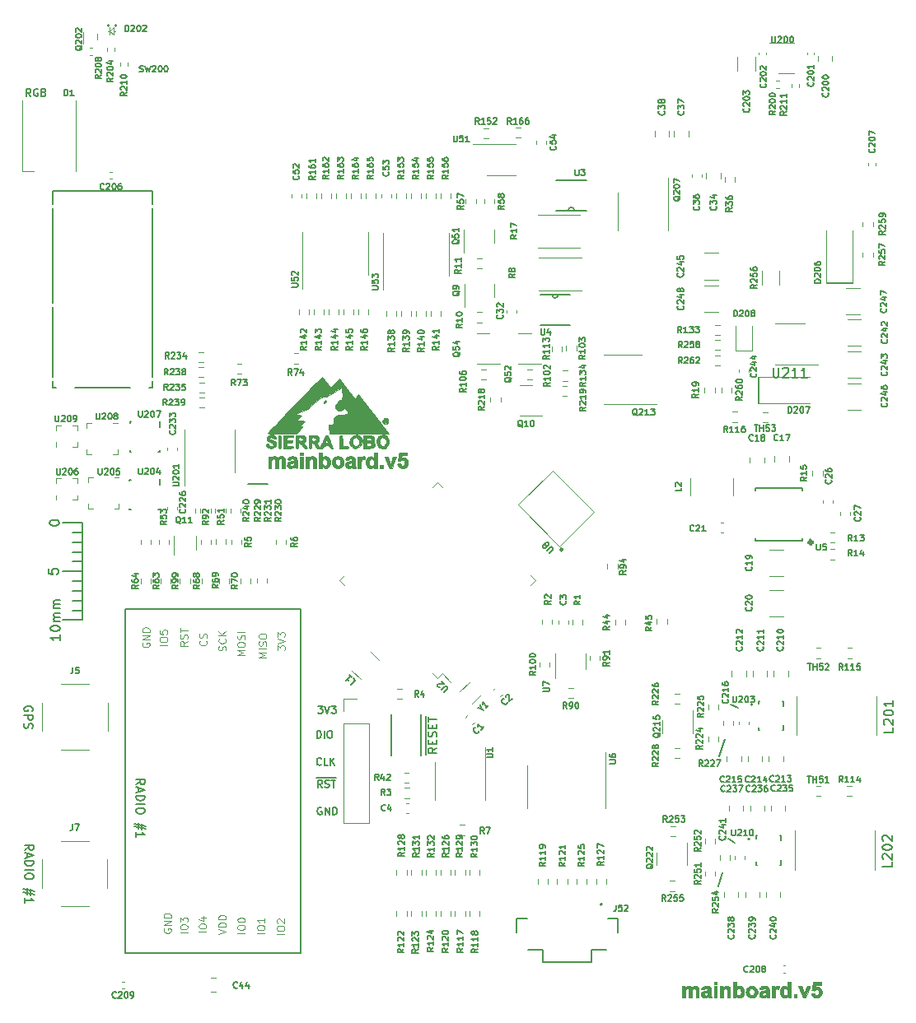
<source format=gto>
G04 #@! TF.GenerationSoftware,KiCad,Pcbnew,(6.0.5)*
G04 #@! TF.CreationDate,2022-06-17T13:33:30-04:00*
G04 #@! TF.ProjectId,mainboard,6d61696e-626f-4617-9264-2e6b69636164,rev?*
G04 #@! TF.SameCoordinates,Original*
G04 #@! TF.FileFunction,Legend,Top*
G04 #@! TF.FilePolarity,Positive*
%FSLAX46Y46*%
G04 Gerber Fmt 4.6, Leading zero omitted, Abs format (unit mm)*
G04 Created by KiCad (PCBNEW (6.0.5)) date 2022-06-17 13:33:30*
%MOMM*%
%LPD*%
G01*
G04 APERTURE LIST*
%ADD10C,0.127000*%
%ADD11C,0.177800*%
%ADD12C,0.121920*%
%ADD13C,0.150000*%
%ADD14C,0.152400*%
%ADD15C,0.381000*%
%ADD16C,0.120000*%
%ADD17C,0.100000*%
%ADD18C,0.250000*%
%ADD19C,0.203200*%
%ADD20C,0.010000*%
%ADD21C,0.060000*%
%ADD22C,0.200000*%
G04 APERTURE END LIST*
D10*
X67487800Y-94386400D02*
X69443600Y-94386400D01*
X115798600Y-135763000D02*
X116179600Y-134391400D01*
X117525800Y-131343400D02*
X116840000Y-130886200D01*
X117043200Y-117094000D02*
X117830600Y-117424200D01*
X115874800Y-122453400D02*
X116484400Y-120599200D01*
X75010735Y-127685800D02*
X74938164Y-127649514D01*
X74829307Y-127649514D01*
X74720450Y-127685800D01*
X74647878Y-127758371D01*
X74611592Y-127830942D01*
X74575307Y-127976085D01*
X74575307Y-128084942D01*
X74611592Y-128230085D01*
X74647878Y-128302657D01*
X74720450Y-128375228D01*
X74829307Y-128411514D01*
X74901878Y-128411514D01*
X75010735Y-128375228D01*
X75047021Y-128338942D01*
X75047021Y-128084942D01*
X74901878Y-128084942D01*
X75373592Y-128411514D02*
X75373592Y-127649514D01*
X75809021Y-128411514D01*
X75809021Y-127649514D01*
X76171878Y-128411514D02*
X76171878Y-127649514D01*
X76353307Y-127649514D01*
X76462164Y-127685800D01*
X76534735Y-127758371D01*
X76571021Y-127830942D01*
X76607307Y-127976085D01*
X76607307Y-128084942D01*
X76571021Y-128230085D01*
X76534735Y-128302657D01*
X76462164Y-128375228D01*
X76353307Y-128411514D01*
X76171878Y-128411514D01*
D11*
X85711030Y-122247236D02*
X85711030Y-121358236D01*
X86851066Y-121527570D02*
X86427733Y-121823903D01*
X86851066Y-122035570D02*
X85962066Y-122035570D01*
X85962066Y-121696903D01*
X86004400Y-121612236D01*
X86046733Y-121569903D01*
X86131400Y-121527570D01*
X86258400Y-121527570D01*
X86343066Y-121569903D01*
X86385400Y-121612236D01*
X86427733Y-121696903D01*
X86427733Y-122035570D01*
X85711030Y-121358236D02*
X85711030Y-120553903D01*
X86385400Y-121146570D02*
X86385400Y-120850236D01*
X86851066Y-120723236D02*
X86851066Y-121146570D01*
X85962066Y-121146570D01*
X85962066Y-120723236D01*
X85711030Y-120553903D02*
X85711030Y-119707236D01*
X86808733Y-120384570D02*
X86851066Y-120257570D01*
X86851066Y-120045903D01*
X86808733Y-119961236D01*
X86766400Y-119918903D01*
X86681733Y-119876570D01*
X86597066Y-119876570D01*
X86512400Y-119918903D01*
X86470066Y-119961236D01*
X86427733Y-120045903D01*
X86385400Y-120215236D01*
X86343066Y-120299903D01*
X86300733Y-120342236D01*
X86216066Y-120384570D01*
X86131400Y-120384570D01*
X86046733Y-120342236D01*
X86004400Y-120299903D01*
X85962066Y-120215236D01*
X85962066Y-120003570D01*
X86004400Y-119876570D01*
X85711030Y-119707236D02*
X85711030Y-118902903D01*
X86385400Y-119495570D02*
X86385400Y-119199236D01*
X86851066Y-119072236D02*
X86851066Y-119495570D01*
X85962066Y-119495570D01*
X85962066Y-119072236D01*
X85711030Y-118902903D02*
X85711030Y-118225570D01*
X85962066Y-118818236D02*
X85962066Y-118310236D01*
X86851066Y-118564236D02*
X85962066Y-118564236D01*
D12*
X61228514Y-140544876D02*
X60466514Y-140544876D01*
X60466514Y-140036876D02*
X60466514Y-139891733D01*
X60502800Y-139819162D01*
X60575371Y-139746590D01*
X60720514Y-139710305D01*
X60974514Y-139710305D01*
X61119657Y-139746590D01*
X61192228Y-139819162D01*
X61228514Y-139891733D01*
X61228514Y-140036876D01*
X61192228Y-140109448D01*
X61119657Y-140182019D01*
X60974514Y-140218305D01*
X60720514Y-140218305D01*
X60575371Y-140182019D01*
X60502800Y-140109448D01*
X60466514Y-140036876D01*
X60466514Y-139456305D02*
X60466514Y-138984590D01*
X60756800Y-139238590D01*
X60756800Y-139129733D01*
X60793085Y-139057162D01*
X60829371Y-139020876D01*
X60901942Y-138984590D01*
X61083371Y-138984590D01*
X61155942Y-139020876D01*
X61192228Y-139057162D01*
X61228514Y-139129733D01*
X61228514Y-139347448D01*
X61192228Y-139420019D01*
X61155942Y-139456305D01*
X63158914Y-140468676D02*
X62396914Y-140468676D01*
X62396914Y-139960676D02*
X62396914Y-139815533D01*
X62433200Y-139742962D01*
X62505771Y-139670390D01*
X62650914Y-139634105D01*
X62904914Y-139634105D01*
X63050057Y-139670390D01*
X63122628Y-139742962D01*
X63158914Y-139815533D01*
X63158914Y-139960676D01*
X63122628Y-140033248D01*
X63050057Y-140105819D01*
X62904914Y-140142105D01*
X62650914Y-140142105D01*
X62505771Y-140105819D01*
X62433200Y-140033248D01*
X62396914Y-139960676D01*
X62650914Y-138980962D02*
X63158914Y-138980962D01*
X62360628Y-139162390D02*
X62904914Y-139343819D01*
X62904914Y-138872105D01*
X67146714Y-140595676D02*
X66384714Y-140595676D01*
X66384714Y-140087676D02*
X66384714Y-139942533D01*
X66421000Y-139869962D01*
X66493571Y-139797390D01*
X66638714Y-139761105D01*
X66892714Y-139761105D01*
X67037857Y-139797390D01*
X67110428Y-139869962D01*
X67146714Y-139942533D01*
X67146714Y-140087676D01*
X67110428Y-140160248D01*
X67037857Y-140232819D01*
X66892714Y-140269105D01*
X66638714Y-140269105D01*
X66493571Y-140232819D01*
X66421000Y-140160248D01*
X66384714Y-140087676D01*
X66384714Y-139289390D02*
X66384714Y-139216819D01*
X66421000Y-139144248D01*
X66457285Y-139107962D01*
X66529857Y-139071676D01*
X66675000Y-139035390D01*
X66856428Y-139035390D01*
X67001571Y-139071676D01*
X67074142Y-139107962D01*
X67110428Y-139144248D01*
X67146714Y-139216819D01*
X67146714Y-139289390D01*
X67110428Y-139361962D01*
X67074142Y-139398248D01*
X67001571Y-139434533D01*
X66856428Y-139470819D01*
X66675000Y-139470819D01*
X66529857Y-139434533D01*
X66457285Y-139398248D01*
X66421000Y-139361962D01*
X66384714Y-139289390D01*
X69153314Y-140621076D02*
X68391314Y-140621076D01*
X68391314Y-140113076D02*
X68391314Y-139967933D01*
X68427600Y-139895362D01*
X68500171Y-139822790D01*
X68645314Y-139786505D01*
X68899314Y-139786505D01*
X69044457Y-139822790D01*
X69117028Y-139895362D01*
X69153314Y-139967933D01*
X69153314Y-140113076D01*
X69117028Y-140185648D01*
X69044457Y-140258219D01*
X68899314Y-140294505D01*
X68645314Y-140294505D01*
X68500171Y-140258219D01*
X68427600Y-140185648D01*
X68391314Y-140113076D01*
X69153314Y-139060790D02*
X69153314Y-139496219D01*
X69153314Y-139278505D02*
X68391314Y-139278505D01*
X68500171Y-139351076D01*
X68572742Y-139423648D01*
X68609028Y-139496219D01*
X71185314Y-140697276D02*
X70423314Y-140697276D01*
X70423314Y-140189276D02*
X70423314Y-140044133D01*
X70459600Y-139971562D01*
X70532171Y-139898990D01*
X70677314Y-139862705D01*
X70931314Y-139862705D01*
X71076457Y-139898990D01*
X71149028Y-139971562D01*
X71185314Y-140044133D01*
X71185314Y-140189276D01*
X71149028Y-140261848D01*
X71076457Y-140334419D01*
X70931314Y-140370705D01*
X70677314Y-140370705D01*
X70532171Y-140334419D01*
X70459600Y-140261848D01*
X70423314Y-140189276D01*
X70495885Y-139572419D02*
X70459600Y-139536133D01*
X70423314Y-139463562D01*
X70423314Y-139282133D01*
X70459600Y-139209562D01*
X70495885Y-139173276D01*
X70568457Y-139136990D01*
X70641028Y-139136990D01*
X70749885Y-139173276D01*
X71185314Y-139608705D01*
X71185314Y-139136990D01*
X59145714Y-110979276D02*
X58383714Y-110979276D01*
X58383714Y-110471276D02*
X58383714Y-110326133D01*
X58420000Y-110253562D01*
X58492571Y-110180990D01*
X58637714Y-110144705D01*
X58891714Y-110144705D01*
X59036857Y-110180990D01*
X59109428Y-110253562D01*
X59145714Y-110326133D01*
X59145714Y-110471276D01*
X59109428Y-110543848D01*
X59036857Y-110616419D01*
X58891714Y-110652705D01*
X58637714Y-110652705D01*
X58492571Y-110616419D01*
X58420000Y-110543848D01*
X58383714Y-110471276D01*
X58383714Y-109455276D02*
X58383714Y-109818133D01*
X58746571Y-109854419D01*
X58710285Y-109818133D01*
X58674000Y-109745562D01*
X58674000Y-109564133D01*
X58710285Y-109491562D01*
X58746571Y-109455276D01*
X58819142Y-109418990D01*
X59000571Y-109418990D01*
X59073142Y-109455276D01*
X59109428Y-109491562D01*
X59145714Y-109564133D01*
X59145714Y-109745562D01*
X59109428Y-109818133D01*
X59073142Y-109854419D01*
X63137142Y-110525705D02*
X63173428Y-110561990D01*
X63209714Y-110670848D01*
X63209714Y-110743419D01*
X63173428Y-110852276D01*
X63100857Y-110924848D01*
X63028285Y-110961133D01*
X62883142Y-110997419D01*
X62774285Y-110997419D01*
X62629142Y-110961133D01*
X62556571Y-110924848D01*
X62484000Y-110852276D01*
X62447714Y-110743419D01*
X62447714Y-110670848D01*
X62484000Y-110561990D01*
X62520285Y-110525705D01*
X63173428Y-110235419D02*
X63209714Y-110126562D01*
X63209714Y-109945133D01*
X63173428Y-109872562D01*
X63137142Y-109836276D01*
X63064571Y-109799990D01*
X62992000Y-109799990D01*
X62919428Y-109836276D01*
X62883142Y-109872562D01*
X62846857Y-109945133D01*
X62810571Y-110090276D01*
X62774285Y-110162848D01*
X62738000Y-110199133D01*
X62665428Y-110235419D01*
X62592857Y-110235419D01*
X62520285Y-110199133D01*
X62484000Y-110162848D01*
X62447714Y-110090276D01*
X62447714Y-109908848D01*
X62484000Y-109799990D01*
X69331114Y-112231133D02*
X68569114Y-112231133D01*
X69113400Y-111977133D01*
X68569114Y-111723133D01*
X69331114Y-111723133D01*
X69331114Y-111360276D02*
X68569114Y-111360276D01*
X69294828Y-111033705D02*
X69331114Y-110924848D01*
X69331114Y-110743419D01*
X69294828Y-110670848D01*
X69258542Y-110634562D01*
X69185971Y-110598276D01*
X69113400Y-110598276D01*
X69040828Y-110634562D01*
X69004542Y-110670848D01*
X68968257Y-110743419D01*
X68931971Y-110888562D01*
X68895685Y-110961133D01*
X68859400Y-110997419D01*
X68786828Y-111033705D01*
X68714257Y-111033705D01*
X68641685Y-110997419D01*
X68605400Y-110961133D01*
X68569114Y-110888562D01*
X68569114Y-110707133D01*
X68605400Y-110598276D01*
X68569114Y-110126562D02*
X68569114Y-109981419D01*
X68605400Y-109908848D01*
X68677971Y-109836276D01*
X68823114Y-109799990D01*
X69077114Y-109799990D01*
X69222257Y-109836276D01*
X69294828Y-109908848D01*
X69331114Y-109981419D01*
X69331114Y-110126562D01*
X69294828Y-110199133D01*
X69222257Y-110271705D01*
X69077114Y-110307990D01*
X68823114Y-110307990D01*
X68677971Y-110271705D01*
X68605400Y-110199133D01*
X68569114Y-110126562D01*
X61228514Y-110598276D02*
X60865657Y-110852276D01*
X61228514Y-111033705D02*
X60466514Y-111033705D01*
X60466514Y-110743419D01*
X60502800Y-110670848D01*
X60539085Y-110634562D01*
X60611657Y-110598276D01*
X60720514Y-110598276D01*
X60793085Y-110634562D01*
X60829371Y-110670848D01*
X60865657Y-110743419D01*
X60865657Y-111033705D01*
X61192228Y-110307990D02*
X61228514Y-110199133D01*
X61228514Y-110017705D01*
X61192228Y-109945133D01*
X61155942Y-109908848D01*
X61083371Y-109872562D01*
X61010800Y-109872562D01*
X60938228Y-109908848D01*
X60901942Y-109945133D01*
X60865657Y-110017705D01*
X60829371Y-110162848D01*
X60793085Y-110235419D01*
X60756800Y-110271705D01*
X60684228Y-110307990D01*
X60611657Y-110307990D01*
X60539085Y-110271705D01*
X60502800Y-110235419D01*
X60466514Y-110162848D01*
X60466514Y-109981419D01*
X60502800Y-109872562D01*
X60466514Y-109654848D02*
X60466514Y-109219419D01*
X61228514Y-109437133D02*
X60466514Y-109437133D01*
X67121314Y-112002533D02*
X66359314Y-112002533D01*
X66903600Y-111748533D01*
X66359314Y-111494533D01*
X67121314Y-111494533D01*
X66359314Y-110986533D02*
X66359314Y-110841390D01*
X66395600Y-110768819D01*
X66468171Y-110696248D01*
X66613314Y-110659962D01*
X66867314Y-110659962D01*
X67012457Y-110696248D01*
X67085028Y-110768819D01*
X67121314Y-110841390D01*
X67121314Y-110986533D01*
X67085028Y-111059105D01*
X67012457Y-111131676D01*
X66867314Y-111167962D01*
X66613314Y-111167962D01*
X66468171Y-111131676D01*
X66395600Y-111059105D01*
X66359314Y-110986533D01*
X67085028Y-110369676D02*
X67121314Y-110260819D01*
X67121314Y-110079390D01*
X67085028Y-110006819D01*
X67048742Y-109970533D01*
X66976171Y-109934248D01*
X66903600Y-109934248D01*
X66831028Y-109970533D01*
X66794742Y-110006819D01*
X66758457Y-110079390D01*
X66722171Y-110224533D01*
X66685885Y-110297105D01*
X66649600Y-110333390D01*
X66577028Y-110369676D01*
X66504457Y-110369676D01*
X66431885Y-110333390D01*
X66395600Y-110297105D01*
X66359314Y-110224533D01*
X66359314Y-110043105D01*
X66395600Y-109934248D01*
X67121314Y-109607676D02*
X66359314Y-109607676D01*
X65154628Y-111530819D02*
X65190914Y-111421962D01*
X65190914Y-111240533D01*
X65154628Y-111167962D01*
X65118342Y-111131676D01*
X65045771Y-111095390D01*
X64973200Y-111095390D01*
X64900628Y-111131676D01*
X64864342Y-111167962D01*
X64828057Y-111240533D01*
X64791771Y-111385676D01*
X64755485Y-111458248D01*
X64719200Y-111494533D01*
X64646628Y-111530819D01*
X64574057Y-111530819D01*
X64501485Y-111494533D01*
X64465200Y-111458248D01*
X64428914Y-111385676D01*
X64428914Y-111204248D01*
X64465200Y-111095390D01*
X65118342Y-110333390D02*
X65154628Y-110369676D01*
X65190914Y-110478533D01*
X65190914Y-110551105D01*
X65154628Y-110659962D01*
X65082057Y-110732533D01*
X65009485Y-110768819D01*
X64864342Y-110805105D01*
X64755485Y-110805105D01*
X64610342Y-110768819D01*
X64537771Y-110732533D01*
X64465200Y-110659962D01*
X64428914Y-110551105D01*
X64428914Y-110478533D01*
X64465200Y-110369676D01*
X64501485Y-110333390D01*
X65190914Y-110006819D02*
X64428914Y-110006819D01*
X65190914Y-109571390D02*
X64755485Y-109897962D01*
X64428914Y-109571390D02*
X64864342Y-110006819D01*
D10*
X44517733Y-132027680D02*
X44941066Y-131731346D01*
X44517733Y-131519680D02*
X45406733Y-131519680D01*
X45406733Y-131858346D01*
X45364400Y-131943013D01*
X45322066Y-131985346D01*
X45237400Y-132027680D01*
X45110400Y-132027680D01*
X45025733Y-131985346D01*
X44983400Y-131943013D01*
X44941066Y-131858346D01*
X44941066Y-131519680D01*
X44771733Y-132366346D02*
X44771733Y-132789680D01*
X44517733Y-132281680D02*
X45406733Y-132578013D01*
X44517733Y-132874346D01*
X44517733Y-133170680D02*
X45406733Y-133170680D01*
X45406733Y-133382346D01*
X45364400Y-133509346D01*
X45279733Y-133594013D01*
X45195066Y-133636346D01*
X45025733Y-133678680D01*
X44898733Y-133678680D01*
X44729400Y-133636346D01*
X44644733Y-133594013D01*
X44560066Y-133509346D01*
X44517733Y-133382346D01*
X44517733Y-133170680D01*
X44517733Y-134059680D02*
X45406733Y-134059680D01*
X45406733Y-134652346D02*
X45406733Y-134821680D01*
X45364400Y-134906346D01*
X45279733Y-134991013D01*
X45110400Y-135033346D01*
X44814066Y-135033346D01*
X44644733Y-134991013D01*
X44560066Y-134906346D01*
X44517733Y-134821680D01*
X44517733Y-134652346D01*
X44560066Y-134567680D01*
X44644733Y-134483013D01*
X44814066Y-134440680D01*
X45110400Y-134440680D01*
X45279733Y-134483013D01*
X45364400Y-134567680D01*
X45406733Y-134652346D01*
X45110400Y-136049346D02*
X45110400Y-136684346D01*
X45491400Y-136303346D02*
X44348400Y-136049346D01*
X44729400Y-136599680D02*
X44729400Y-135964680D01*
X44348400Y-136345680D02*
X45491400Y-136599680D01*
X44517733Y-137446346D02*
X44517733Y-136938346D01*
X44517733Y-137192346D02*
X45406733Y-137192346D01*
X45279733Y-137107680D01*
X45195066Y-137023013D01*
X45152733Y-136938346D01*
D12*
X64428914Y-140690019D02*
X65190914Y-140436019D01*
X64428914Y-140182019D01*
X65190914Y-139928019D02*
X64428914Y-139928019D01*
X64428914Y-139746590D01*
X64465200Y-139637733D01*
X64537771Y-139565162D01*
X64610342Y-139528876D01*
X64755485Y-139492590D01*
X64864342Y-139492590D01*
X65009485Y-139528876D01*
X65082057Y-139565162D01*
X65154628Y-139637733D01*
X65190914Y-139746590D01*
X65190914Y-139928019D01*
X65190914Y-139166019D02*
X64428914Y-139166019D01*
X64428914Y-138984590D01*
X64465200Y-138875733D01*
X64537771Y-138803162D01*
X64610342Y-138766876D01*
X64755485Y-138730590D01*
X64864342Y-138730590D01*
X65009485Y-138766876D01*
X65082057Y-138803162D01*
X65154628Y-138875733D01*
X65190914Y-138984590D01*
X65190914Y-139166019D01*
X58826400Y-140149362D02*
X58790114Y-140221933D01*
X58790114Y-140330790D01*
X58826400Y-140439648D01*
X58898971Y-140512219D01*
X58971542Y-140548505D01*
X59116685Y-140584790D01*
X59225542Y-140584790D01*
X59370685Y-140548505D01*
X59443257Y-140512219D01*
X59515828Y-140439648D01*
X59552114Y-140330790D01*
X59552114Y-140258219D01*
X59515828Y-140149362D01*
X59479542Y-140113076D01*
X59225542Y-140113076D01*
X59225542Y-140258219D01*
X59552114Y-139786505D02*
X58790114Y-139786505D01*
X59552114Y-139351076D01*
X58790114Y-139351076D01*
X59552114Y-138988219D02*
X58790114Y-138988219D01*
X58790114Y-138806790D01*
X58826400Y-138697933D01*
X58898971Y-138625362D01*
X58971542Y-138589076D01*
X59116685Y-138552790D01*
X59225542Y-138552790D01*
X59370685Y-138589076D01*
X59443257Y-138625362D01*
X59515828Y-138697933D01*
X59552114Y-138806790D01*
X59552114Y-138988219D01*
D10*
X74455564Y-124640340D02*
X75217564Y-124640340D01*
X75072421Y-125617514D02*
X74818421Y-125254657D01*
X74636992Y-125617514D02*
X74636992Y-124855514D01*
X74927278Y-124855514D01*
X74999850Y-124891800D01*
X75036135Y-124928085D01*
X75072421Y-125000657D01*
X75072421Y-125109514D01*
X75036135Y-125182085D01*
X74999850Y-125218371D01*
X74927278Y-125254657D01*
X74636992Y-125254657D01*
X75217564Y-124640340D02*
X75943278Y-124640340D01*
X75362707Y-125581228D02*
X75471564Y-125617514D01*
X75652992Y-125617514D01*
X75725564Y-125581228D01*
X75761850Y-125544942D01*
X75798135Y-125472371D01*
X75798135Y-125399800D01*
X75761850Y-125327228D01*
X75725564Y-125290942D01*
X75652992Y-125254657D01*
X75507850Y-125218371D01*
X75435278Y-125182085D01*
X75398992Y-125145800D01*
X75362707Y-125073228D01*
X75362707Y-125000657D01*
X75398992Y-124928085D01*
X75435278Y-124891800D01*
X75507850Y-124855514D01*
X75689278Y-124855514D01*
X75798135Y-124891800D01*
X75943278Y-124640340D02*
X76523850Y-124640340D01*
X76015850Y-124855514D02*
X76451278Y-124855514D01*
X76233564Y-125617514D02*
X76233564Y-124855514D01*
D12*
X70474114Y-111498162D02*
X70474114Y-111026448D01*
X70764400Y-111280448D01*
X70764400Y-111171590D01*
X70800685Y-111099019D01*
X70836971Y-111062733D01*
X70909542Y-111026448D01*
X71090971Y-111026448D01*
X71163542Y-111062733D01*
X71199828Y-111099019D01*
X71236114Y-111171590D01*
X71236114Y-111389305D01*
X71199828Y-111461876D01*
X71163542Y-111498162D01*
X70474114Y-110808733D02*
X71236114Y-110554733D01*
X70474114Y-110300733D01*
X70474114Y-110119305D02*
X70474114Y-109647590D01*
X70764400Y-109901590D01*
X70764400Y-109792733D01*
X70800685Y-109720162D01*
X70836971Y-109683876D01*
X70909542Y-109647590D01*
X71090971Y-109647590D01*
X71163542Y-109683876D01*
X71199828Y-109720162D01*
X71236114Y-109792733D01*
X71236114Y-110010448D01*
X71199828Y-110083019D01*
X71163542Y-110119305D01*
X56616600Y-110761562D02*
X56580314Y-110834133D01*
X56580314Y-110942990D01*
X56616600Y-111051848D01*
X56689171Y-111124419D01*
X56761742Y-111160705D01*
X56906885Y-111196990D01*
X57015742Y-111196990D01*
X57160885Y-111160705D01*
X57233457Y-111124419D01*
X57306028Y-111051848D01*
X57342314Y-110942990D01*
X57342314Y-110870419D01*
X57306028Y-110761562D01*
X57269742Y-110725276D01*
X57015742Y-110725276D01*
X57015742Y-110870419D01*
X57342314Y-110398705D02*
X56580314Y-110398705D01*
X57342314Y-109963276D01*
X56580314Y-109963276D01*
X57342314Y-109600419D02*
X56580314Y-109600419D01*
X56580314Y-109418990D01*
X56616600Y-109310133D01*
X56689171Y-109237562D01*
X56761742Y-109201276D01*
X56906885Y-109164990D01*
X57015742Y-109164990D01*
X57160885Y-109201276D01*
X57233457Y-109237562D01*
X57306028Y-109310133D01*
X57342314Y-109418990D01*
X57342314Y-109600419D01*
D10*
X74999850Y-123258942D02*
X74963564Y-123295228D01*
X74854707Y-123331514D01*
X74782135Y-123331514D01*
X74673278Y-123295228D01*
X74600707Y-123222657D01*
X74564421Y-123150085D01*
X74528135Y-123004942D01*
X74528135Y-122896085D01*
X74564421Y-122750942D01*
X74600707Y-122678371D01*
X74673278Y-122605800D01*
X74782135Y-122569514D01*
X74854707Y-122569514D01*
X74963564Y-122605800D01*
X74999850Y-122642085D01*
X75689278Y-123331514D02*
X75326421Y-123331514D01*
X75326421Y-122569514D01*
X75943278Y-123331514D02*
X75943278Y-122569514D01*
X76378707Y-123331514D02*
X76052135Y-122896085D01*
X76378707Y-122569514D02*
X75943278Y-123004942D01*
X74528135Y-120537514D02*
X74528135Y-119775514D01*
X74709564Y-119775514D01*
X74818421Y-119811800D01*
X74890992Y-119884371D01*
X74927278Y-119956942D01*
X74963564Y-120102085D01*
X74963564Y-120210942D01*
X74927278Y-120356085D01*
X74890992Y-120428657D01*
X74818421Y-120501228D01*
X74709564Y-120537514D01*
X74528135Y-120537514D01*
X75290135Y-120537514D02*
X75290135Y-119775514D01*
X75798135Y-119775514D02*
X75943278Y-119775514D01*
X76015850Y-119811800D01*
X76088421Y-119884371D01*
X76124707Y-120029514D01*
X76124707Y-120283514D01*
X76088421Y-120428657D01*
X76015850Y-120501228D01*
X75943278Y-120537514D01*
X75798135Y-120537514D01*
X75725564Y-120501228D01*
X75652992Y-120428657D01*
X75616707Y-120283514D01*
X75616707Y-120029514D01*
X75652992Y-119884371D01*
X75725564Y-119811800D01*
X75798135Y-119775514D01*
X74655135Y-117235514D02*
X75126850Y-117235514D01*
X74872850Y-117525800D01*
X74981707Y-117525800D01*
X75054278Y-117562085D01*
X75090564Y-117598371D01*
X75126850Y-117670942D01*
X75126850Y-117852371D01*
X75090564Y-117924942D01*
X75054278Y-117961228D01*
X74981707Y-117997514D01*
X74763992Y-117997514D01*
X74691421Y-117961228D01*
X74655135Y-117924942D01*
X75344564Y-117235514D02*
X75598564Y-117997514D01*
X75852564Y-117235514D01*
X76033992Y-117235514D02*
X76505707Y-117235514D01*
X76251707Y-117525800D01*
X76360564Y-117525800D01*
X76433135Y-117562085D01*
X76469421Y-117598371D01*
X76505707Y-117670942D01*
X76505707Y-117852371D01*
X76469421Y-117924942D01*
X76433135Y-117961228D01*
X76360564Y-117997514D01*
X76142850Y-117997514D01*
X76070278Y-117961228D01*
X76033992Y-117924942D01*
X55947733Y-125317250D02*
X56371066Y-125020916D01*
X55947733Y-124809250D02*
X56836733Y-124809250D01*
X56836733Y-125147916D01*
X56794400Y-125232583D01*
X56752066Y-125274916D01*
X56667400Y-125317250D01*
X56540400Y-125317250D01*
X56455733Y-125274916D01*
X56413400Y-125232583D01*
X56371066Y-125147916D01*
X56371066Y-124809250D01*
X56201733Y-125655916D02*
X56201733Y-126079250D01*
X55947733Y-125571250D02*
X56836733Y-125867583D01*
X55947733Y-126163916D01*
X55947733Y-126460250D02*
X56836733Y-126460250D01*
X56836733Y-126671916D01*
X56794400Y-126798916D01*
X56709733Y-126883583D01*
X56625066Y-126925916D01*
X56455733Y-126968250D01*
X56328733Y-126968250D01*
X56159400Y-126925916D01*
X56074733Y-126883583D01*
X55990066Y-126798916D01*
X55947733Y-126671916D01*
X55947733Y-126460250D01*
X55947733Y-127349250D02*
X56836733Y-127349250D01*
X56836733Y-127941916D02*
X56836733Y-128111250D01*
X56794400Y-128195916D01*
X56709733Y-128280583D01*
X56540400Y-128322916D01*
X56244066Y-128322916D01*
X56074733Y-128280583D01*
X55990066Y-128195916D01*
X55947733Y-128111250D01*
X55947733Y-127941916D01*
X55990066Y-127857250D01*
X56074733Y-127772583D01*
X56244066Y-127730250D01*
X56540400Y-127730250D01*
X56709733Y-127772583D01*
X56794400Y-127857250D01*
X56836733Y-127941916D01*
X56540400Y-129338916D02*
X56540400Y-129973916D01*
X56921400Y-129592916D02*
X55778400Y-129338916D01*
X56159400Y-129889250D02*
X56159400Y-129254250D01*
X55778400Y-129635250D02*
X56921400Y-129889250D01*
X55947733Y-130735916D02*
X55947733Y-130227916D01*
X55947733Y-130481916D02*
X56836733Y-130481916D01*
X56709733Y-130397250D01*
X56625066Y-130312583D01*
X56582733Y-130227916D01*
X45136707Y-54497514D02*
X44882707Y-54134657D01*
X44701278Y-54497514D02*
X44701278Y-53735514D01*
X44991564Y-53735514D01*
X45064135Y-53771800D01*
X45100421Y-53808085D01*
X45136707Y-53880657D01*
X45136707Y-53989514D01*
X45100421Y-54062085D01*
X45064135Y-54098371D01*
X44991564Y-54134657D01*
X44701278Y-54134657D01*
X45862421Y-53771800D02*
X45789850Y-53735514D01*
X45680992Y-53735514D01*
X45572135Y-53771800D01*
X45499564Y-53844371D01*
X45463278Y-53916942D01*
X45426992Y-54062085D01*
X45426992Y-54170942D01*
X45463278Y-54316085D01*
X45499564Y-54388657D01*
X45572135Y-54461228D01*
X45680992Y-54497514D01*
X45753564Y-54497514D01*
X45862421Y-54461228D01*
X45898707Y-54424942D01*
X45898707Y-54170942D01*
X45753564Y-54170942D01*
X46479278Y-54098371D02*
X46588135Y-54134657D01*
X46624421Y-54170942D01*
X46660707Y-54243514D01*
X46660707Y-54352371D01*
X46624421Y-54424942D01*
X46588135Y-54461228D01*
X46515564Y-54497514D01*
X46225278Y-54497514D01*
X46225278Y-53735514D01*
X46479278Y-53735514D01*
X46551850Y-53771800D01*
X46588135Y-53808085D01*
X46624421Y-53880657D01*
X46624421Y-53953228D01*
X46588135Y-54025800D01*
X46551850Y-54062085D01*
X46479278Y-54098371D01*
X46225278Y-54098371D01*
X45288200Y-117756516D02*
X45330533Y-117671850D01*
X45330533Y-117544850D01*
X45288200Y-117417850D01*
X45203533Y-117333183D01*
X45118866Y-117290850D01*
X44949533Y-117248516D01*
X44822533Y-117248516D01*
X44653200Y-117290850D01*
X44568533Y-117333183D01*
X44483866Y-117417850D01*
X44441533Y-117544850D01*
X44441533Y-117629516D01*
X44483866Y-117756516D01*
X44526200Y-117798850D01*
X44822533Y-117798850D01*
X44822533Y-117629516D01*
X44441533Y-118179850D02*
X45330533Y-118179850D01*
X45330533Y-118518516D01*
X45288200Y-118603183D01*
X45245866Y-118645516D01*
X45161200Y-118687850D01*
X45034200Y-118687850D01*
X44949533Y-118645516D01*
X44907200Y-118603183D01*
X44864866Y-118518516D01*
X44864866Y-118179850D01*
X44483866Y-119026516D02*
X44441533Y-119153516D01*
X44441533Y-119365183D01*
X44483866Y-119449850D01*
X44526200Y-119492183D01*
X44610866Y-119534516D01*
X44695533Y-119534516D01*
X44780200Y-119492183D01*
X44822533Y-119449850D01*
X44864866Y-119365183D01*
X44907200Y-119195850D01*
X44949533Y-119111183D01*
X44991866Y-119068850D01*
X45076533Y-119026516D01*
X45161200Y-119026516D01*
X45245866Y-119068850D01*
X45288200Y-119111183D01*
X45330533Y-119195850D01*
X45330533Y-119407516D01*
X45288200Y-119534516D01*
X125887540Y-100553761D02*
X125887540Y-101067809D01*
X125917778Y-101128285D01*
X125948016Y-101158523D01*
X126008492Y-101188761D01*
X126129445Y-101188761D01*
X126189921Y-101158523D01*
X126220159Y-101128285D01*
X126250397Y-101067809D01*
X126250397Y-100553761D01*
X126855159Y-100553761D02*
X126552778Y-100553761D01*
X126522540Y-100856142D01*
X126552778Y-100825904D01*
X126613254Y-100795666D01*
X126764445Y-100795666D01*
X126824921Y-100825904D01*
X126855159Y-100856142D01*
X126885397Y-100916619D01*
X126885397Y-101067809D01*
X126855159Y-101128285D01*
X126824921Y-101158523D01*
X126764445Y-101188761D01*
X126613254Y-101188761D01*
X126552778Y-101158523D01*
X126522540Y-101128285D01*
X119352785Y-89888785D02*
X119322547Y-89919023D01*
X119231833Y-89949261D01*
X119171357Y-89949261D01*
X119080642Y-89919023D01*
X119020166Y-89858547D01*
X118989928Y-89798071D01*
X118959690Y-89677119D01*
X118959690Y-89586404D01*
X118989928Y-89465452D01*
X119020166Y-89404976D01*
X119080642Y-89344500D01*
X119171357Y-89314261D01*
X119231833Y-89314261D01*
X119322547Y-89344500D01*
X119352785Y-89374738D01*
X119957547Y-89949261D02*
X119594690Y-89949261D01*
X119776119Y-89949261D02*
X119776119Y-89314261D01*
X119715642Y-89404976D01*
X119655166Y-89465452D01*
X119594690Y-89495690D01*
X120320404Y-89586404D02*
X120259928Y-89556166D01*
X120229690Y-89525928D01*
X120199452Y-89465452D01*
X120199452Y-89435214D01*
X120229690Y-89374738D01*
X120259928Y-89344500D01*
X120320404Y-89314261D01*
X120441357Y-89314261D01*
X120501833Y-89344500D01*
X120532071Y-89374738D01*
X120562309Y-89435214D01*
X120562309Y-89465452D01*
X120532071Y-89525928D01*
X120501833Y-89556166D01*
X120441357Y-89586404D01*
X120320404Y-89586404D01*
X120259928Y-89616642D01*
X120229690Y-89646880D01*
X120199452Y-89707357D01*
X120199452Y-89828309D01*
X120229690Y-89888785D01*
X120259928Y-89919023D01*
X120320404Y-89949261D01*
X120441357Y-89949261D01*
X120501833Y-89919023D01*
X120532071Y-89888785D01*
X120562309Y-89828309D01*
X120562309Y-89707357D01*
X120532071Y-89646880D01*
X120501833Y-89616642D01*
X120441357Y-89586404D01*
X121918185Y-89863385D02*
X121887947Y-89893623D01*
X121797233Y-89923861D01*
X121736757Y-89923861D01*
X121646042Y-89893623D01*
X121585566Y-89833147D01*
X121555328Y-89772671D01*
X121525090Y-89651719D01*
X121525090Y-89561004D01*
X121555328Y-89440052D01*
X121585566Y-89379576D01*
X121646042Y-89319100D01*
X121736757Y-89288861D01*
X121797233Y-89288861D01*
X121887947Y-89319100D01*
X121918185Y-89349338D01*
X122522947Y-89923861D02*
X122160090Y-89923861D01*
X122341519Y-89923861D02*
X122341519Y-89288861D01*
X122281042Y-89379576D01*
X122220566Y-89440052D01*
X122160090Y-89470290D01*
X122734614Y-89288861D02*
X123157947Y-89288861D01*
X122885804Y-89923861D01*
X113278485Y-99192785D02*
X113248247Y-99223023D01*
X113157533Y-99253261D01*
X113097057Y-99253261D01*
X113006342Y-99223023D01*
X112945866Y-99162547D01*
X112915628Y-99102071D01*
X112885390Y-98981119D01*
X112885390Y-98890404D01*
X112915628Y-98769452D01*
X112945866Y-98708976D01*
X113006342Y-98648500D01*
X113097057Y-98618261D01*
X113157533Y-98618261D01*
X113248247Y-98648500D01*
X113278485Y-98678738D01*
X113520390Y-98678738D02*
X113550628Y-98648500D01*
X113611104Y-98618261D01*
X113762295Y-98618261D01*
X113822771Y-98648500D01*
X113853009Y-98678738D01*
X113883247Y-98739214D01*
X113883247Y-98799690D01*
X113853009Y-98890404D01*
X113490152Y-99253261D01*
X113883247Y-99253261D01*
X114488009Y-99253261D02*
X114125152Y-99253261D01*
X114306580Y-99253261D02*
X114306580Y-98618261D01*
X114246104Y-98708976D01*
X114185628Y-98769452D01*
X114125152Y-98799690D01*
X124866661Y-93677014D02*
X124564280Y-93888680D01*
X124866661Y-94039871D02*
X124231661Y-94039871D01*
X124231661Y-93797966D01*
X124261900Y-93737490D01*
X124292138Y-93707252D01*
X124352614Y-93677014D01*
X124443328Y-93677014D01*
X124503804Y-93707252D01*
X124534042Y-93737490D01*
X124564280Y-93797966D01*
X124564280Y-94039871D01*
X124866661Y-93072252D02*
X124866661Y-93435109D01*
X124866661Y-93253680D02*
X124231661Y-93253680D01*
X124322376Y-93314157D01*
X124382852Y-93374633D01*
X124413090Y-93435109D01*
X124231661Y-92497728D02*
X124231661Y-92800109D01*
X124534042Y-92830347D01*
X124503804Y-92800109D01*
X124473566Y-92739633D01*
X124473566Y-92588442D01*
X124503804Y-92527966D01*
X124534042Y-92497728D01*
X124594519Y-92467490D01*
X124745709Y-92467490D01*
X124806185Y-92497728D01*
X124836423Y-92527966D01*
X124866661Y-92588442D01*
X124866661Y-92739633D01*
X124836423Y-92800109D01*
X124806185Y-92830347D01*
X127379185Y-93976714D02*
X127409423Y-94006952D01*
X127439661Y-94097666D01*
X127439661Y-94158142D01*
X127409423Y-94248857D01*
X127348947Y-94309333D01*
X127288471Y-94339571D01*
X127167519Y-94369809D01*
X127076804Y-94369809D01*
X126955852Y-94339571D01*
X126895376Y-94309333D01*
X126834900Y-94248857D01*
X126804661Y-94158142D01*
X126804661Y-94097666D01*
X126834900Y-94006952D01*
X126865138Y-93976714D01*
X126865138Y-93734809D02*
X126834900Y-93704571D01*
X126804661Y-93644095D01*
X126804661Y-93492904D01*
X126834900Y-93432428D01*
X126865138Y-93402190D01*
X126925614Y-93371952D01*
X126986090Y-93371952D01*
X127076804Y-93402190D01*
X127439661Y-93765047D01*
X127439661Y-93371952D01*
X126804661Y-92827666D02*
X126804661Y-92948619D01*
X126834900Y-93009095D01*
X126865138Y-93039333D01*
X126955852Y-93099809D01*
X127076804Y-93130047D01*
X127318709Y-93130047D01*
X127379185Y-93099809D01*
X127409423Y-93069571D01*
X127439661Y-93009095D01*
X127439661Y-92888142D01*
X127409423Y-92827666D01*
X127379185Y-92797428D01*
X127318709Y-92767190D01*
X127167519Y-92767190D01*
X127107042Y-92797428D01*
X127076804Y-92827666D01*
X127046566Y-92888142D01*
X127046566Y-93009095D01*
X127076804Y-93069571D01*
X127107042Y-93099809D01*
X127167519Y-93130047D01*
X81563632Y-127955630D02*
X81533394Y-127985868D01*
X81442680Y-128016106D01*
X81382204Y-128016106D01*
X81291489Y-127985868D01*
X81231013Y-127925392D01*
X81200775Y-127864916D01*
X81170537Y-127743964D01*
X81170537Y-127653249D01*
X81200775Y-127532297D01*
X81231013Y-127471821D01*
X81291489Y-127411345D01*
X81382204Y-127381106D01*
X81442680Y-127381106D01*
X81533394Y-127411345D01*
X81563632Y-127441583D01*
X82107918Y-127592773D02*
X82107918Y-128016106D01*
X81956727Y-127350868D02*
X81805537Y-127804440D01*
X82198632Y-127804440D01*
X98568051Y-106379433D02*
X98265670Y-106591100D01*
X98568051Y-106742290D02*
X97933051Y-106742290D01*
X97933051Y-106500385D01*
X97963290Y-106439909D01*
X97993528Y-106409671D01*
X98054004Y-106379433D01*
X98144718Y-106379433D01*
X98205194Y-106409671D01*
X98235432Y-106439909D01*
X98265670Y-106500385D01*
X98265670Y-106742290D01*
X97993528Y-106137528D02*
X97963290Y-106107290D01*
X97933051Y-106046814D01*
X97933051Y-105895623D01*
X97963290Y-105835147D01*
X97993528Y-105804909D01*
X98054004Y-105774671D01*
X98114480Y-105774671D01*
X98205194Y-105804909D01*
X98568051Y-106167766D01*
X98568051Y-105774671D01*
X91715166Y-130360661D02*
X91503500Y-130058280D01*
X91352309Y-130360661D02*
X91352309Y-129725661D01*
X91594214Y-129725661D01*
X91654690Y-129755900D01*
X91684928Y-129786138D01*
X91715166Y-129846614D01*
X91715166Y-129937328D01*
X91684928Y-129997804D01*
X91654690Y-130028042D01*
X91594214Y-130058280D01*
X91352309Y-130058280D01*
X91926833Y-129725661D02*
X92350166Y-129725661D01*
X92078023Y-130360661D01*
X81527712Y-126399661D02*
X81316046Y-126097280D01*
X81164855Y-126399661D02*
X81164855Y-125764661D01*
X81406760Y-125764661D01*
X81467236Y-125794900D01*
X81497474Y-125825138D01*
X81527712Y-125885614D01*
X81527712Y-125976328D01*
X81497474Y-126036804D01*
X81467236Y-126067042D01*
X81406760Y-126097280D01*
X81164855Y-126097280D01*
X81739379Y-125764661D02*
X82132474Y-125764661D01*
X81920807Y-126006566D01*
X82011522Y-126006566D01*
X82071998Y-126036804D01*
X82102236Y-126067042D01*
X82132474Y-126127519D01*
X82132474Y-126278709D01*
X82102236Y-126339185D01*
X82071998Y-126369423D01*
X82011522Y-126399661D01*
X81830093Y-126399661D01*
X81769617Y-126369423D01*
X81739379Y-126339185D01*
X98398926Y-101498714D02*
X98762412Y-101135228D01*
X98783794Y-101071083D01*
X98783794Y-101028320D01*
X98762412Y-100964175D01*
X98676886Y-100878649D01*
X98612741Y-100857268D01*
X98569978Y-100857268D01*
X98505833Y-100878649D01*
X98142347Y-101242136D01*
X98056821Y-100771741D02*
X98078202Y-100835886D01*
X98078202Y-100878649D01*
X98056821Y-100942794D01*
X98035439Y-100964175D01*
X97971294Y-100985557D01*
X97928531Y-100985557D01*
X97864387Y-100964175D01*
X97778860Y-100878649D01*
X97757479Y-100814504D01*
X97757479Y-100771741D01*
X97778860Y-100707597D01*
X97800242Y-100686215D01*
X97864387Y-100664833D01*
X97907150Y-100664833D01*
X97971294Y-100686215D01*
X98056821Y-100771741D01*
X98120965Y-100793123D01*
X98163728Y-100793123D01*
X98227873Y-100771741D01*
X98313399Y-100686215D01*
X98334781Y-100622070D01*
X98334781Y-100579307D01*
X98313399Y-100515163D01*
X98227873Y-100429636D01*
X98163728Y-100408255D01*
X98120965Y-100408255D01*
X98056821Y-100429636D01*
X97971294Y-100515163D01*
X97949913Y-100579307D01*
X97949913Y-100622070D01*
X97971294Y-100686215D01*
X108944061Y-109131976D02*
X108641680Y-109343642D01*
X108944061Y-109494833D02*
X108309061Y-109494833D01*
X108309061Y-109252928D01*
X108339300Y-109192452D01*
X108369538Y-109162214D01*
X108430014Y-109131976D01*
X108520728Y-109131976D01*
X108581204Y-109162214D01*
X108611442Y-109192452D01*
X108641680Y-109252928D01*
X108641680Y-109494833D01*
X108520728Y-108587690D02*
X108944061Y-108587690D01*
X108278823Y-108738881D02*
X108732395Y-108890071D01*
X108732395Y-108496976D01*
X108309061Y-107952690D02*
X108309061Y-108255071D01*
X108611442Y-108285309D01*
X108581204Y-108255071D01*
X108550966Y-108194595D01*
X108550966Y-108043404D01*
X108581204Y-107982928D01*
X108611442Y-107952690D01*
X108671919Y-107922452D01*
X108823109Y-107922452D01*
X108883585Y-107952690D01*
X108913823Y-107982928D01*
X108944061Y-108043404D01*
X108944061Y-108194595D01*
X108913823Y-108255071D01*
X108883585Y-108285309D01*
X91985861Y-122521409D02*
X92499909Y-122521409D01*
X92560385Y-122491171D01*
X92590623Y-122460933D01*
X92620861Y-122400457D01*
X92620861Y-122279504D01*
X92590623Y-122219028D01*
X92560385Y-122188790D01*
X92499909Y-122158552D01*
X91985861Y-122158552D01*
X92620861Y-121523552D02*
X92620861Y-121886409D01*
X92620861Y-121704980D02*
X91985861Y-121704980D01*
X92076576Y-121765457D01*
X92137052Y-121825933D01*
X92167290Y-121886409D01*
X84963566Y-116288561D02*
X84751900Y-115986180D01*
X84600709Y-116288561D02*
X84600709Y-115653561D01*
X84842614Y-115653561D01*
X84903090Y-115683800D01*
X84933328Y-115714038D01*
X84963566Y-115774514D01*
X84963566Y-115865228D01*
X84933328Y-115925704D01*
X84903090Y-115955942D01*
X84842614Y-115986180D01*
X84600709Y-115986180D01*
X85507852Y-115865228D02*
X85507852Y-116288561D01*
X85356661Y-115623323D02*
X85205471Y-116076895D01*
X85598566Y-116076895D01*
X117230861Y-65965614D02*
X116928480Y-66177280D01*
X117230861Y-66328471D02*
X116595861Y-66328471D01*
X116595861Y-66086566D01*
X116626100Y-66026090D01*
X116656338Y-65995852D01*
X116716814Y-65965614D01*
X116807528Y-65965614D01*
X116868004Y-65995852D01*
X116898242Y-66026090D01*
X116928480Y-66086566D01*
X116928480Y-66328471D01*
X116595861Y-65753947D02*
X116595861Y-65360852D01*
X116837766Y-65572519D01*
X116837766Y-65481804D01*
X116868004Y-65421328D01*
X116898242Y-65391090D01*
X116958719Y-65360852D01*
X117109909Y-65360852D01*
X117170385Y-65391090D01*
X117200623Y-65421328D01*
X117230861Y-65481804D01*
X117230861Y-65663233D01*
X117200623Y-65723709D01*
X117170385Y-65753947D01*
X116595861Y-64816566D02*
X116595861Y-64937519D01*
X116626100Y-64997995D01*
X116656338Y-65028233D01*
X116747052Y-65088709D01*
X116868004Y-65118947D01*
X117109909Y-65118947D01*
X117170385Y-65088709D01*
X117200623Y-65058471D01*
X117230861Y-64997995D01*
X117230861Y-64877042D01*
X117200623Y-64816566D01*
X117170385Y-64786328D01*
X117109909Y-64756090D01*
X116958719Y-64756090D01*
X116898242Y-64786328D01*
X116868004Y-64816566D01*
X116837766Y-64877042D01*
X116837766Y-64997995D01*
X116868004Y-65058471D01*
X116898242Y-65088709D01*
X116958719Y-65118947D01*
X115542785Y-65838614D02*
X115573023Y-65868852D01*
X115603261Y-65959566D01*
X115603261Y-66020042D01*
X115573023Y-66110757D01*
X115512547Y-66171233D01*
X115452071Y-66201471D01*
X115331119Y-66231709D01*
X115240404Y-66231709D01*
X115119452Y-66201471D01*
X115058976Y-66171233D01*
X114998500Y-66110757D01*
X114968261Y-66020042D01*
X114968261Y-65959566D01*
X114998500Y-65868852D01*
X115028738Y-65838614D01*
X114968261Y-65626947D02*
X114968261Y-65233852D01*
X115210166Y-65445519D01*
X115210166Y-65354804D01*
X115240404Y-65294328D01*
X115270642Y-65264090D01*
X115331119Y-65233852D01*
X115482309Y-65233852D01*
X115542785Y-65264090D01*
X115573023Y-65294328D01*
X115603261Y-65354804D01*
X115603261Y-65536233D01*
X115573023Y-65596709D01*
X115542785Y-65626947D01*
X115179928Y-64689566D02*
X115603261Y-64689566D01*
X114938023Y-64840757D02*
X115391595Y-64991947D01*
X115391595Y-64598852D01*
X110223485Y-56034314D02*
X110253723Y-56064552D01*
X110283961Y-56155266D01*
X110283961Y-56215742D01*
X110253723Y-56306457D01*
X110193247Y-56366933D01*
X110132771Y-56397171D01*
X110011819Y-56427409D01*
X109921104Y-56427409D01*
X109800152Y-56397171D01*
X109739676Y-56366933D01*
X109679200Y-56306457D01*
X109648961Y-56215742D01*
X109648961Y-56155266D01*
X109679200Y-56064552D01*
X109709438Y-56034314D01*
X109648961Y-55822647D02*
X109648961Y-55429552D01*
X109890866Y-55641219D01*
X109890866Y-55550504D01*
X109921104Y-55490028D01*
X109951342Y-55459790D01*
X110011819Y-55429552D01*
X110163009Y-55429552D01*
X110223485Y-55459790D01*
X110253723Y-55490028D01*
X110283961Y-55550504D01*
X110283961Y-55731933D01*
X110253723Y-55792409D01*
X110223485Y-55822647D01*
X109921104Y-55066695D02*
X109890866Y-55127171D01*
X109860628Y-55157409D01*
X109800152Y-55187647D01*
X109769914Y-55187647D01*
X109709438Y-55157409D01*
X109679200Y-55127171D01*
X109648961Y-55066695D01*
X109648961Y-54945742D01*
X109679200Y-54885266D01*
X109709438Y-54855028D01*
X109769914Y-54824790D01*
X109800152Y-54824790D01*
X109860628Y-54855028D01*
X109890866Y-54885266D01*
X109921104Y-54945742D01*
X109921104Y-55066695D01*
X109951342Y-55127171D01*
X109981580Y-55157409D01*
X110042057Y-55187647D01*
X110163009Y-55187647D01*
X110223485Y-55157409D01*
X110253723Y-55127171D01*
X110283961Y-55066695D01*
X110283961Y-54945742D01*
X110253723Y-54885266D01*
X110223485Y-54855028D01*
X110163009Y-54824790D01*
X110042057Y-54824790D01*
X109981580Y-54855028D01*
X109951342Y-54885266D01*
X109921104Y-54945742D01*
X129534485Y-100269261D02*
X129322819Y-99966880D01*
X129171628Y-100269261D02*
X129171628Y-99634261D01*
X129413533Y-99634261D01*
X129474009Y-99664500D01*
X129504247Y-99694738D01*
X129534485Y-99755214D01*
X129534485Y-99845928D01*
X129504247Y-99906404D01*
X129474009Y-99936642D01*
X129413533Y-99966880D01*
X129171628Y-99966880D01*
X130139247Y-100269261D02*
X129776390Y-100269261D01*
X129957819Y-100269261D02*
X129957819Y-99634261D01*
X129897342Y-99724976D01*
X129836866Y-99785452D01*
X129776390Y-99815690D01*
X130350914Y-99634261D02*
X130744009Y-99634261D01*
X130532342Y-99876166D01*
X130623057Y-99876166D01*
X130683533Y-99906404D01*
X130713771Y-99936642D01*
X130744009Y-99997119D01*
X130744009Y-100148309D01*
X130713771Y-100208785D01*
X130683533Y-100239023D01*
X130623057Y-100269261D01*
X130441628Y-100269261D01*
X130381152Y-100239023D01*
X130350914Y-100208785D01*
X49441833Y-129383157D02*
X49441833Y-129836729D01*
X49411595Y-129927443D01*
X49351119Y-129987919D01*
X49260404Y-130018157D01*
X49199928Y-130018157D01*
X49683738Y-129383157D02*
X50107071Y-129383157D01*
X49834928Y-130018157D01*
X48578709Y-54440061D02*
X48578709Y-53805061D01*
X48729900Y-53805061D01*
X48820614Y-53835300D01*
X48881090Y-53895776D01*
X48911328Y-53956252D01*
X48941566Y-54077204D01*
X48941566Y-54167919D01*
X48911328Y-54288871D01*
X48881090Y-54349347D01*
X48820614Y-54409823D01*
X48729900Y-54440061D01*
X48578709Y-54440061D01*
X49546328Y-54440061D02*
X49183471Y-54440061D01*
X49364900Y-54440061D02*
X49364900Y-53805061D01*
X49304423Y-53895776D01*
X49243947Y-53956252D01*
X49183471Y-53986490D01*
X100099585Y-106430233D02*
X100129823Y-106460471D01*
X100160061Y-106551185D01*
X100160061Y-106611661D01*
X100129823Y-106702376D01*
X100069347Y-106762852D01*
X100008871Y-106793090D01*
X99887919Y-106823328D01*
X99797204Y-106823328D01*
X99676252Y-106793090D01*
X99615776Y-106762852D01*
X99555300Y-106702376D01*
X99525061Y-106611661D01*
X99525061Y-106551185D01*
X99555300Y-106460471D01*
X99585538Y-106430233D01*
X99525061Y-106218566D02*
X99525061Y-105825471D01*
X99766966Y-106037138D01*
X99766966Y-105946423D01*
X99797204Y-105885947D01*
X99827442Y-105855709D01*
X99887919Y-105825471D01*
X100039109Y-105825471D01*
X100099585Y-105855709D01*
X100129823Y-105885947D01*
X100160061Y-105946423D01*
X100160061Y-106127852D01*
X100129823Y-106188328D01*
X100099585Y-106218566D01*
X67749661Y-100461233D02*
X67447280Y-100672900D01*
X67749661Y-100824090D02*
X67114661Y-100824090D01*
X67114661Y-100582185D01*
X67144900Y-100521709D01*
X67175138Y-100491471D01*
X67235614Y-100461233D01*
X67326328Y-100461233D01*
X67386804Y-100491471D01*
X67417042Y-100521709D01*
X67447280Y-100582185D01*
X67447280Y-100824090D01*
X67114661Y-99886709D02*
X67114661Y-100189090D01*
X67417042Y-100219328D01*
X67386804Y-100189090D01*
X67356566Y-100128614D01*
X67356566Y-99977423D01*
X67386804Y-99916947D01*
X67417042Y-99886709D01*
X67477519Y-99856471D01*
X67628709Y-99856471D01*
X67689185Y-99886709D01*
X67719423Y-99916947D01*
X67749661Y-99977423D01*
X67749661Y-100128614D01*
X67719423Y-100189090D01*
X67689185Y-100219328D01*
X80871785Y-124874261D02*
X80660119Y-124571880D01*
X80508928Y-124874261D02*
X80508928Y-124239261D01*
X80750833Y-124239261D01*
X80811309Y-124269500D01*
X80841547Y-124299738D01*
X80871785Y-124360214D01*
X80871785Y-124450928D01*
X80841547Y-124511404D01*
X80811309Y-124541642D01*
X80750833Y-124571880D01*
X80508928Y-124571880D01*
X81416071Y-124450928D02*
X81416071Y-124874261D01*
X81264880Y-124209023D02*
X81113690Y-124662595D01*
X81506785Y-124662595D01*
X81718452Y-124299738D02*
X81748690Y-124269500D01*
X81809166Y-124239261D01*
X81960357Y-124239261D01*
X82020833Y-124269500D01*
X82051071Y-124299738D01*
X82081309Y-124360214D01*
X82081309Y-124420690D01*
X82051071Y-124511404D01*
X81688214Y-124874261D01*
X82081309Y-124874261D01*
X78255960Y-114400310D02*
X78469775Y-114614126D01*
X78020763Y-115063139D01*
X77871092Y-114015442D02*
X78127670Y-114272021D01*
X77999381Y-114143731D02*
X77550368Y-114592744D01*
X77657276Y-114571363D01*
X77742802Y-114571363D01*
X77806947Y-114592744D01*
X130350985Y-97817214D02*
X130381223Y-97847452D01*
X130411461Y-97938166D01*
X130411461Y-97998642D01*
X130381223Y-98089357D01*
X130320747Y-98149833D01*
X130260271Y-98180071D01*
X130139319Y-98210309D01*
X130048604Y-98210309D01*
X129927652Y-98180071D01*
X129867176Y-98149833D01*
X129806700Y-98089357D01*
X129776461Y-97998642D01*
X129776461Y-97938166D01*
X129806700Y-97847452D01*
X129836938Y-97817214D01*
X129836938Y-97575309D02*
X129806700Y-97545071D01*
X129776461Y-97484595D01*
X129776461Y-97333404D01*
X129806700Y-97272928D01*
X129836938Y-97242690D01*
X129897414Y-97212452D01*
X129957890Y-97212452D01*
X130048604Y-97242690D01*
X130411461Y-97605547D01*
X130411461Y-97212452D01*
X129776461Y-97000785D02*
X129776461Y-96577452D01*
X130411461Y-96849595D01*
X112217385Y-56034314D02*
X112247623Y-56064552D01*
X112277861Y-56155266D01*
X112277861Y-56215742D01*
X112247623Y-56306457D01*
X112187147Y-56366933D01*
X112126671Y-56397171D01*
X112005719Y-56427409D01*
X111915004Y-56427409D01*
X111794052Y-56397171D01*
X111733576Y-56366933D01*
X111673100Y-56306457D01*
X111642861Y-56215742D01*
X111642861Y-56155266D01*
X111673100Y-56064552D01*
X111703338Y-56034314D01*
X111642861Y-55822647D02*
X111642861Y-55429552D01*
X111884766Y-55641219D01*
X111884766Y-55550504D01*
X111915004Y-55490028D01*
X111945242Y-55459790D01*
X112005719Y-55429552D01*
X112156909Y-55429552D01*
X112217385Y-55459790D01*
X112247623Y-55490028D01*
X112277861Y-55550504D01*
X112277861Y-55731933D01*
X112247623Y-55792409D01*
X112217385Y-55822647D01*
X111642861Y-55217885D02*
X111642861Y-54794552D01*
X112277861Y-55066695D01*
X66153185Y-84263061D02*
X65941519Y-83960680D01*
X65790328Y-84263061D02*
X65790328Y-83628061D01*
X66032233Y-83628061D01*
X66092709Y-83658300D01*
X66122947Y-83688538D01*
X66153185Y-83749014D01*
X66153185Y-83839728D01*
X66122947Y-83900204D01*
X66092709Y-83930442D01*
X66032233Y-83960680D01*
X65790328Y-83960680D01*
X66364852Y-83628061D02*
X66788185Y-83628061D01*
X66516042Y-84263061D01*
X66969614Y-83628061D02*
X67362709Y-83628061D01*
X67151042Y-83869966D01*
X67241757Y-83869966D01*
X67302233Y-83900204D01*
X67332471Y-83930442D01*
X67362709Y-83990919D01*
X67362709Y-84142109D01*
X67332471Y-84202585D01*
X67302233Y-84232823D01*
X67241757Y-84263061D01*
X67060328Y-84263061D01*
X66999852Y-84232823D01*
X66969614Y-84202585D01*
X71954385Y-83180661D02*
X71742719Y-82878280D01*
X71591528Y-83180661D02*
X71591528Y-82545661D01*
X71833433Y-82545661D01*
X71893909Y-82575900D01*
X71924147Y-82606138D01*
X71954385Y-82666614D01*
X71954385Y-82757328D01*
X71924147Y-82817804D01*
X71893909Y-82848042D01*
X71833433Y-82878280D01*
X71591528Y-82878280D01*
X72166052Y-82545661D02*
X72589385Y-82545661D01*
X72317242Y-83180661D01*
X73103433Y-82757328D02*
X73103433Y-83180661D01*
X72952242Y-82515423D02*
X72801052Y-82968995D01*
X73194147Y-82968995D01*
X106306861Y-103303614D02*
X106004480Y-103515280D01*
X106306861Y-103666471D02*
X105671861Y-103666471D01*
X105671861Y-103424566D01*
X105702100Y-103364090D01*
X105732338Y-103333852D01*
X105792814Y-103303614D01*
X105883528Y-103303614D01*
X105944004Y-103333852D01*
X105974242Y-103364090D01*
X106004480Y-103424566D01*
X106004480Y-103666471D01*
X106306861Y-103001233D02*
X106306861Y-102880280D01*
X106276623Y-102819804D01*
X106246385Y-102789566D01*
X106155671Y-102729090D01*
X106034719Y-102698852D01*
X105792814Y-102698852D01*
X105732338Y-102729090D01*
X105702100Y-102759328D01*
X105671861Y-102819804D01*
X105671861Y-102940757D01*
X105702100Y-103001233D01*
X105732338Y-103031471D01*
X105792814Y-103061709D01*
X105944004Y-103061709D01*
X106004480Y-103031471D01*
X106034719Y-103001233D01*
X106064957Y-102940757D01*
X106064957Y-102819804D01*
X106034719Y-102759328D01*
X106004480Y-102729090D01*
X105944004Y-102698852D01*
X105883528Y-102154566D02*
X106306861Y-102154566D01*
X105641623Y-102305757D02*
X106095195Y-102456947D01*
X106095195Y-102063852D01*
X104605061Y-109045076D02*
X104302680Y-109256742D01*
X104605061Y-109407933D02*
X103970061Y-109407933D01*
X103970061Y-109166028D01*
X104000300Y-109105552D01*
X104030538Y-109075314D01*
X104091014Y-109045076D01*
X104181728Y-109045076D01*
X104242204Y-109075314D01*
X104272442Y-109105552D01*
X104302680Y-109166028D01*
X104302680Y-109407933D01*
X104181728Y-108500790D02*
X104605061Y-108500790D01*
X103939823Y-108651981D02*
X104393395Y-108803171D01*
X104393395Y-108410076D01*
X104181728Y-107896028D02*
X104605061Y-107896028D01*
X103939823Y-108047219D02*
X104393395Y-108198409D01*
X104393395Y-107805314D01*
X94116326Y-116846597D02*
X94116326Y-116889360D01*
X94073563Y-116974886D01*
X94030800Y-117017649D01*
X93945273Y-117060412D01*
X93859747Y-117060412D01*
X93795602Y-117039031D01*
X93688695Y-116974886D01*
X93624550Y-116910741D01*
X93560405Y-116803834D01*
X93539024Y-116739689D01*
X93539024Y-116654163D01*
X93581787Y-116568636D01*
X93624550Y-116525873D01*
X93710076Y-116483110D01*
X93752839Y-116483110D01*
X93923892Y-116312058D02*
X93923892Y-116269295D01*
X93945273Y-116205150D01*
X94052181Y-116098242D01*
X94116326Y-116076860D01*
X94159089Y-116076860D01*
X94223234Y-116098242D01*
X94265997Y-116141005D01*
X94308760Y-116226531D01*
X94308760Y-116739689D01*
X94586720Y-116461729D01*
X91423493Y-117487124D02*
X91637309Y-117700940D01*
X91038625Y-117401598D02*
X91423493Y-117487124D01*
X91337967Y-117102256D01*
X92171848Y-117166401D02*
X91915269Y-117422980D01*
X92043558Y-117294690D02*
X91594546Y-116845677D01*
X91615927Y-116952585D01*
X91615927Y-117038112D01*
X91594546Y-117102256D01*
X91195326Y-119792997D02*
X91195326Y-119835760D01*
X91152563Y-119921286D01*
X91109800Y-119964049D01*
X91024273Y-120006812D01*
X90938747Y-120006812D01*
X90874602Y-119985431D01*
X90767695Y-119921286D01*
X90703550Y-119857141D01*
X90639405Y-119750234D01*
X90618024Y-119686089D01*
X90618024Y-119600563D01*
X90660787Y-119515036D01*
X90703550Y-119472273D01*
X90789076Y-119429510D01*
X90831839Y-119429510D01*
X91665720Y-119408129D02*
X91409141Y-119664707D01*
X91537431Y-119536418D02*
X91088418Y-119087405D01*
X91109800Y-119194313D01*
X91109800Y-119279839D01*
X91088418Y-119343984D01*
X101607861Y-106430233D02*
X101305480Y-106641900D01*
X101607861Y-106793090D02*
X100972861Y-106793090D01*
X100972861Y-106551185D01*
X101003100Y-106490709D01*
X101033338Y-106460471D01*
X101093814Y-106430233D01*
X101184528Y-106430233D01*
X101245004Y-106460471D01*
X101275242Y-106490709D01*
X101305480Y-106551185D01*
X101305480Y-106793090D01*
X101607861Y-105825471D02*
X101607861Y-106188328D01*
X101607861Y-106006900D02*
X100972861Y-106006900D01*
X101063576Y-106067376D01*
X101124052Y-106127852D01*
X101154290Y-106188328D01*
X129534485Y-101793261D02*
X129322819Y-101490880D01*
X129171628Y-101793261D02*
X129171628Y-101158261D01*
X129413533Y-101158261D01*
X129474009Y-101188500D01*
X129504247Y-101218738D01*
X129534485Y-101279214D01*
X129534485Y-101369928D01*
X129504247Y-101430404D01*
X129474009Y-101460642D01*
X129413533Y-101490880D01*
X129171628Y-101490880D01*
X130139247Y-101793261D02*
X129776390Y-101793261D01*
X129957819Y-101793261D02*
X129957819Y-101158261D01*
X129897342Y-101248976D01*
X129836866Y-101309452D01*
X129776390Y-101339690D01*
X130683533Y-101369928D02*
X130683533Y-101793261D01*
X130532342Y-101128023D02*
X130381152Y-101581595D01*
X130774247Y-101581595D01*
X94902261Y-72800633D02*
X94599880Y-73012300D01*
X94902261Y-73163490D02*
X94267261Y-73163490D01*
X94267261Y-72921585D01*
X94297500Y-72861109D01*
X94327738Y-72830871D01*
X94388214Y-72800633D01*
X94478928Y-72800633D01*
X94539404Y-72830871D01*
X94569642Y-72861109D01*
X94599880Y-72921585D01*
X94599880Y-73163490D01*
X94539404Y-72437776D02*
X94509166Y-72498252D01*
X94478928Y-72528490D01*
X94418452Y-72558728D01*
X94388214Y-72558728D01*
X94327738Y-72528490D01*
X94297500Y-72498252D01*
X94267261Y-72437776D01*
X94267261Y-72316823D01*
X94297500Y-72256347D01*
X94327738Y-72226109D01*
X94388214Y-72195871D01*
X94418452Y-72195871D01*
X94478928Y-72226109D01*
X94509166Y-72256347D01*
X94539404Y-72316823D01*
X94539404Y-72437776D01*
X94569642Y-72498252D01*
X94599880Y-72528490D01*
X94660357Y-72558728D01*
X94781309Y-72558728D01*
X94841785Y-72528490D01*
X94872023Y-72498252D01*
X94902261Y-72437776D01*
X94902261Y-72316823D01*
X94872023Y-72256347D01*
X94841785Y-72226109D01*
X94781309Y-72195871D01*
X94660357Y-72195871D01*
X94599880Y-72226109D01*
X94569642Y-72256347D01*
X94539404Y-72316823D01*
X111996461Y-94797033D02*
X111996461Y-95099414D01*
X111361461Y-95099414D01*
X111421938Y-94615604D02*
X111391700Y-94585366D01*
X111361461Y-94524890D01*
X111361461Y-94373700D01*
X111391700Y-94313223D01*
X111421938Y-94282985D01*
X111482414Y-94252747D01*
X111542890Y-94252747D01*
X111633604Y-94282985D01*
X111996461Y-94645842D01*
X111996461Y-94252747D01*
X119183985Y-102930214D02*
X119214223Y-102960452D01*
X119244461Y-103051166D01*
X119244461Y-103111642D01*
X119214223Y-103202357D01*
X119153747Y-103262833D01*
X119093271Y-103293071D01*
X118972319Y-103323309D01*
X118881604Y-103323309D01*
X118760652Y-103293071D01*
X118700176Y-103262833D01*
X118639700Y-103202357D01*
X118609461Y-103111642D01*
X118609461Y-103051166D01*
X118639700Y-102960452D01*
X118669938Y-102930214D01*
X119244461Y-102325452D02*
X119244461Y-102688309D01*
X119244461Y-102506880D02*
X118609461Y-102506880D01*
X118700176Y-102567357D01*
X118760652Y-102627833D01*
X118790890Y-102688309D01*
X119244461Y-102023071D02*
X119244461Y-101902119D01*
X119214223Y-101841642D01*
X119183985Y-101811404D01*
X119093271Y-101750928D01*
X118972319Y-101720690D01*
X118730414Y-101720690D01*
X118669938Y-101750928D01*
X118639700Y-101781166D01*
X118609461Y-101841642D01*
X118609461Y-101962595D01*
X118639700Y-102023071D01*
X118669938Y-102053309D01*
X118730414Y-102083547D01*
X118881604Y-102083547D01*
X118942080Y-102053309D01*
X118972319Y-102023071D01*
X119002557Y-101962595D01*
X119002557Y-101841642D01*
X118972319Y-101781166D01*
X118942080Y-101750928D01*
X118881604Y-101720690D01*
X119183985Y-107057714D02*
X119214223Y-107087952D01*
X119244461Y-107178666D01*
X119244461Y-107239142D01*
X119214223Y-107329857D01*
X119153747Y-107390333D01*
X119093271Y-107420571D01*
X118972319Y-107450809D01*
X118881604Y-107450809D01*
X118760652Y-107420571D01*
X118700176Y-107390333D01*
X118639700Y-107329857D01*
X118609461Y-107239142D01*
X118609461Y-107178666D01*
X118639700Y-107087952D01*
X118669938Y-107057714D01*
X118669938Y-106815809D02*
X118639700Y-106785571D01*
X118609461Y-106725095D01*
X118609461Y-106573904D01*
X118639700Y-106513428D01*
X118669938Y-106483190D01*
X118730414Y-106452952D01*
X118790890Y-106452952D01*
X118881604Y-106483190D01*
X119244461Y-106846047D01*
X119244461Y-106452952D01*
X118609461Y-106059857D02*
X118609461Y-105999380D01*
X118639700Y-105938904D01*
X118669938Y-105908666D01*
X118730414Y-105878428D01*
X118851366Y-105848190D01*
X119002557Y-105848190D01*
X119123509Y-105878428D01*
X119183985Y-105908666D01*
X119214223Y-105938904D01*
X119244461Y-105999380D01*
X119244461Y-106059857D01*
X119214223Y-106120333D01*
X119183985Y-106150571D01*
X119123509Y-106180809D01*
X119002557Y-106211047D01*
X118851366Y-106211047D01*
X118730414Y-106180809D01*
X118669938Y-106150571D01*
X118639700Y-106120333D01*
X118609461Y-106059857D01*
X97585590Y-78417661D02*
X97585590Y-78931709D01*
X97615828Y-78992185D01*
X97646066Y-79022423D01*
X97706542Y-79052661D01*
X97827495Y-79052661D01*
X97887971Y-79022423D01*
X97918209Y-78992185D01*
X97948447Y-78931709D01*
X97948447Y-78417661D01*
X98522971Y-78629328D02*
X98522971Y-79052661D01*
X98371780Y-78387423D02*
X98220590Y-78840995D01*
X98613685Y-78840995D01*
X64965461Y-98142214D02*
X64663080Y-98353880D01*
X64965461Y-98505071D02*
X64330461Y-98505071D01*
X64330461Y-98263166D01*
X64360700Y-98202690D01*
X64390938Y-98172452D01*
X64451414Y-98142214D01*
X64542128Y-98142214D01*
X64602604Y-98172452D01*
X64632842Y-98202690D01*
X64663080Y-98263166D01*
X64663080Y-98505071D01*
X64330461Y-97567690D02*
X64330461Y-97870071D01*
X64632842Y-97900309D01*
X64602604Y-97870071D01*
X64572366Y-97809595D01*
X64572366Y-97658404D01*
X64602604Y-97597928D01*
X64632842Y-97567690D01*
X64693319Y-97537452D01*
X64844509Y-97537452D01*
X64904985Y-97567690D01*
X64935223Y-97597928D01*
X64965461Y-97658404D01*
X64965461Y-97809595D01*
X64935223Y-97870071D01*
X64904985Y-97900309D01*
X64965461Y-96932690D02*
X64965461Y-97295547D01*
X64965461Y-97114119D02*
X64330461Y-97114119D01*
X64421176Y-97174595D01*
X64481652Y-97235071D01*
X64511890Y-97295547D01*
X58310661Y-104770014D02*
X58008280Y-104981680D01*
X58310661Y-105132871D02*
X57675661Y-105132871D01*
X57675661Y-104890966D01*
X57705900Y-104830490D01*
X57736138Y-104800252D01*
X57796614Y-104770014D01*
X57887328Y-104770014D01*
X57947804Y-104800252D01*
X57978042Y-104830490D01*
X58008280Y-104890966D01*
X58008280Y-105132871D01*
X57675661Y-104225728D02*
X57675661Y-104346680D01*
X57705900Y-104407157D01*
X57736138Y-104437395D01*
X57826852Y-104497871D01*
X57947804Y-104528109D01*
X58189709Y-104528109D01*
X58250185Y-104497871D01*
X58280423Y-104467633D01*
X58310661Y-104407157D01*
X58310661Y-104286204D01*
X58280423Y-104225728D01*
X58250185Y-104195490D01*
X58189709Y-104165252D01*
X58038519Y-104165252D01*
X57978042Y-104195490D01*
X57947804Y-104225728D01*
X57917566Y-104286204D01*
X57917566Y-104407157D01*
X57947804Y-104467633D01*
X57978042Y-104497871D01*
X58038519Y-104528109D01*
X57675661Y-103953585D02*
X57675661Y-103560490D01*
X57917566Y-103772157D01*
X57917566Y-103681442D01*
X57947804Y-103620966D01*
X57978042Y-103590728D01*
X58038519Y-103560490D01*
X58189709Y-103560490D01*
X58250185Y-103590728D01*
X58280423Y-103620966D01*
X58310661Y-103681442D01*
X58310661Y-103862871D01*
X58280423Y-103923347D01*
X58250185Y-103953585D01*
X56151661Y-104770014D02*
X55849280Y-104981680D01*
X56151661Y-105132871D02*
X55516661Y-105132871D01*
X55516661Y-104890966D01*
X55546900Y-104830490D01*
X55577138Y-104800252D01*
X55637614Y-104770014D01*
X55728328Y-104770014D01*
X55788804Y-104800252D01*
X55819042Y-104830490D01*
X55849280Y-104890966D01*
X55849280Y-105132871D01*
X55516661Y-104225728D02*
X55516661Y-104346680D01*
X55546900Y-104407157D01*
X55577138Y-104437395D01*
X55667852Y-104497871D01*
X55788804Y-104528109D01*
X56030709Y-104528109D01*
X56091185Y-104497871D01*
X56121423Y-104467633D01*
X56151661Y-104407157D01*
X56151661Y-104286204D01*
X56121423Y-104225728D01*
X56091185Y-104195490D01*
X56030709Y-104165252D01*
X55879519Y-104165252D01*
X55819042Y-104195490D01*
X55788804Y-104225728D01*
X55758566Y-104286204D01*
X55758566Y-104407157D01*
X55788804Y-104467633D01*
X55819042Y-104497871D01*
X55879519Y-104528109D01*
X55728328Y-103620966D02*
X56151661Y-103620966D01*
X55486423Y-103772157D02*
X55939995Y-103923347D01*
X55939995Y-103530252D01*
X62466461Y-104770014D02*
X62164080Y-104981680D01*
X62466461Y-105132871D02*
X61831461Y-105132871D01*
X61831461Y-104890966D01*
X61861700Y-104830490D01*
X61891938Y-104800252D01*
X61952414Y-104770014D01*
X62043128Y-104770014D01*
X62103604Y-104800252D01*
X62133842Y-104830490D01*
X62164080Y-104890966D01*
X62164080Y-105132871D01*
X61831461Y-104225728D02*
X61831461Y-104346680D01*
X61861700Y-104407157D01*
X61891938Y-104437395D01*
X61982652Y-104497871D01*
X62103604Y-104528109D01*
X62345509Y-104528109D01*
X62405985Y-104497871D01*
X62436223Y-104467633D01*
X62466461Y-104407157D01*
X62466461Y-104286204D01*
X62436223Y-104225728D01*
X62405985Y-104195490D01*
X62345509Y-104165252D01*
X62194319Y-104165252D01*
X62133842Y-104195490D01*
X62103604Y-104225728D01*
X62073366Y-104286204D01*
X62073366Y-104407157D01*
X62103604Y-104467633D01*
X62133842Y-104497871D01*
X62194319Y-104528109D01*
X62103604Y-103802395D02*
X62073366Y-103862871D01*
X62043128Y-103893109D01*
X61982652Y-103923347D01*
X61952414Y-103923347D01*
X61891938Y-103893109D01*
X61861700Y-103862871D01*
X61831461Y-103802395D01*
X61831461Y-103681442D01*
X61861700Y-103620966D01*
X61891938Y-103590728D01*
X61952414Y-103560490D01*
X61982652Y-103560490D01*
X62043128Y-103590728D01*
X62073366Y-103620966D01*
X62103604Y-103681442D01*
X62103604Y-103802395D01*
X62133842Y-103862871D01*
X62164080Y-103893109D01*
X62224557Y-103923347D01*
X62345509Y-103923347D01*
X62405985Y-103893109D01*
X62436223Y-103862871D01*
X62466461Y-103802395D01*
X62466461Y-103681442D01*
X62436223Y-103620966D01*
X62405985Y-103590728D01*
X62345509Y-103560490D01*
X62224557Y-103560490D01*
X62164080Y-103590728D01*
X62133842Y-103620966D01*
X62103604Y-103681442D01*
X64422261Y-104726014D02*
X64119880Y-104937680D01*
X64422261Y-105088871D02*
X63787261Y-105088871D01*
X63787261Y-104846966D01*
X63817500Y-104786490D01*
X63847738Y-104756252D01*
X63908214Y-104726014D01*
X63998928Y-104726014D01*
X64059404Y-104756252D01*
X64089642Y-104786490D01*
X64119880Y-104846966D01*
X64119880Y-105088871D01*
X63787261Y-104181728D02*
X63787261Y-104302680D01*
X63817500Y-104363157D01*
X63847738Y-104393395D01*
X63938452Y-104453871D01*
X64059404Y-104484109D01*
X64301309Y-104484109D01*
X64361785Y-104453871D01*
X64392023Y-104423633D01*
X64422261Y-104363157D01*
X64422261Y-104242204D01*
X64392023Y-104181728D01*
X64361785Y-104151490D01*
X64301309Y-104121252D01*
X64150119Y-104121252D01*
X64089642Y-104151490D01*
X64059404Y-104181728D01*
X64029166Y-104242204D01*
X64029166Y-104363157D01*
X64059404Y-104423633D01*
X64089642Y-104453871D01*
X64150119Y-104484109D01*
X64422261Y-103818871D02*
X64422261Y-103697919D01*
X64392023Y-103637442D01*
X64361785Y-103607204D01*
X64271071Y-103546728D01*
X64150119Y-103516490D01*
X63908214Y-103516490D01*
X63847738Y-103546728D01*
X63817500Y-103576966D01*
X63787261Y-103637442D01*
X63787261Y-103758395D01*
X63817500Y-103818871D01*
X63847738Y-103849109D01*
X63908214Y-103879347D01*
X64059404Y-103879347D01*
X64119880Y-103849109D01*
X64150119Y-103818871D01*
X64180357Y-103758395D01*
X64180357Y-103637442D01*
X64150119Y-103576966D01*
X64119880Y-103546728D01*
X64059404Y-103516490D01*
X63395561Y-98193014D02*
X63093180Y-98404680D01*
X63395561Y-98555871D02*
X62760561Y-98555871D01*
X62760561Y-98313966D01*
X62790800Y-98253490D01*
X62821038Y-98223252D01*
X62881514Y-98193014D01*
X62972228Y-98193014D01*
X63032704Y-98223252D01*
X63062942Y-98253490D01*
X63093180Y-98313966D01*
X63093180Y-98555871D01*
X63395561Y-97890633D02*
X63395561Y-97769680D01*
X63365323Y-97709204D01*
X63335085Y-97678966D01*
X63244371Y-97618490D01*
X63123419Y-97588252D01*
X62881514Y-97588252D01*
X62821038Y-97618490D01*
X62790800Y-97648728D01*
X62760561Y-97709204D01*
X62760561Y-97830157D01*
X62790800Y-97890633D01*
X62821038Y-97920871D01*
X62881514Y-97951109D01*
X63032704Y-97951109D01*
X63093180Y-97920871D01*
X63123419Y-97890633D01*
X63153657Y-97830157D01*
X63153657Y-97709204D01*
X63123419Y-97648728D01*
X63093180Y-97618490D01*
X63032704Y-97588252D01*
X62821038Y-97346347D02*
X62790800Y-97316109D01*
X62760561Y-97255633D01*
X62760561Y-97104442D01*
X62790800Y-97043966D01*
X62821038Y-97013728D01*
X62881514Y-96983490D01*
X62941990Y-96983490D01*
X63032704Y-97013728D01*
X63395561Y-97376585D01*
X63395561Y-96983490D01*
X60495542Y-98467938D02*
X60435066Y-98437700D01*
X60374590Y-98377223D01*
X60283876Y-98286509D01*
X60223400Y-98256271D01*
X60162923Y-98256271D01*
X60193161Y-98407461D02*
X60132685Y-98377223D01*
X60072209Y-98316747D01*
X60041971Y-98195795D01*
X60041971Y-97984128D01*
X60072209Y-97863176D01*
X60132685Y-97802700D01*
X60193161Y-97772461D01*
X60314114Y-97772461D01*
X60374590Y-97802700D01*
X60435066Y-97863176D01*
X60465304Y-97984128D01*
X60465304Y-98195795D01*
X60435066Y-98316747D01*
X60374590Y-98377223D01*
X60314114Y-98407461D01*
X60193161Y-98407461D01*
X61070066Y-98407461D02*
X60707209Y-98407461D01*
X60888638Y-98407461D02*
X60888638Y-97772461D01*
X60828161Y-97863176D01*
X60767685Y-97923652D01*
X60707209Y-97953890D01*
X61674828Y-98407461D02*
X61311971Y-98407461D01*
X61493400Y-98407461D02*
X61493400Y-97772461D01*
X61432923Y-97863176D01*
X61372447Y-97923652D01*
X61311971Y-97953890D01*
X59072661Y-98193014D02*
X58770280Y-98404680D01*
X59072661Y-98555871D02*
X58437661Y-98555871D01*
X58437661Y-98313966D01*
X58467900Y-98253490D01*
X58498138Y-98223252D01*
X58558614Y-98193014D01*
X58649328Y-98193014D01*
X58709804Y-98223252D01*
X58740042Y-98253490D01*
X58770280Y-98313966D01*
X58770280Y-98555871D01*
X58437661Y-97618490D02*
X58437661Y-97920871D01*
X58740042Y-97951109D01*
X58709804Y-97920871D01*
X58679566Y-97860395D01*
X58679566Y-97709204D01*
X58709804Y-97648728D01*
X58740042Y-97618490D01*
X58800519Y-97588252D01*
X58951709Y-97588252D01*
X59012185Y-97618490D01*
X59042423Y-97648728D01*
X59072661Y-97709204D01*
X59072661Y-97860395D01*
X59042423Y-97920871D01*
X59012185Y-97951109D01*
X58437661Y-97376585D02*
X58437661Y-96983490D01*
X58679566Y-97195157D01*
X58679566Y-97104442D01*
X58709804Y-97043966D01*
X58740042Y-97013728D01*
X58800519Y-96983490D01*
X58951709Y-96983490D01*
X59012185Y-97013728D01*
X59042423Y-97043966D01*
X59072661Y-97104442D01*
X59072661Y-97285871D01*
X59042423Y-97346347D01*
X59012185Y-97376585D01*
X60291861Y-104770014D02*
X59989480Y-104981680D01*
X60291861Y-105132871D02*
X59656861Y-105132871D01*
X59656861Y-104890966D01*
X59687100Y-104830490D01*
X59717338Y-104800252D01*
X59777814Y-104770014D01*
X59868528Y-104770014D01*
X59929004Y-104800252D01*
X59959242Y-104830490D01*
X59989480Y-104890966D01*
X59989480Y-105132871D01*
X60291861Y-104467633D02*
X60291861Y-104346680D01*
X60261623Y-104286204D01*
X60231385Y-104255966D01*
X60140671Y-104195490D01*
X60019719Y-104165252D01*
X59777814Y-104165252D01*
X59717338Y-104195490D01*
X59687100Y-104225728D01*
X59656861Y-104286204D01*
X59656861Y-104407157D01*
X59687100Y-104467633D01*
X59717338Y-104497871D01*
X59777814Y-104528109D01*
X59929004Y-104528109D01*
X59989480Y-104497871D01*
X60019719Y-104467633D01*
X60049957Y-104407157D01*
X60049957Y-104286204D01*
X60019719Y-104225728D01*
X59989480Y-104195490D01*
X59929004Y-104165252D01*
X60291861Y-103862871D02*
X60291861Y-103741919D01*
X60261623Y-103681442D01*
X60231385Y-103651204D01*
X60140671Y-103590728D01*
X60019719Y-103560490D01*
X59777814Y-103560490D01*
X59717338Y-103590728D01*
X59687100Y-103620966D01*
X59656861Y-103681442D01*
X59656861Y-103802395D01*
X59687100Y-103862871D01*
X59717338Y-103893109D01*
X59777814Y-103923347D01*
X59929004Y-103923347D01*
X59989480Y-103893109D01*
X60019719Y-103862871D01*
X60049957Y-103802395D01*
X60049957Y-103681442D01*
X60019719Y-103620966D01*
X59989480Y-103590728D01*
X59929004Y-103560490D01*
X66378061Y-104776814D02*
X66075680Y-104988480D01*
X66378061Y-105139671D02*
X65743061Y-105139671D01*
X65743061Y-104897766D01*
X65773300Y-104837290D01*
X65803538Y-104807052D01*
X65864014Y-104776814D01*
X65954728Y-104776814D01*
X66015204Y-104807052D01*
X66045442Y-104837290D01*
X66075680Y-104897766D01*
X66075680Y-105139671D01*
X65743061Y-104565147D02*
X65743061Y-104141814D01*
X66378061Y-104413957D01*
X65743061Y-103778957D02*
X65743061Y-103718480D01*
X65773300Y-103658004D01*
X65803538Y-103627766D01*
X65864014Y-103597528D01*
X65984966Y-103567290D01*
X66136157Y-103567290D01*
X66257109Y-103597528D01*
X66317585Y-103627766D01*
X66347823Y-103658004D01*
X66378061Y-103718480D01*
X66378061Y-103778957D01*
X66347823Y-103839433D01*
X66317585Y-103869671D01*
X66257109Y-103899909D01*
X66136157Y-103930147D01*
X65984966Y-103930147D01*
X65864014Y-103899909D01*
X65803538Y-103869671D01*
X65773300Y-103839433D01*
X65743061Y-103778957D01*
X66342985Y-146200585D02*
X66312747Y-146230823D01*
X66222033Y-146261061D01*
X66161557Y-146261061D01*
X66070842Y-146230823D01*
X66010366Y-146170347D01*
X65980128Y-146109871D01*
X65949890Y-145988919D01*
X65949890Y-145898204D01*
X65980128Y-145777252D01*
X66010366Y-145716776D01*
X66070842Y-145656300D01*
X66161557Y-145626061D01*
X66222033Y-145626061D01*
X66312747Y-145656300D01*
X66342985Y-145686538D01*
X66887271Y-145837728D02*
X66887271Y-146261061D01*
X66736080Y-145595823D02*
X66584890Y-146049395D01*
X66977985Y-146049395D01*
X67492033Y-145837728D02*
X67492033Y-146261061D01*
X67340842Y-145595823D02*
X67189652Y-146049395D01*
X67582747Y-146049395D01*
X113792185Y-65826014D02*
X113822423Y-65856252D01*
X113852661Y-65946966D01*
X113852661Y-66007442D01*
X113822423Y-66098157D01*
X113761947Y-66158633D01*
X113701471Y-66188871D01*
X113580519Y-66219109D01*
X113489804Y-66219109D01*
X113368852Y-66188871D01*
X113308376Y-66158633D01*
X113247900Y-66098157D01*
X113217661Y-66007442D01*
X113217661Y-65946966D01*
X113247900Y-65856252D01*
X113278138Y-65826014D01*
X113217661Y-65614347D02*
X113217661Y-65221252D01*
X113459566Y-65432919D01*
X113459566Y-65342204D01*
X113489804Y-65281728D01*
X113520042Y-65251490D01*
X113580519Y-65221252D01*
X113731709Y-65221252D01*
X113792185Y-65251490D01*
X113822423Y-65281728D01*
X113852661Y-65342204D01*
X113852661Y-65523633D01*
X113822423Y-65584109D01*
X113792185Y-65614347D01*
X113217661Y-64676966D02*
X113217661Y-64797919D01*
X113247900Y-64858395D01*
X113278138Y-64888633D01*
X113368852Y-64949109D01*
X113489804Y-64979347D01*
X113731709Y-64979347D01*
X113792185Y-64949109D01*
X113822423Y-64918871D01*
X113852661Y-64858395D01*
X113852661Y-64737442D01*
X113822423Y-64676966D01*
X113792185Y-64646728D01*
X113731709Y-64616490D01*
X113580519Y-64616490D01*
X113520042Y-64646728D01*
X113489804Y-64676966D01*
X113459566Y-64737442D01*
X113459566Y-64858395D01*
X113489804Y-64918871D01*
X113520042Y-64949109D01*
X113580519Y-64979347D01*
X93597185Y-77014614D02*
X93627423Y-77044852D01*
X93657661Y-77135566D01*
X93657661Y-77196042D01*
X93627423Y-77286757D01*
X93566947Y-77347233D01*
X93506471Y-77377471D01*
X93385519Y-77407709D01*
X93294804Y-77407709D01*
X93173852Y-77377471D01*
X93113376Y-77347233D01*
X93052900Y-77286757D01*
X93022661Y-77196042D01*
X93022661Y-77135566D01*
X93052900Y-77044852D01*
X93083138Y-77014614D01*
X93022661Y-76802947D02*
X93022661Y-76409852D01*
X93264566Y-76621519D01*
X93264566Y-76530804D01*
X93294804Y-76470328D01*
X93325042Y-76440090D01*
X93385519Y-76409852D01*
X93536709Y-76409852D01*
X93597185Y-76440090D01*
X93627423Y-76470328D01*
X93657661Y-76530804D01*
X93657661Y-76712233D01*
X93627423Y-76772709D01*
X93597185Y-76802947D01*
X93083138Y-76167947D02*
X93052900Y-76137709D01*
X93022661Y-76077233D01*
X93022661Y-75926042D01*
X93052900Y-75865566D01*
X93083138Y-75835328D01*
X93143614Y-75805090D01*
X93204090Y-75805090D01*
X93294804Y-75835328D01*
X93657661Y-76198185D01*
X93657661Y-75805090D01*
X127061685Y-54164895D02*
X127091923Y-54195133D01*
X127122161Y-54285847D01*
X127122161Y-54346323D01*
X127091923Y-54437038D01*
X127031447Y-54497514D01*
X126970971Y-54527752D01*
X126850019Y-54557990D01*
X126759304Y-54557990D01*
X126638352Y-54527752D01*
X126577876Y-54497514D01*
X126517400Y-54437038D01*
X126487161Y-54346323D01*
X126487161Y-54285847D01*
X126517400Y-54195133D01*
X126547638Y-54164895D01*
X126547638Y-53922990D02*
X126517400Y-53892752D01*
X126487161Y-53832276D01*
X126487161Y-53681085D01*
X126517400Y-53620609D01*
X126547638Y-53590371D01*
X126608114Y-53560133D01*
X126668590Y-53560133D01*
X126759304Y-53590371D01*
X127122161Y-53953228D01*
X127122161Y-53560133D01*
X126487161Y-53167038D02*
X126487161Y-53106561D01*
X126517400Y-53046085D01*
X126547638Y-53015847D01*
X126608114Y-52985609D01*
X126729066Y-52955371D01*
X126880257Y-52955371D01*
X127001209Y-52985609D01*
X127061685Y-53015847D01*
X127091923Y-53046085D01*
X127122161Y-53106561D01*
X127122161Y-53167038D01*
X127091923Y-53227514D01*
X127061685Y-53257752D01*
X127001209Y-53287990D01*
X126880257Y-53318228D01*
X126729066Y-53318228D01*
X126608114Y-53287990D01*
X126547638Y-53257752D01*
X126517400Y-53227514D01*
X126487161Y-53167038D01*
X126487161Y-52562276D02*
X126487161Y-52501800D01*
X126517400Y-52441323D01*
X126547638Y-52411085D01*
X126608114Y-52380847D01*
X126729066Y-52350609D01*
X126880257Y-52350609D01*
X127001209Y-52380847D01*
X127061685Y-52411085D01*
X127091923Y-52441323D01*
X127122161Y-52501800D01*
X127122161Y-52562276D01*
X127091923Y-52622752D01*
X127061685Y-52652990D01*
X127001209Y-52683228D01*
X126880257Y-52713466D01*
X126729066Y-52713466D01*
X126608114Y-52683228D01*
X126547638Y-52652990D01*
X126517400Y-52622752D01*
X126487161Y-52562276D01*
X125537685Y-53085395D02*
X125567923Y-53115633D01*
X125598161Y-53206347D01*
X125598161Y-53266823D01*
X125567923Y-53357538D01*
X125507447Y-53418014D01*
X125446971Y-53448252D01*
X125326019Y-53478490D01*
X125235304Y-53478490D01*
X125114352Y-53448252D01*
X125053876Y-53418014D01*
X124993400Y-53357538D01*
X124963161Y-53266823D01*
X124963161Y-53206347D01*
X124993400Y-53115633D01*
X125023638Y-53085395D01*
X125023638Y-52843490D02*
X124993400Y-52813252D01*
X124963161Y-52752776D01*
X124963161Y-52601585D01*
X124993400Y-52541109D01*
X125023638Y-52510871D01*
X125084114Y-52480633D01*
X125144590Y-52480633D01*
X125235304Y-52510871D01*
X125598161Y-52873728D01*
X125598161Y-52480633D01*
X124963161Y-52087538D02*
X124963161Y-52027061D01*
X124993400Y-51966585D01*
X125023638Y-51936347D01*
X125084114Y-51906109D01*
X125205066Y-51875871D01*
X125356257Y-51875871D01*
X125477209Y-51906109D01*
X125537685Y-51936347D01*
X125567923Y-51966585D01*
X125598161Y-52027061D01*
X125598161Y-52087538D01*
X125567923Y-52148014D01*
X125537685Y-52178252D01*
X125477209Y-52208490D01*
X125356257Y-52238728D01*
X125205066Y-52238728D01*
X125084114Y-52208490D01*
X125023638Y-52178252D01*
X124993400Y-52148014D01*
X124963161Y-52087538D01*
X125598161Y-51271109D02*
X125598161Y-51633966D01*
X125598161Y-51452538D02*
X124963161Y-51452538D01*
X125053876Y-51513014D01*
X125114352Y-51573490D01*
X125144590Y-51633966D01*
X120648185Y-53212395D02*
X120678423Y-53242633D01*
X120708661Y-53333347D01*
X120708661Y-53393823D01*
X120678423Y-53484538D01*
X120617947Y-53545014D01*
X120557471Y-53575252D01*
X120436519Y-53605490D01*
X120345804Y-53605490D01*
X120224852Y-53575252D01*
X120164376Y-53545014D01*
X120103900Y-53484538D01*
X120073661Y-53393823D01*
X120073661Y-53333347D01*
X120103900Y-53242633D01*
X120134138Y-53212395D01*
X120134138Y-52970490D02*
X120103900Y-52940252D01*
X120073661Y-52879776D01*
X120073661Y-52728585D01*
X120103900Y-52668109D01*
X120134138Y-52637871D01*
X120194614Y-52607633D01*
X120255090Y-52607633D01*
X120345804Y-52637871D01*
X120708661Y-53000728D01*
X120708661Y-52607633D01*
X120073661Y-52214538D02*
X120073661Y-52154061D01*
X120103900Y-52093585D01*
X120134138Y-52063347D01*
X120194614Y-52033109D01*
X120315566Y-52002871D01*
X120466757Y-52002871D01*
X120587709Y-52033109D01*
X120648185Y-52063347D01*
X120678423Y-52093585D01*
X120708661Y-52154061D01*
X120708661Y-52214538D01*
X120678423Y-52275014D01*
X120648185Y-52305252D01*
X120587709Y-52335490D01*
X120466757Y-52365728D01*
X120315566Y-52365728D01*
X120194614Y-52335490D01*
X120134138Y-52305252D01*
X120103900Y-52275014D01*
X120073661Y-52214538D01*
X120134138Y-51760966D02*
X120103900Y-51730728D01*
X120073661Y-51670252D01*
X120073661Y-51519061D01*
X120103900Y-51458585D01*
X120134138Y-51428347D01*
X120194614Y-51398109D01*
X120255090Y-51398109D01*
X120345804Y-51428347D01*
X120708661Y-51791204D01*
X120708661Y-51398109D01*
X118933685Y-55752395D02*
X118963923Y-55782633D01*
X118994161Y-55873347D01*
X118994161Y-55933823D01*
X118963923Y-56024538D01*
X118903447Y-56085014D01*
X118842971Y-56115252D01*
X118722019Y-56145490D01*
X118631304Y-56145490D01*
X118510352Y-56115252D01*
X118449876Y-56085014D01*
X118389400Y-56024538D01*
X118359161Y-55933823D01*
X118359161Y-55873347D01*
X118389400Y-55782633D01*
X118419638Y-55752395D01*
X118419638Y-55510490D02*
X118389400Y-55480252D01*
X118359161Y-55419776D01*
X118359161Y-55268585D01*
X118389400Y-55208109D01*
X118419638Y-55177871D01*
X118480114Y-55147633D01*
X118540590Y-55147633D01*
X118631304Y-55177871D01*
X118994161Y-55540728D01*
X118994161Y-55147633D01*
X118359161Y-54754538D02*
X118359161Y-54694061D01*
X118389400Y-54633585D01*
X118419638Y-54603347D01*
X118480114Y-54573109D01*
X118601066Y-54542871D01*
X118752257Y-54542871D01*
X118873209Y-54573109D01*
X118933685Y-54603347D01*
X118963923Y-54633585D01*
X118994161Y-54694061D01*
X118994161Y-54754538D01*
X118963923Y-54815014D01*
X118933685Y-54845252D01*
X118873209Y-54875490D01*
X118752257Y-54905728D01*
X118601066Y-54905728D01*
X118480114Y-54875490D01*
X118419638Y-54845252D01*
X118389400Y-54815014D01*
X118359161Y-54754538D01*
X118359161Y-54331204D02*
X118359161Y-53938109D01*
X118601066Y-54149776D01*
X118601066Y-54059061D01*
X118631304Y-53998585D01*
X118661542Y-53968347D01*
X118722019Y-53938109D01*
X118873209Y-53938109D01*
X118933685Y-53968347D01*
X118963923Y-53998585D01*
X118994161Y-54059061D01*
X118994161Y-54240490D01*
X118963923Y-54300966D01*
X118933685Y-54331204D01*
X52654804Y-64048585D02*
X52624566Y-64078823D01*
X52533852Y-64109061D01*
X52473376Y-64109061D01*
X52382661Y-64078823D01*
X52322185Y-64018347D01*
X52291947Y-63957871D01*
X52261709Y-63836919D01*
X52261709Y-63746204D01*
X52291947Y-63625252D01*
X52322185Y-63564776D01*
X52382661Y-63504300D01*
X52473376Y-63474061D01*
X52533852Y-63474061D01*
X52624566Y-63504300D01*
X52654804Y-63534538D01*
X52896709Y-63534538D02*
X52926947Y-63504300D01*
X52987423Y-63474061D01*
X53138614Y-63474061D01*
X53199090Y-63504300D01*
X53229328Y-63534538D01*
X53259566Y-63595014D01*
X53259566Y-63655490D01*
X53229328Y-63746204D01*
X52866471Y-64109061D01*
X53259566Y-64109061D01*
X53652661Y-63474061D02*
X53713138Y-63474061D01*
X53773614Y-63504300D01*
X53803852Y-63534538D01*
X53834090Y-63595014D01*
X53864328Y-63715966D01*
X53864328Y-63867157D01*
X53834090Y-63988109D01*
X53803852Y-64048585D01*
X53773614Y-64078823D01*
X53713138Y-64109061D01*
X53652661Y-64109061D01*
X53592185Y-64078823D01*
X53561947Y-64048585D01*
X53531709Y-63988109D01*
X53501471Y-63867157D01*
X53501471Y-63715966D01*
X53531709Y-63595014D01*
X53561947Y-63534538D01*
X53592185Y-63504300D01*
X53652661Y-63474061D01*
X54408614Y-63474061D02*
X54287661Y-63474061D01*
X54227185Y-63504300D01*
X54196947Y-63534538D01*
X54136471Y-63625252D01*
X54106233Y-63746204D01*
X54106233Y-63988109D01*
X54136471Y-64048585D01*
X54166709Y-64078823D01*
X54227185Y-64109061D01*
X54348138Y-64109061D01*
X54408614Y-64078823D01*
X54438852Y-64048585D01*
X54469090Y-63988109D01*
X54469090Y-63836919D01*
X54438852Y-63776442D01*
X54408614Y-63746204D01*
X54348138Y-63715966D01*
X54227185Y-63715966D01*
X54166709Y-63746204D01*
X54136471Y-63776442D01*
X54106233Y-63836919D01*
X131824185Y-59915395D02*
X131854423Y-59945633D01*
X131884661Y-60036347D01*
X131884661Y-60096823D01*
X131854423Y-60187538D01*
X131793947Y-60248014D01*
X131733471Y-60278252D01*
X131612519Y-60308490D01*
X131521804Y-60308490D01*
X131400852Y-60278252D01*
X131340376Y-60248014D01*
X131279900Y-60187538D01*
X131249661Y-60096823D01*
X131249661Y-60036347D01*
X131279900Y-59945633D01*
X131310138Y-59915395D01*
X131310138Y-59673490D02*
X131279900Y-59643252D01*
X131249661Y-59582776D01*
X131249661Y-59431585D01*
X131279900Y-59371109D01*
X131310138Y-59340871D01*
X131370614Y-59310633D01*
X131431090Y-59310633D01*
X131521804Y-59340871D01*
X131884661Y-59703728D01*
X131884661Y-59310633D01*
X131249661Y-58917538D02*
X131249661Y-58857061D01*
X131279900Y-58796585D01*
X131310138Y-58766347D01*
X131370614Y-58736109D01*
X131491566Y-58705871D01*
X131642757Y-58705871D01*
X131763709Y-58736109D01*
X131824185Y-58766347D01*
X131854423Y-58796585D01*
X131884661Y-58857061D01*
X131884661Y-58917538D01*
X131854423Y-58978014D01*
X131824185Y-59008252D01*
X131763709Y-59038490D01*
X131642757Y-59068728D01*
X131491566Y-59068728D01*
X131370614Y-59038490D01*
X131310138Y-59008252D01*
X131279900Y-58978014D01*
X131249661Y-58917538D01*
X131249661Y-58494204D02*
X131249661Y-58070871D01*
X131884661Y-58343014D01*
X118821804Y-144549585D02*
X118791566Y-144579823D01*
X118700852Y-144610061D01*
X118640376Y-144610061D01*
X118549661Y-144579823D01*
X118489185Y-144519347D01*
X118458947Y-144458871D01*
X118428709Y-144337919D01*
X118428709Y-144247204D01*
X118458947Y-144126252D01*
X118489185Y-144065776D01*
X118549661Y-144005300D01*
X118640376Y-143975061D01*
X118700852Y-143975061D01*
X118791566Y-144005300D01*
X118821804Y-144035538D01*
X119063709Y-144035538D02*
X119093947Y-144005300D01*
X119154423Y-143975061D01*
X119305614Y-143975061D01*
X119366090Y-144005300D01*
X119396328Y-144035538D01*
X119426566Y-144096014D01*
X119426566Y-144156490D01*
X119396328Y-144247204D01*
X119033471Y-144610061D01*
X119426566Y-144610061D01*
X119819661Y-143975061D02*
X119880138Y-143975061D01*
X119940614Y-144005300D01*
X119970852Y-144035538D01*
X120001090Y-144096014D01*
X120031328Y-144216966D01*
X120031328Y-144368157D01*
X120001090Y-144489109D01*
X119970852Y-144549585D01*
X119940614Y-144579823D01*
X119880138Y-144610061D01*
X119819661Y-144610061D01*
X119759185Y-144579823D01*
X119728947Y-144549585D01*
X119698709Y-144489109D01*
X119668471Y-144368157D01*
X119668471Y-144216966D01*
X119698709Y-144096014D01*
X119728947Y-144035538D01*
X119759185Y-144005300D01*
X119819661Y-143975061D01*
X120394185Y-144247204D02*
X120333709Y-144216966D01*
X120303471Y-144186728D01*
X120273233Y-144126252D01*
X120273233Y-144096014D01*
X120303471Y-144035538D01*
X120333709Y-144005300D01*
X120394185Y-143975061D01*
X120515138Y-143975061D01*
X120575614Y-144005300D01*
X120605852Y-144035538D01*
X120636090Y-144096014D01*
X120636090Y-144126252D01*
X120605852Y-144186728D01*
X120575614Y-144216966D01*
X120515138Y-144247204D01*
X120394185Y-144247204D01*
X120333709Y-144277442D01*
X120303471Y-144307680D01*
X120273233Y-144368157D01*
X120273233Y-144489109D01*
X120303471Y-144549585D01*
X120333709Y-144579823D01*
X120394185Y-144610061D01*
X120515138Y-144610061D01*
X120575614Y-144579823D01*
X120605852Y-144549585D01*
X120636090Y-144489109D01*
X120636090Y-144368157D01*
X120605852Y-144307680D01*
X120575614Y-144277442D01*
X120515138Y-144247204D01*
X53896804Y-147216585D02*
X53866566Y-147246823D01*
X53775852Y-147277061D01*
X53715376Y-147277061D01*
X53624661Y-147246823D01*
X53564185Y-147186347D01*
X53533947Y-147125871D01*
X53503709Y-147004919D01*
X53503709Y-146914204D01*
X53533947Y-146793252D01*
X53564185Y-146732776D01*
X53624661Y-146672300D01*
X53715376Y-146642061D01*
X53775852Y-146642061D01*
X53866566Y-146672300D01*
X53896804Y-146702538D01*
X54138709Y-146702538D02*
X54168947Y-146672300D01*
X54229423Y-146642061D01*
X54380614Y-146642061D01*
X54441090Y-146672300D01*
X54471328Y-146702538D01*
X54501566Y-146763014D01*
X54501566Y-146823490D01*
X54471328Y-146914204D01*
X54108471Y-147277061D01*
X54501566Y-147277061D01*
X54894661Y-146642061D02*
X54955138Y-146642061D01*
X55015614Y-146672300D01*
X55045852Y-146702538D01*
X55076090Y-146763014D01*
X55106328Y-146883966D01*
X55106328Y-147035157D01*
X55076090Y-147156109D01*
X55045852Y-147216585D01*
X55015614Y-147246823D01*
X54955138Y-147277061D01*
X54894661Y-147277061D01*
X54834185Y-147246823D01*
X54803947Y-147216585D01*
X54773709Y-147156109D01*
X54743471Y-147035157D01*
X54743471Y-146883966D01*
X54773709Y-146763014D01*
X54803947Y-146702538D01*
X54834185Y-146672300D01*
X54894661Y-146642061D01*
X55408709Y-147277061D02*
X55529661Y-147277061D01*
X55590138Y-147246823D01*
X55620376Y-147216585D01*
X55680852Y-147125871D01*
X55711090Y-147004919D01*
X55711090Y-146763014D01*
X55680852Y-146702538D01*
X55650614Y-146672300D01*
X55590138Y-146642061D01*
X55469185Y-146642061D01*
X55408709Y-146672300D01*
X55378471Y-146702538D01*
X55348233Y-146763014D01*
X55348233Y-146914204D01*
X55378471Y-146974680D01*
X55408709Y-147004919D01*
X55469185Y-147035157D01*
X55590138Y-147035157D01*
X55650614Y-147004919D01*
X55680852Y-146974680D01*
X55711090Y-146914204D01*
X54831947Y-47836061D02*
X54831947Y-47201061D01*
X54983138Y-47201061D01*
X55073852Y-47231300D01*
X55134328Y-47291776D01*
X55164566Y-47352252D01*
X55194804Y-47473204D01*
X55194804Y-47563919D01*
X55164566Y-47684871D01*
X55134328Y-47745347D01*
X55073852Y-47805823D01*
X54983138Y-47836061D01*
X54831947Y-47836061D01*
X55436709Y-47261538D02*
X55466947Y-47231300D01*
X55527423Y-47201061D01*
X55678614Y-47201061D01*
X55739090Y-47231300D01*
X55769328Y-47261538D01*
X55799566Y-47322014D01*
X55799566Y-47382490D01*
X55769328Y-47473204D01*
X55406471Y-47836061D01*
X55799566Y-47836061D01*
X56192661Y-47201061D02*
X56253138Y-47201061D01*
X56313614Y-47231300D01*
X56343852Y-47261538D01*
X56374090Y-47322014D01*
X56404328Y-47442966D01*
X56404328Y-47594157D01*
X56374090Y-47715109D01*
X56343852Y-47775585D01*
X56313614Y-47805823D01*
X56253138Y-47836061D01*
X56192661Y-47836061D01*
X56132185Y-47805823D01*
X56101947Y-47775585D01*
X56071709Y-47715109D01*
X56041471Y-47594157D01*
X56041471Y-47442966D01*
X56071709Y-47322014D01*
X56101947Y-47261538D01*
X56132185Y-47231300D01*
X56192661Y-47201061D01*
X56646233Y-47261538D02*
X56676471Y-47231300D01*
X56736947Y-47201061D01*
X56888138Y-47201061D01*
X56948614Y-47231300D01*
X56978852Y-47261538D01*
X57009090Y-47322014D01*
X57009090Y-47382490D01*
X56978852Y-47473204D01*
X56615995Y-47836061D01*
X57009090Y-47836061D01*
X50411138Y-49293538D02*
X50380900Y-49354014D01*
X50320423Y-49414490D01*
X50229709Y-49505204D01*
X50199471Y-49565680D01*
X50199471Y-49626157D01*
X50350661Y-49595919D02*
X50320423Y-49656395D01*
X50259947Y-49716871D01*
X50138995Y-49747109D01*
X49927328Y-49747109D01*
X49806376Y-49716871D01*
X49745900Y-49656395D01*
X49715661Y-49595919D01*
X49715661Y-49474966D01*
X49745900Y-49414490D01*
X49806376Y-49354014D01*
X49927328Y-49323776D01*
X50138995Y-49323776D01*
X50259947Y-49354014D01*
X50320423Y-49414490D01*
X50350661Y-49474966D01*
X50350661Y-49595919D01*
X49776138Y-49081871D02*
X49745900Y-49051633D01*
X49715661Y-48991157D01*
X49715661Y-48839966D01*
X49745900Y-48779490D01*
X49776138Y-48749252D01*
X49836614Y-48719014D01*
X49897090Y-48719014D01*
X49987804Y-48749252D01*
X50350661Y-49112109D01*
X50350661Y-48719014D01*
X49715661Y-48325919D02*
X49715661Y-48265442D01*
X49745900Y-48204966D01*
X49776138Y-48174728D01*
X49836614Y-48144490D01*
X49957566Y-48114252D01*
X50108757Y-48114252D01*
X50229709Y-48144490D01*
X50290185Y-48174728D01*
X50320423Y-48204966D01*
X50350661Y-48265442D01*
X50350661Y-48325919D01*
X50320423Y-48386395D01*
X50290185Y-48416633D01*
X50229709Y-48446871D01*
X50108757Y-48477109D01*
X49957566Y-48477109D01*
X49836614Y-48446871D01*
X49776138Y-48416633D01*
X49745900Y-48386395D01*
X49715661Y-48325919D01*
X49776138Y-47872347D02*
X49745900Y-47842109D01*
X49715661Y-47781633D01*
X49715661Y-47630442D01*
X49745900Y-47569966D01*
X49776138Y-47539728D01*
X49836614Y-47509490D01*
X49897090Y-47509490D01*
X49987804Y-47539728D01*
X50350661Y-47902585D01*
X50350661Y-47509490D01*
X121661161Y-56006395D02*
X121358780Y-56218061D01*
X121661161Y-56369252D02*
X121026161Y-56369252D01*
X121026161Y-56127347D01*
X121056400Y-56066871D01*
X121086638Y-56036633D01*
X121147114Y-56006395D01*
X121237828Y-56006395D01*
X121298304Y-56036633D01*
X121328542Y-56066871D01*
X121358780Y-56127347D01*
X121358780Y-56369252D01*
X121086638Y-55764490D02*
X121056400Y-55734252D01*
X121026161Y-55673776D01*
X121026161Y-55522585D01*
X121056400Y-55462109D01*
X121086638Y-55431871D01*
X121147114Y-55401633D01*
X121207590Y-55401633D01*
X121298304Y-55431871D01*
X121661161Y-55794728D01*
X121661161Y-55401633D01*
X121026161Y-55008538D02*
X121026161Y-54948061D01*
X121056400Y-54887585D01*
X121086638Y-54857347D01*
X121147114Y-54827109D01*
X121268066Y-54796871D01*
X121419257Y-54796871D01*
X121540209Y-54827109D01*
X121600685Y-54857347D01*
X121630923Y-54887585D01*
X121661161Y-54948061D01*
X121661161Y-55008538D01*
X121630923Y-55069014D01*
X121600685Y-55099252D01*
X121540209Y-55129490D01*
X121419257Y-55159728D01*
X121268066Y-55159728D01*
X121147114Y-55129490D01*
X121086638Y-55099252D01*
X121056400Y-55069014D01*
X121026161Y-55008538D01*
X121026161Y-54403776D02*
X121026161Y-54343300D01*
X121056400Y-54282823D01*
X121086638Y-54252585D01*
X121147114Y-54222347D01*
X121268066Y-54192109D01*
X121419257Y-54192109D01*
X121540209Y-54222347D01*
X121600685Y-54252585D01*
X121630923Y-54282823D01*
X121661161Y-54343300D01*
X121661161Y-54403776D01*
X121630923Y-54464252D01*
X121600685Y-54494490D01*
X121540209Y-54524728D01*
X121419257Y-54554966D01*
X121268066Y-54554966D01*
X121147114Y-54524728D01*
X121086638Y-54494490D01*
X121056400Y-54464252D01*
X121026161Y-54403776D01*
X53589161Y-52640895D02*
X53286780Y-52852561D01*
X53589161Y-53003752D02*
X52954161Y-53003752D01*
X52954161Y-52761847D01*
X52984400Y-52701371D01*
X53014638Y-52671133D01*
X53075114Y-52640895D01*
X53165828Y-52640895D01*
X53226304Y-52671133D01*
X53256542Y-52701371D01*
X53286780Y-52761847D01*
X53286780Y-53003752D01*
X53014638Y-52398990D02*
X52984400Y-52368752D01*
X52954161Y-52308276D01*
X52954161Y-52157085D01*
X52984400Y-52096609D01*
X53014638Y-52066371D01*
X53075114Y-52036133D01*
X53135590Y-52036133D01*
X53226304Y-52066371D01*
X53589161Y-52429228D01*
X53589161Y-52036133D01*
X52954161Y-51643038D02*
X52954161Y-51582561D01*
X52984400Y-51522085D01*
X53014638Y-51491847D01*
X53075114Y-51461609D01*
X53196066Y-51431371D01*
X53347257Y-51431371D01*
X53468209Y-51461609D01*
X53528685Y-51491847D01*
X53558923Y-51522085D01*
X53589161Y-51582561D01*
X53589161Y-51643038D01*
X53558923Y-51703514D01*
X53528685Y-51733752D01*
X53468209Y-51763990D01*
X53347257Y-51794228D01*
X53196066Y-51794228D01*
X53075114Y-51763990D01*
X53014638Y-51733752D01*
X52984400Y-51703514D01*
X52954161Y-51643038D01*
X53165828Y-50887085D02*
X53589161Y-50887085D01*
X52923923Y-51038276D02*
X53377495Y-51189466D01*
X53377495Y-50796371D01*
X52382661Y-52323395D02*
X52080280Y-52535061D01*
X52382661Y-52686252D02*
X51747661Y-52686252D01*
X51747661Y-52444347D01*
X51777900Y-52383871D01*
X51808138Y-52353633D01*
X51868614Y-52323395D01*
X51959328Y-52323395D01*
X52019804Y-52353633D01*
X52050042Y-52383871D01*
X52080280Y-52444347D01*
X52080280Y-52686252D01*
X51808138Y-52081490D02*
X51777900Y-52051252D01*
X51747661Y-51990776D01*
X51747661Y-51839585D01*
X51777900Y-51779109D01*
X51808138Y-51748871D01*
X51868614Y-51718633D01*
X51929090Y-51718633D01*
X52019804Y-51748871D01*
X52382661Y-52111728D01*
X52382661Y-51718633D01*
X51747661Y-51325538D02*
X51747661Y-51265061D01*
X51777900Y-51204585D01*
X51808138Y-51174347D01*
X51868614Y-51144109D01*
X51989566Y-51113871D01*
X52140757Y-51113871D01*
X52261709Y-51144109D01*
X52322185Y-51174347D01*
X52352423Y-51204585D01*
X52382661Y-51265061D01*
X52382661Y-51325538D01*
X52352423Y-51386014D01*
X52322185Y-51416252D01*
X52261709Y-51446490D01*
X52140757Y-51476728D01*
X51989566Y-51476728D01*
X51868614Y-51446490D01*
X51808138Y-51416252D01*
X51777900Y-51386014D01*
X51747661Y-51325538D01*
X52019804Y-50751014D02*
X51989566Y-50811490D01*
X51959328Y-50841728D01*
X51898852Y-50871966D01*
X51868614Y-50871966D01*
X51808138Y-50841728D01*
X51777900Y-50811490D01*
X51747661Y-50751014D01*
X51747661Y-50630061D01*
X51777900Y-50569585D01*
X51808138Y-50539347D01*
X51868614Y-50509109D01*
X51898852Y-50509109D01*
X51959328Y-50539347D01*
X51989566Y-50569585D01*
X52019804Y-50630061D01*
X52019804Y-50751014D01*
X52050042Y-50811490D01*
X52080280Y-50841728D01*
X52140757Y-50871966D01*
X52261709Y-50871966D01*
X52322185Y-50841728D01*
X52352423Y-50811490D01*
X52382661Y-50751014D01*
X52382661Y-50630061D01*
X52352423Y-50569585D01*
X52322185Y-50539347D01*
X52261709Y-50509109D01*
X52140757Y-50509109D01*
X52080280Y-50539347D01*
X52050042Y-50569585D01*
X52019804Y-50630061D01*
X54986161Y-54101395D02*
X54683780Y-54313061D01*
X54986161Y-54464252D02*
X54351161Y-54464252D01*
X54351161Y-54222347D01*
X54381400Y-54161871D01*
X54411638Y-54131633D01*
X54472114Y-54101395D01*
X54562828Y-54101395D01*
X54623304Y-54131633D01*
X54653542Y-54161871D01*
X54683780Y-54222347D01*
X54683780Y-54464252D01*
X54411638Y-53859490D02*
X54381400Y-53829252D01*
X54351161Y-53768776D01*
X54351161Y-53617585D01*
X54381400Y-53557109D01*
X54411638Y-53526871D01*
X54472114Y-53496633D01*
X54532590Y-53496633D01*
X54623304Y-53526871D01*
X54986161Y-53889728D01*
X54986161Y-53496633D01*
X54986161Y-52891871D02*
X54986161Y-53254728D01*
X54986161Y-53073300D02*
X54351161Y-53073300D01*
X54441876Y-53133776D01*
X54502352Y-53194252D01*
X54532590Y-53254728D01*
X54351161Y-52498776D02*
X54351161Y-52438300D01*
X54381400Y-52377823D01*
X54411638Y-52347585D01*
X54472114Y-52317347D01*
X54593066Y-52287109D01*
X54744257Y-52287109D01*
X54865209Y-52317347D01*
X54925685Y-52347585D01*
X54955923Y-52377823D01*
X54986161Y-52438300D01*
X54986161Y-52498776D01*
X54955923Y-52559252D01*
X54925685Y-52589490D01*
X54865209Y-52619728D01*
X54744257Y-52649966D01*
X54593066Y-52649966D01*
X54472114Y-52619728D01*
X54411638Y-52589490D01*
X54381400Y-52559252D01*
X54351161Y-52498776D01*
X56308171Y-51971423D02*
X56398885Y-52001661D01*
X56550076Y-52001661D01*
X56610552Y-51971423D01*
X56640790Y-51941185D01*
X56671028Y-51880709D01*
X56671028Y-51820233D01*
X56640790Y-51759757D01*
X56610552Y-51729519D01*
X56550076Y-51699280D01*
X56429123Y-51669042D01*
X56368647Y-51638804D01*
X56338409Y-51608566D01*
X56308171Y-51548090D01*
X56308171Y-51487614D01*
X56338409Y-51427138D01*
X56368647Y-51396900D01*
X56429123Y-51366661D01*
X56580314Y-51366661D01*
X56671028Y-51396900D01*
X56882695Y-51366661D02*
X57033885Y-52001661D01*
X57154838Y-51548090D01*
X57275790Y-52001661D01*
X57426980Y-51366661D01*
X57638647Y-51427138D02*
X57668885Y-51396900D01*
X57729361Y-51366661D01*
X57880552Y-51366661D01*
X57941028Y-51396900D01*
X57971266Y-51427138D01*
X58001504Y-51487614D01*
X58001504Y-51548090D01*
X57971266Y-51638804D01*
X57608409Y-52001661D01*
X58001504Y-52001661D01*
X58394600Y-51366661D02*
X58455076Y-51366661D01*
X58515552Y-51396900D01*
X58545790Y-51427138D01*
X58576028Y-51487614D01*
X58606266Y-51608566D01*
X58606266Y-51759757D01*
X58576028Y-51880709D01*
X58545790Y-51941185D01*
X58515552Y-51971423D01*
X58455076Y-52001661D01*
X58394600Y-52001661D01*
X58334123Y-51971423D01*
X58303885Y-51941185D01*
X58273647Y-51880709D01*
X58243409Y-51759757D01*
X58243409Y-51608566D01*
X58273647Y-51487614D01*
X58303885Y-51427138D01*
X58334123Y-51396900D01*
X58394600Y-51366661D01*
X58999361Y-51366661D02*
X59059838Y-51366661D01*
X59120314Y-51396900D01*
X59150552Y-51427138D01*
X59180790Y-51487614D01*
X59211028Y-51608566D01*
X59211028Y-51759757D01*
X59180790Y-51880709D01*
X59150552Y-51941185D01*
X59120314Y-51971423D01*
X59059838Y-52001661D01*
X58999361Y-52001661D01*
X58938885Y-51971423D01*
X58908647Y-51941185D01*
X58878409Y-51880709D01*
X58848171Y-51759757D01*
X58848171Y-51608566D01*
X58878409Y-51487614D01*
X58908647Y-51427138D01*
X58938885Y-51396900D01*
X58999361Y-51366661D01*
X121301328Y-48344061D02*
X121301328Y-48858109D01*
X121331566Y-48918585D01*
X121361804Y-48948823D01*
X121422280Y-48979061D01*
X121543233Y-48979061D01*
X121603709Y-48948823D01*
X121633947Y-48918585D01*
X121664185Y-48858109D01*
X121664185Y-48344061D01*
X121936328Y-48404538D02*
X121966566Y-48374300D01*
X122027042Y-48344061D01*
X122178233Y-48344061D01*
X122238709Y-48374300D01*
X122268947Y-48404538D01*
X122299185Y-48465014D01*
X122299185Y-48525490D01*
X122268947Y-48616204D01*
X121906090Y-48979061D01*
X122299185Y-48979061D01*
X122692280Y-48344061D02*
X122752757Y-48344061D01*
X122813233Y-48374300D01*
X122843471Y-48404538D01*
X122873709Y-48465014D01*
X122903947Y-48585966D01*
X122903947Y-48737157D01*
X122873709Y-48858109D01*
X122843471Y-48918585D01*
X122813233Y-48948823D01*
X122752757Y-48979061D01*
X122692280Y-48979061D01*
X122631804Y-48948823D01*
X122601566Y-48918585D01*
X122571328Y-48858109D01*
X122541090Y-48737157D01*
X122541090Y-48585966D01*
X122571328Y-48465014D01*
X122601566Y-48404538D01*
X122631804Y-48374300D01*
X122692280Y-48344061D01*
X123297042Y-48344061D02*
X123357519Y-48344061D01*
X123417995Y-48374300D01*
X123448233Y-48404538D01*
X123478471Y-48465014D01*
X123508709Y-48585966D01*
X123508709Y-48737157D01*
X123478471Y-48858109D01*
X123448233Y-48918585D01*
X123417995Y-48948823D01*
X123357519Y-48979061D01*
X123297042Y-48979061D01*
X123236566Y-48948823D01*
X123206328Y-48918585D01*
X123176090Y-48858109D01*
X123145852Y-48737157D01*
X123145852Y-48585966D01*
X123176090Y-48465014D01*
X123206328Y-48404538D01*
X123236566Y-48374300D01*
X123297042Y-48344061D01*
X111879138Y-64774838D02*
X111848900Y-64835314D01*
X111788423Y-64895790D01*
X111697709Y-64986504D01*
X111667471Y-65046980D01*
X111667471Y-65107457D01*
X111818661Y-65077219D02*
X111788423Y-65137695D01*
X111727947Y-65198171D01*
X111606995Y-65228409D01*
X111395328Y-65228409D01*
X111274376Y-65198171D01*
X111213900Y-65137695D01*
X111183661Y-65077219D01*
X111183661Y-64956266D01*
X111213900Y-64895790D01*
X111274376Y-64835314D01*
X111395328Y-64805076D01*
X111606995Y-64805076D01*
X111727947Y-64835314D01*
X111788423Y-64895790D01*
X111818661Y-64956266D01*
X111818661Y-65077219D01*
X111244138Y-64563171D02*
X111213900Y-64532933D01*
X111183661Y-64472457D01*
X111183661Y-64321266D01*
X111213900Y-64260790D01*
X111244138Y-64230552D01*
X111304614Y-64200314D01*
X111365090Y-64200314D01*
X111455804Y-64230552D01*
X111818661Y-64593409D01*
X111818661Y-64200314D01*
X111183661Y-63807219D02*
X111183661Y-63746742D01*
X111213900Y-63686266D01*
X111244138Y-63656028D01*
X111304614Y-63625790D01*
X111425566Y-63595552D01*
X111576757Y-63595552D01*
X111697709Y-63625790D01*
X111758185Y-63656028D01*
X111788423Y-63686266D01*
X111818661Y-63746742D01*
X111818661Y-63807219D01*
X111788423Y-63867695D01*
X111758185Y-63897933D01*
X111697709Y-63928171D01*
X111576757Y-63958409D01*
X111425566Y-63958409D01*
X111304614Y-63928171D01*
X111244138Y-63897933D01*
X111213900Y-63867695D01*
X111183661Y-63807219D01*
X111183661Y-63383885D02*
X111183661Y-62960552D01*
X111818661Y-63232695D01*
X107470761Y-87342738D02*
X107410285Y-87312500D01*
X107349809Y-87252023D01*
X107259095Y-87161309D01*
X107198619Y-87131071D01*
X107138142Y-87131071D01*
X107168380Y-87282261D02*
X107107904Y-87252023D01*
X107047428Y-87191547D01*
X107017190Y-87070595D01*
X107017190Y-86858928D01*
X107047428Y-86737976D01*
X107107904Y-86677500D01*
X107168380Y-86647261D01*
X107289333Y-86647261D01*
X107349809Y-86677500D01*
X107410285Y-86737976D01*
X107440523Y-86858928D01*
X107440523Y-87070595D01*
X107410285Y-87191547D01*
X107349809Y-87252023D01*
X107289333Y-87282261D01*
X107168380Y-87282261D01*
X107682428Y-86707738D02*
X107712666Y-86677500D01*
X107773142Y-86647261D01*
X107924333Y-86647261D01*
X107984809Y-86677500D01*
X108015047Y-86707738D01*
X108045285Y-86768214D01*
X108045285Y-86828690D01*
X108015047Y-86919404D01*
X107652190Y-87282261D01*
X108045285Y-87282261D01*
X108650047Y-87282261D02*
X108287190Y-87282261D01*
X108468619Y-87282261D02*
X108468619Y-86647261D01*
X108408142Y-86737976D01*
X108347666Y-86798452D01*
X108287190Y-86828690D01*
X108861714Y-86647261D02*
X109254809Y-86647261D01*
X109043142Y-86889166D01*
X109133857Y-86889166D01*
X109194333Y-86919404D01*
X109224571Y-86949642D01*
X109254809Y-87010119D01*
X109254809Y-87161309D01*
X109224571Y-87221785D01*
X109194333Y-87252023D01*
X109133857Y-87282261D01*
X108952428Y-87282261D01*
X108891952Y-87252023D01*
X108861714Y-87221785D01*
X122804161Y-56069895D02*
X122501780Y-56281561D01*
X122804161Y-56432752D02*
X122169161Y-56432752D01*
X122169161Y-56190847D01*
X122199400Y-56130371D01*
X122229638Y-56100133D01*
X122290114Y-56069895D01*
X122380828Y-56069895D01*
X122441304Y-56100133D01*
X122471542Y-56130371D01*
X122501780Y-56190847D01*
X122501780Y-56432752D01*
X122229638Y-55827990D02*
X122199400Y-55797752D01*
X122169161Y-55737276D01*
X122169161Y-55586085D01*
X122199400Y-55525609D01*
X122229638Y-55495371D01*
X122290114Y-55465133D01*
X122350590Y-55465133D01*
X122441304Y-55495371D01*
X122804161Y-55858228D01*
X122804161Y-55465133D01*
X122804161Y-54860371D02*
X122804161Y-55223228D01*
X122804161Y-55041800D02*
X122169161Y-55041800D01*
X122259876Y-55102276D01*
X122320352Y-55162752D01*
X122350590Y-55223228D01*
X122804161Y-54255609D02*
X122804161Y-54618466D01*
X122804161Y-54437038D02*
X122169161Y-54437038D01*
X122259876Y-54497514D01*
X122320352Y-54557990D01*
X122350590Y-54618466D01*
X91752661Y-86435595D02*
X91450280Y-86647261D01*
X91752661Y-86798452D02*
X91117661Y-86798452D01*
X91117661Y-86556547D01*
X91147900Y-86496071D01*
X91178138Y-86465833D01*
X91238614Y-86435595D01*
X91329328Y-86435595D01*
X91389804Y-86465833D01*
X91420042Y-86496071D01*
X91450280Y-86556547D01*
X91450280Y-86798452D01*
X91178138Y-86193690D02*
X91147900Y-86163452D01*
X91117661Y-86102976D01*
X91117661Y-85951785D01*
X91147900Y-85891309D01*
X91178138Y-85861071D01*
X91238614Y-85830833D01*
X91299090Y-85830833D01*
X91389804Y-85861071D01*
X91752661Y-86223928D01*
X91752661Y-85830833D01*
X91752661Y-85226071D02*
X91752661Y-85588928D01*
X91752661Y-85407500D02*
X91117661Y-85407500D01*
X91208376Y-85467976D01*
X91268852Y-85528452D01*
X91299090Y-85588928D01*
X91389804Y-84863214D02*
X91359566Y-84923690D01*
X91329328Y-84953928D01*
X91268852Y-84984166D01*
X91238614Y-84984166D01*
X91178138Y-84953928D01*
X91147900Y-84923690D01*
X91117661Y-84863214D01*
X91117661Y-84742261D01*
X91147900Y-84681785D01*
X91178138Y-84651547D01*
X91238614Y-84621309D01*
X91268852Y-84621309D01*
X91329328Y-84651547D01*
X91359566Y-84681785D01*
X91389804Y-84742261D01*
X91389804Y-84863214D01*
X91420042Y-84923690D01*
X91450280Y-84953928D01*
X91510757Y-84984166D01*
X91631709Y-84984166D01*
X91692185Y-84953928D01*
X91722423Y-84923690D01*
X91752661Y-84863214D01*
X91752661Y-84742261D01*
X91722423Y-84681785D01*
X91692185Y-84651547D01*
X91631709Y-84621309D01*
X91510757Y-84621309D01*
X91450280Y-84651547D01*
X91420042Y-84681785D01*
X91389804Y-84742261D01*
X102166661Y-86486395D02*
X101864280Y-86698061D01*
X102166661Y-86849252D02*
X101531661Y-86849252D01*
X101531661Y-86607347D01*
X101561900Y-86546871D01*
X101592138Y-86516633D01*
X101652614Y-86486395D01*
X101743328Y-86486395D01*
X101803804Y-86516633D01*
X101834042Y-86546871D01*
X101864280Y-86607347D01*
X101864280Y-86849252D01*
X101592138Y-86244490D02*
X101561900Y-86214252D01*
X101531661Y-86153776D01*
X101531661Y-86002585D01*
X101561900Y-85942109D01*
X101592138Y-85911871D01*
X101652614Y-85881633D01*
X101713090Y-85881633D01*
X101803804Y-85911871D01*
X102166661Y-86274728D01*
X102166661Y-85881633D01*
X102166661Y-85276871D02*
X102166661Y-85639728D01*
X102166661Y-85458300D02*
X101531661Y-85458300D01*
X101622376Y-85518776D01*
X101682852Y-85579252D01*
X101713090Y-85639728D01*
X102166661Y-84974490D02*
X102166661Y-84853538D01*
X102136423Y-84793061D01*
X102106185Y-84762823D01*
X102015471Y-84702347D01*
X101894519Y-84672109D01*
X101652614Y-84672109D01*
X101592138Y-84702347D01*
X101561900Y-84732585D01*
X101531661Y-84793061D01*
X101531661Y-84914014D01*
X101561900Y-84974490D01*
X101592138Y-85004728D01*
X101652614Y-85034966D01*
X101803804Y-85034966D01*
X101864280Y-85004728D01*
X101894519Y-84974490D01*
X101924757Y-84914014D01*
X101924757Y-84793061D01*
X101894519Y-84732585D01*
X101864280Y-84702347D01*
X101803804Y-84672109D01*
X122390885Y-111153795D02*
X122421123Y-111184033D01*
X122451361Y-111274747D01*
X122451361Y-111335223D01*
X122421123Y-111425938D01*
X122360647Y-111486414D01*
X122300171Y-111516652D01*
X122179219Y-111546890D01*
X122088504Y-111546890D01*
X121967552Y-111516652D01*
X121907076Y-111486414D01*
X121846600Y-111425938D01*
X121816361Y-111335223D01*
X121816361Y-111274747D01*
X121846600Y-111184033D01*
X121876838Y-111153795D01*
X121876838Y-110911890D02*
X121846600Y-110881652D01*
X121816361Y-110821176D01*
X121816361Y-110669985D01*
X121846600Y-110609509D01*
X121876838Y-110579271D01*
X121937314Y-110549033D01*
X121997790Y-110549033D01*
X122088504Y-110579271D01*
X122451361Y-110942128D01*
X122451361Y-110549033D01*
X122451361Y-109944271D02*
X122451361Y-110307128D01*
X122451361Y-110125700D02*
X121816361Y-110125700D01*
X121907076Y-110186176D01*
X121967552Y-110246652D01*
X121997790Y-110307128D01*
X121816361Y-109551176D02*
X121816361Y-109490700D01*
X121846600Y-109430223D01*
X121876838Y-109399985D01*
X121937314Y-109369747D01*
X122058266Y-109339509D01*
X122209457Y-109339509D01*
X122330409Y-109369747D01*
X122390885Y-109399985D01*
X122421123Y-109430223D01*
X122451361Y-109490700D01*
X122451361Y-109551176D01*
X122421123Y-109611652D01*
X122390885Y-109641890D01*
X122330409Y-109672128D01*
X122209457Y-109702366D01*
X122058266Y-109702366D01*
X121937314Y-109672128D01*
X121876838Y-109641890D01*
X121846600Y-109611652D01*
X121816361Y-109551176D01*
X120358885Y-111153795D02*
X120389123Y-111184033D01*
X120419361Y-111274747D01*
X120419361Y-111335223D01*
X120389123Y-111425938D01*
X120328647Y-111486414D01*
X120268171Y-111516652D01*
X120147219Y-111546890D01*
X120056504Y-111546890D01*
X119935552Y-111516652D01*
X119875076Y-111486414D01*
X119814600Y-111425938D01*
X119784361Y-111335223D01*
X119784361Y-111274747D01*
X119814600Y-111184033D01*
X119844838Y-111153795D01*
X119844838Y-110911890D02*
X119814600Y-110881652D01*
X119784361Y-110821176D01*
X119784361Y-110669985D01*
X119814600Y-110609509D01*
X119844838Y-110579271D01*
X119905314Y-110549033D01*
X119965790Y-110549033D01*
X120056504Y-110579271D01*
X120419361Y-110942128D01*
X120419361Y-110549033D01*
X120419361Y-109944271D02*
X120419361Y-110307128D01*
X120419361Y-110125700D02*
X119784361Y-110125700D01*
X119875076Y-110186176D01*
X119935552Y-110246652D01*
X119965790Y-110307128D01*
X120419361Y-109339509D02*
X120419361Y-109702366D01*
X120419361Y-109520938D02*
X119784361Y-109520938D01*
X119875076Y-109581414D01*
X119935552Y-109641890D01*
X119965790Y-109702366D01*
X118199885Y-111153795D02*
X118230123Y-111184033D01*
X118260361Y-111274747D01*
X118260361Y-111335223D01*
X118230123Y-111425938D01*
X118169647Y-111486414D01*
X118109171Y-111516652D01*
X117988219Y-111546890D01*
X117897504Y-111546890D01*
X117776552Y-111516652D01*
X117716076Y-111486414D01*
X117655600Y-111425938D01*
X117625361Y-111335223D01*
X117625361Y-111274747D01*
X117655600Y-111184033D01*
X117685838Y-111153795D01*
X117685838Y-110911890D02*
X117655600Y-110881652D01*
X117625361Y-110821176D01*
X117625361Y-110669985D01*
X117655600Y-110609509D01*
X117685838Y-110579271D01*
X117746314Y-110549033D01*
X117806790Y-110549033D01*
X117897504Y-110579271D01*
X118260361Y-110942128D01*
X118260361Y-110549033D01*
X118260361Y-109944271D02*
X118260361Y-110307128D01*
X118260361Y-110125700D02*
X117625361Y-110125700D01*
X117716076Y-110186176D01*
X117776552Y-110246652D01*
X117806790Y-110307128D01*
X117685838Y-109702366D02*
X117655600Y-109672128D01*
X117625361Y-109611652D01*
X117625361Y-109460461D01*
X117655600Y-109399985D01*
X117685838Y-109369747D01*
X117746314Y-109339509D01*
X117806790Y-109339509D01*
X117897504Y-109369747D01*
X118260361Y-109732604D01*
X118260361Y-109339509D01*
X121463404Y-124966185D02*
X121433166Y-124996423D01*
X121342452Y-125026661D01*
X121281976Y-125026661D01*
X121191261Y-124996423D01*
X121130785Y-124935947D01*
X121100547Y-124875471D01*
X121070309Y-124754519D01*
X121070309Y-124663804D01*
X121100547Y-124542852D01*
X121130785Y-124482376D01*
X121191261Y-124421900D01*
X121281976Y-124391661D01*
X121342452Y-124391661D01*
X121433166Y-124421900D01*
X121463404Y-124452138D01*
X121705309Y-124452138D02*
X121735547Y-124421900D01*
X121796023Y-124391661D01*
X121947214Y-124391661D01*
X122007690Y-124421900D01*
X122037928Y-124452138D01*
X122068166Y-124512614D01*
X122068166Y-124573090D01*
X122037928Y-124663804D01*
X121675071Y-125026661D01*
X122068166Y-125026661D01*
X122672928Y-125026661D02*
X122310071Y-125026661D01*
X122491500Y-125026661D02*
X122491500Y-124391661D01*
X122431023Y-124482376D01*
X122370547Y-124542852D01*
X122310071Y-124573090D01*
X122884595Y-124391661D02*
X123277690Y-124391661D01*
X123066023Y-124633566D01*
X123156738Y-124633566D01*
X123217214Y-124663804D01*
X123247452Y-124694042D01*
X123277690Y-124754519D01*
X123277690Y-124905709D01*
X123247452Y-124966185D01*
X123217214Y-124996423D01*
X123156738Y-125026661D01*
X122975309Y-125026661D01*
X122914833Y-124996423D01*
X122884595Y-124966185D01*
X118974204Y-125016985D02*
X118943966Y-125047223D01*
X118853252Y-125077461D01*
X118792776Y-125077461D01*
X118702061Y-125047223D01*
X118641585Y-124986747D01*
X118611347Y-124926271D01*
X118581109Y-124805319D01*
X118581109Y-124714604D01*
X118611347Y-124593652D01*
X118641585Y-124533176D01*
X118702061Y-124472700D01*
X118792776Y-124442461D01*
X118853252Y-124442461D01*
X118943966Y-124472700D01*
X118974204Y-124502938D01*
X119216109Y-124502938D02*
X119246347Y-124472700D01*
X119306823Y-124442461D01*
X119458014Y-124442461D01*
X119518490Y-124472700D01*
X119548728Y-124502938D01*
X119578966Y-124563414D01*
X119578966Y-124623890D01*
X119548728Y-124714604D01*
X119185871Y-125077461D01*
X119578966Y-125077461D01*
X120183728Y-125077461D02*
X119820871Y-125077461D01*
X120002300Y-125077461D02*
X120002300Y-124442461D01*
X119941823Y-124533176D01*
X119881347Y-124593652D01*
X119820871Y-124623890D01*
X120728014Y-124654128D02*
X120728014Y-125077461D01*
X120576823Y-124412223D02*
X120425633Y-124865795D01*
X120818728Y-124865795D01*
X116383404Y-125016985D02*
X116353166Y-125047223D01*
X116262452Y-125077461D01*
X116201976Y-125077461D01*
X116111261Y-125047223D01*
X116050785Y-124986747D01*
X116020547Y-124926271D01*
X115990309Y-124805319D01*
X115990309Y-124714604D01*
X116020547Y-124593652D01*
X116050785Y-124533176D01*
X116111261Y-124472700D01*
X116201976Y-124442461D01*
X116262452Y-124442461D01*
X116353166Y-124472700D01*
X116383404Y-124502938D01*
X116625309Y-124502938D02*
X116655547Y-124472700D01*
X116716023Y-124442461D01*
X116867214Y-124442461D01*
X116927690Y-124472700D01*
X116957928Y-124502938D01*
X116988166Y-124563414D01*
X116988166Y-124623890D01*
X116957928Y-124714604D01*
X116595071Y-125077461D01*
X116988166Y-125077461D01*
X117592928Y-125077461D02*
X117230071Y-125077461D01*
X117411500Y-125077461D02*
X117411500Y-124442461D01*
X117351023Y-124533176D01*
X117290547Y-124593652D01*
X117230071Y-124623890D01*
X118167452Y-124442461D02*
X117865071Y-124442461D01*
X117834833Y-124744842D01*
X117865071Y-124714604D01*
X117925547Y-124684366D01*
X118076738Y-124684366D01*
X118137214Y-124714604D01*
X118167452Y-124744842D01*
X118197690Y-124805319D01*
X118197690Y-124956509D01*
X118167452Y-125016985D01*
X118137214Y-125047223D01*
X118076738Y-125077461D01*
X117925547Y-125077461D01*
X117865071Y-125047223D01*
X117834833Y-125016985D01*
X116761985Y-116559995D02*
X116792223Y-116590233D01*
X116822461Y-116680947D01*
X116822461Y-116741423D01*
X116792223Y-116832138D01*
X116731747Y-116892614D01*
X116671271Y-116922852D01*
X116550319Y-116953090D01*
X116459604Y-116953090D01*
X116338652Y-116922852D01*
X116278176Y-116892614D01*
X116217700Y-116832138D01*
X116187461Y-116741423D01*
X116187461Y-116680947D01*
X116217700Y-116590233D01*
X116247938Y-116559995D01*
X116247938Y-116318090D02*
X116217700Y-116287852D01*
X116187461Y-116227376D01*
X116187461Y-116076185D01*
X116217700Y-116015709D01*
X116247938Y-115985471D01*
X116308414Y-115955233D01*
X116368890Y-115955233D01*
X116459604Y-115985471D01*
X116822461Y-116348328D01*
X116822461Y-115955233D01*
X116822461Y-115350471D02*
X116822461Y-115713328D01*
X116822461Y-115531900D02*
X116187461Y-115531900D01*
X116278176Y-115592376D01*
X116338652Y-115652852D01*
X116368890Y-115713328D01*
X116187461Y-114806185D02*
X116187461Y-114927138D01*
X116217700Y-114987614D01*
X116247938Y-115017852D01*
X116338652Y-115078328D01*
X116459604Y-115108566D01*
X116701509Y-115108566D01*
X116761985Y-115078328D01*
X116792223Y-115048090D01*
X116822461Y-114987614D01*
X116822461Y-114866661D01*
X116792223Y-114806185D01*
X116761985Y-114775947D01*
X116701509Y-114745709D01*
X116550319Y-114745709D01*
X116489842Y-114775947D01*
X116459604Y-114806185D01*
X116429366Y-114866661D01*
X116429366Y-114987614D01*
X116459604Y-115048090D01*
X116489842Y-115078328D01*
X116550319Y-115108566D01*
X60983585Y-97001995D02*
X61013823Y-97032233D01*
X61044061Y-97122947D01*
X61044061Y-97183423D01*
X61013823Y-97274138D01*
X60953347Y-97334614D01*
X60892871Y-97364852D01*
X60771919Y-97395090D01*
X60681204Y-97395090D01*
X60560252Y-97364852D01*
X60499776Y-97334614D01*
X60439300Y-97274138D01*
X60409061Y-97183423D01*
X60409061Y-97122947D01*
X60439300Y-97032233D01*
X60469538Y-97001995D01*
X60469538Y-96760090D02*
X60439300Y-96729852D01*
X60409061Y-96669376D01*
X60409061Y-96518185D01*
X60439300Y-96457709D01*
X60469538Y-96427471D01*
X60530014Y-96397233D01*
X60590490Y-96397233D01*
X60681204Y-96427471D01*
X61044061Y-96790328D01*
X61044061Y-96397233D01*
X60469538Y-96155328D02*
X60439300Y-96125090D01*
X60409061Y-96064614D01*
X60409061Y-95913423D01*
X60439300Y-95852947D01*
X60469538Y-95822709D01*
X60530014Y-95792471D01*
X60590490Y-95792471D01*
X60681204Y-95822709D01*
X61044061Y-96185566D01*
X61044061Y-95792471D01*
X60409061Y-95248185D02*
X60409061Y-95369138D01*
X60439300Y-95429614D01*
X60469538Y-95459852D01*
X60560252Y-95520328D01*
X60681204Y-95550566D01*
X60923109Y-95550566D01*
X60983585Y-95520328D01*
X61013823Y-95490090D01*
X61044061Y-95429614D01*
X61044061Y-95308661D01*
X61013823Y-95248185D01*
X60983585Y-95217947D01*
X60923109Y-95187709D01*
X60771919Y-95187709D01*
X60711442Y-95217947D01*
X60681204Y-95248185D01*
X60650966Y-95308661D01*
X60650966Y-95429614D01*
X60681204Y-95490090D01*
X60711442Y-95520328D01*
X60771919Y-95550566D01*
X59942185Y-88899395D02*
X59972423Y-88929633D01*
X60002661Y-89020347D01*
X60002661Y-89080823D01*
X59972423Y-89171538D01*
X59911947Y-89232014D01*
X59851471Y-89262252D01*
X59730519Y-89292490D01*
X59639804Y-89292490D01*
X59518852Y-89262252D01*
X59458376Y-89232014D01*
X59397900Y-89171538D01*
X59367661Y-89080823D01*
X59367661Y-89020347D01*
X59397900Y-88929633D01*
X59428138Y-88899395D01*
X59428138Y-88657490D02*
X59397900Y-88627252D01*
X59367661Y-88566776D01*
X59367661Y-88415585D01*
X59397900Y-88355109D01*
X59428138Y-88324871D01*
X59488614Y-88294633D01*
X59549090Y-88294633D01*
X59639804Y-88324871D01*
X60002661Y-88687728D01*
X60002661Y-88294633D01*
X59367661Y-88082966D02*
X59367661Y-87689871D01*
X59609566Y-87901538D01*
X59609566Y-87810823D01*
X59639804Y-87750347D01*
X59670042Y-87720109D01*
X59730519Y-87689871D01*
X59881709Y-87689871D01*
X59942185Y-87720109D01*
X59972423Y-87750347D01*
X60002661Y-87810823D01*
X60002661Y-87992252D01*
X59972423Y-88052728D01*
X59942185Y-88082966D01*
X59367661Y-87478204D02*
X59367661Y-87085109D01*
X59609566Y-87296776D01*
X59609566Y-87206061D01*
X59639804Y-87145585D01*
X59670042Y-87115347D01*
X59730519Y-87085109D01*
X59881709Y-87085109D01*
X59942185Y-87115347D01*
X59972423Y-87145585D01*
X60002661Y-87206061D01*
X60002661Y-87387490D01*
X59972423Y-87447966D01*
X59942185Y-87478204D01*
D13*
X133782280Y-119447347D02*
X133782280Y-119923538D01*
X132782280Y-119923538D01*
X132877519Y-119161633D02*
X132829900Y-119114014D01*
X132782280Y-119018776D01*
X132782280Y-118780680D01*
X132829900Y-118685442D01*
X132877519Y-118637823D01*
X132972757Y-118590204D01*
X133067995Y-118590204D01*
X133210852Y-118637823D01*
X133782280Y-119209252D01*
X133782280Y-118590204D01*
X132782280Y-117971157D02*
X132782280Y-117875919D01*
X132829900Y-117780680D01*
X132877519Y-117733061D01*
X132972757Y-117685442D01*
X133163233Y-117637823D01*
X133401328Y-117637823D01*
X133591804Y-117685442D01*
X133687042Y-117733061D01*
X133734661Y-117780680D01*
X133782280Y-117875919D01*
X133782280Y-117971157D01*
X133734661Y-118066395D01*
X133687042Y-118114014D01*
X133591804Y-118161633D01*
X133401328Y-118209252D01*
X133163233Y-118209252D01*
X132972757Y-118161633D01*
X132877519Y-118114014D01*
X132829900Y-118066395D01*
X132782280Y-117971157D01*
X133782280Y-116685442D02*
X133782280Y-117256871D01*
X133782280Y-116971157D02*
X132782280Y-116971157D01*
X132925138Y-117066395D01*
X133020376Y-117161633D01*
X133067995Y-117256871D01*
D10*
X109811838Y-119998438D02*
X109781600Y-120058914D01*
X109721123Y-120119390D01*
X109630409Y-120210104D01*
X109600171Y-120270580D01*
X109600171Y-120331057D01*
X109751361Y-120300819D02*
X109721123Y-120361295D01*
X109660647Y-120421771D01*
X109539695Y-120452009D01*
X109328028Y-120452009D01*
X109207076Y-120421771D01*
X109146600Y-120361295D01*
X109116361Y-120300819D01*
X109116361Y-120179866D01*
X109146600Y-120119390D01*
X109207076Y-120058914D01*
X109328028Y-120028676D01*
X109539695Y-120028676D01*
X109660647Y-120058914D01*
X109721123Y-120119390D01*
X109751361Y-120179866D01*
X109751361Y-120300819D01*
X109176838Y-119786771D02*
X109146600Y-119756533D01*
X109116361Y-119696057D01*
X109116361Y-119544866D01*
X109146600Y-119484390D01*
X109176838Y-119454152D01*
X109237314Y-119423914D01*
X109297790Y-119423914D01*
X109388504Y-119454152D01*
X109751361Y-119817009D01*
X109751361Y-119423914D01*
X109751361Y-118819152D02*
X109751361Y-119182009D01*
X109751361Y-119000580D02*
X109116361Y-119000580D01*
X109207076Y-119061057D01*
X109267552Y-119121533D01*
X109297790Y-119182009D01*
X109116361Y-118244628D02*
X109116361Y-118547009D01*
X109418742Y-118577247D01*
X109388504Y-118547009D01*
X109358266Y-118486533D01*
X109358266Y-118335342D01*
X109388504Y-118274866D01*
X109418742Y-118244628D01*
X109479219Y-118214390D01*
X109630409Y-118214390D01*
X109690885Y-118244628D01*
X109721123Y-118274866D01*
X109751361Y-118335342D01*
X109751361Y-118486533D01*
X109721123Y-118547009D01*
X109690885Y-118577247D01*
X114145561Y-121313795D02*
X113843180Y-121525461D01*
X114145561Y-121676652D02*
X113510561Y-121676652D01*
X113510561Y-121434747D01*
X113540800Y-121374271D01*
X113571038Y-121344033D01*
X113631514Y-121313795D01*
X113722228Y-121313795D01*
X113782704Y-121344033D01*
X113812942Y-121374271D01*
X113843180Y-121434747D01*
X113843180Y-121676652D01*
X113571038Y-121071890D02*
X113540800Y-121041652D01*
X113510561Y-120981176D01*
X113510561Y-120829985D01*
X113540800Y-120769509D01*
X113571038Y-120739271D01*
X113631514Y-120709033D01*
X113691990Y-120709033D01*
X113782704Y-120739271D01*
X114145561Y-121102128D01*
X114145561Y-120709033D01*
X113571038Y-120467128D02*
X113540800Y-120436890D01*
X113510561Y-120376414D01*
X113510561Y-120225223D01*
X113540800Y-120164747D01*
X113571038Y-120134509D01*
X113631514Y-120104271D01*
X113691990Y-120104271D01*
X113782704Y-120134509D01*
X114145561Y-120497366D01*
X114145561Y-120104271D01*
X113722228Y-119559985D02*
X114145561Y-119559985D01*
X113480323Y-119711176D02*
X113933895Y-119862366D01*
X113933895Y-119469271D01*
X114272561Y-118011795D02*
X113970180Y-118223461D01*
X114272561Y-118374652D02*
X113637561Y-118374652D01*
X113637561Y-118132747D01*
X113667800Y-118072271D01*
X113698038Y-118042033D01*
X113758514Y-118011795D01*
X113849228Y-118011795D01*
X113909704Y-118042033D01*
X113939942Y-118072271D01*
X113970180Y-118132747D01*
X113970180Y-118374652D01*
X113698038Y-117769890D02*
X113667800Y-117739652D01*
X113637561Y-117679176D01*
X113637561Y-117527985D01*
X113667800Y-117467509D01*
X113698038Y-117437271D01*
X113758514Y-117407033D01*
X113818990Y-117407033D01*
X113909704Y-117437271D01*
X114272561Y-117800128D01*
X114272561Y-117407033D01*
X113698038Y-117165128D02*
X113667800Y-117134890D01*
X113637561Y-117074414D01*
X113637561Y-116923223D01*
X113667800Y-116862747D01*
X113698038Y-116832509D01*
X113758514Y-116802271D01*
X113818990Y-116802271D01*
X113909704Y-116832509D01*
X114272561Y-117195366D01*
X114272561Y-116802271D01*
X113637561Y-116227747D02*
X113637561Y-116530128D01*
X113939942Y-116560366D01*
X113909704Y-116530128D01*
X113879466Y-116469652D01*
X113879466Y-116318461D01*
X113909704Y-116257985D01*
X113939942Y-116227747D01*
X114000419Y-116197509D01*
X114151609Y-116197509D01*
X114212085Y-116227747D01*
X114242323Y-116257985D01*
X114272561Y-116318461D01*
X114272561Y-116469652D01*
X114242323Y-116530128D01*
X114212085Y-116560366D01*
X109637061Y-116712395D02*
X109334680Y-116924061D01*
X109637061Y-117075252D02*
X109002061Y-117075252D01*
X109002061Y-116833347D01*
X109032300Y-116772871D01*
X109062538Y-116742633D01*
X109123014Y-116712395D01*
X109213728Y-116712395D01*
X109274204Y-116742633D01*
X109304442Y-116772871D01*
X109334680Y-116833347D01*
X109334680Y-117075252D01*
X109062538Y-116470490D02*
X109032300Y-116440252D01*
X109002061Y-116379776D01*
X109002061Y-116228585D01*
X109032300Y-116168109D01*
X109062538Y-116137871D01*
X109123014Y-116107633D01*
X109183490Y-116107633D01*
X109274204Y-116137871D01*
X109637061Y-116500728D01*
X109637061Y-116107633D01*
X109062538Y-115865728D02*
X109032300Y-115835490D01*
X109002061Y-115775014D01*
X109002061Y-115623823D01*
X109032300Y-115563347D01*
X109062538Y-115533109D01*
X109123014Y-115502871D01*
X109183490Y-115502871D01*
X109274204Y-115533109D01*
X109637061Y-115895966D01*
X109637061Y-115502871D01*
X109002061Y-114958585D02*
X109002061Y-115079538D01*
X109032300Y-115140014D01*
X109062538Y-115170252D01*
X109153252Y-115230728D01*
X109274204Y-115260966D01*
X109516109Y-115260966D01*
X109576585Y-115230728D01*
X109606823Y-115200490D01*
X109637061Y-115140014D01*
X109637061Y-115019061D01*
X109606823Y-114958585D01*
X109576585Y-114928347D01*
X109516109Y-114898109D01*
X109364919Y-114898109D01*
X109304442Y-114928347D01*
X109274204Y-114958585D01*
X109243966Y-115019061D01*
X109243966Y-115140014D01*
X109274204Y-115200490D01*
X109304442Y-115230728D01*
X109364919Y-115260966D01*
X114173604Y-123426461D02*
X113961938Y-123124080D01*
X113810747Y-123426461D02*
X113810747Y-122791461D01*
X114052652Y-122791461D01*
X114113128Y-122821700D01*
X114143366Y-122851938D01*
X114173604Y-122912414D01*
X114173604Y-123003128D01*
X114143366Y-123063604D01*
X114113128Y-123093842D01*
X114052652Y-123124080D01*
X113810747Y-123124080D01*
X114415509Y-122851938D02*
X114445747Y-122821700D01*
X114506223Y-122791461D01*
X114657414Y-122791461D01*
X114717890Y-122821700D01*
X114748128Y-122851938D01*
X114778366Y-122912414D01*
X114778366Y-122972890D01*
X114748128Y-123063604D01*
X114385271Y-123426461D01*
X114778366Y-123426461D01*
X115020271Y-122851938D02*
X115050509Y-122821700D01*
X115110985Y-122791461D01*
X115262176Y-122791461D01*
X115322652Y-122821700D01*
X115352890Y-122851938D01*
X115383128Y-122912414D01*
X115383128Y-122972890D01*
X115352890Y-123063604D01*
X114990033Y-123426461D01*
X115383128Y-123426461D01*
X115594795Y-122791461D02*
X116018128Y-122791461D01*
X115745985Y-123426461D01*
X109637061Y-123062395D02*
X109334680Y-123274061D01*
X109637061Y-123425252D02*
X109002061Y-123425252D01*
X109002061Y-123183347D01*
X109032300Y-123122871D01*
X109062538Y-123092633D01*
X109123014Y-123062395D01*
X109213728Y-123062395D01*
X109274204Y-123092633D01*
X109304442Y-123122871D01*
X109334680Y-123183347D01*
X109334680Y-123425252D01*
X109062538Y-122820490D02*
X109032300Y-122790252D01*
X109002061Y-122729776D01*
X109002061Y-122578585D01*
X109032300Y-122518109D01*
X109062538Y-122487871D01*
X109123014Y-122457633D01*
X109183490Y-122457633D01*
X109274204Y-122487871D01*
X109637061Y-122850728D01*
X109637061Y-122457633D01*
X109062538Y-122215728D02*
X109032300Y-122185490D01*
X109002061Y-122125014D01*
X109002061Y-121973823D01*
X109032300Y-121913347D01*
X109062538Y-121883109D01*
X109123014Y-121852871D01*
X109183490Y-121852871D01*
X109274204Y-121883109D01*
X109637061Y-122245966D01*
X109637061Y-121852871D01*
X109274204Y-121490014D02*
X109243966Y-121550490D01*
X109213728Y-121580728D01*
X109153252Y-121610966D01*
X109123014Y-121610966D01*
X109062538Y-121580728D01*
X109032300Y-121550490D01*
X109002061Y-121490014D01*
X109002061Y-121369061D01*
X109032300Y-121308585D01*
X109062538Y-121278347D01*
X109123014Y-121248109D01*
X109153252Y-121248109D01*
X109213728Y-121278347D01*
X109243966Y-121308585D01*
X109274204Y-121369061D01*
X109274204Y-121490014D01*
X109304442Y-121550490D01*
X109334680Y-121580728D01*
X109395157Y-121610966D01*
X109516109Y-121610966D01*
X109576585Y-121580728D01*
X109606823Y-121550490D01*
X109637061Y-121490014D01*
X109637061Y-121369061D01*
X109606823Y-121308585D01*
X109576585Y-121278347D01*
X109516109Y-121248109D01*
X109395157Y-121248109D01*
X109334680Y-121278347D01*
X109304442Y-121308585D01*
X109274204Y-121369061D01*
X68755661Y-97839195D02*
X68453280Y-98050861D01*
X68755661Y-98202052D02*
X68120661Y-98202052D01*
X68120661Y-97960147D01*
X68150900Y-97899671D01*
X68181138Y-97869433D01*
X68241614Y-97839195D01*
X68332328Y-97839195D01*
X68392804Y-97869433D01*
X68423042Y-97899671D01*
X68453280Y-97960147D01*
X68453280Y-98202052D01*
X68181138Y-97597290D02*
X68150900Y-97567052D01*
X68120661Y-97506576D01*
X68120661Y-97355385D01*
X68150900Y-97294909D01*
X68181138Y-97264671D01*
X68241614Y-97234433D01*
X68302090Y-97234433D01*
X68392804Y-97264671D01*
X68755661Y-97627528D01*
X68755661Y-97234433D01*
X68181138Y-96992528D02*
X68150900Y-96962290D01*
X68120661Y-96901814D01*
X68120661Y-96750623D01*
X68150900Y-96690147D01*
X68181138Y-96659909D01*
X68241614Y-96629671D01*
X68302090Y-96629671D01*
X68392804Y-96659909D01*
X68755661Y-97022766D01*
X68755661Y-96629671D01*
X68755661Y-96327290D02*
X68755661Y-96206338D01*
X68725423Y-96145861D01*
X68695185Y-96115623D01*
X68604471Y-96055147D01*
X68483519Y-96024909D01*
X68241614Y-96024909D01*
X68181138Y-96055147D01*
X68150900Y-96085385D01*
X68120661Y-96145861D01*
X68120661Y-96266814D01*
X68150900Y-96327290D01*
X68181138Y-96357528D01*
X68241614Y-96387766D01*
X68392804Y-96387766D01*
X68453280Y-96357528D01*
X68483519Y-96327290D01*
X68513757Y-96266814D01*
X68513757Y-96145861D01*
X68483519Y-96085385D01*
X68453280Y-96055147D01*
X68392804Y-96024909D01*
X70875061Y-97839195D02*
X70572680Y-98050861D01*
X70875061Y-98202052D02*
X70240061Y-98202052D01*
X70240061Y-97960147D01*
X70270300Y-97899671D01*
X70300538Y-97869433D01*
X70361014Y-97839195D01*
X70451728Y-97839195D01*
X70512204Y-97869433D01*
X70542442Y-97899671D01*
X70572680Y-97960147D01*
X70572680Y-98202052D01*
X70300538Y-97597290D02*
X70270300Y-97567052D01*
X70240061Y-97506576D01*
X70240061Y-97355385D01*
X70270300Y-97294909D01*
X70300538Y-97264671D01*
X70361014Y-97234433D01*
X70421490Y-97234433D01*
X70512204Y-97264671D01*
X70875061Y-97627528D01*
X70875061Y-97234433D01*
X70240061Y-97022766D02*
X70240061Y-96629671D01*
X70481966Y-96841338D01*
X70481966Y-96750623D01*
X70512204Y-96690147D01*
X70542442Y-96659909D01*
X70602919Y-96629671D01*
X70754109Y-96629671D01*
X70814585Y-96659909D01*
X70844823Y-96690147D01*
X70875061Y-96750623D01*
X70875061Y-96932052D01*
X70844823Y-96992528D01*
X70814585Y-97022766D01*
X70240061Y-96236576D02*
X70240061Y-96176100D01*
X70270300Y-96115623D01*
X70300538Y-96085385D01*
X70361014Y-96055147D01*
X70481966Y-96024909D01*
X70633157Y-96024909D01*
X70754109Y-96055147D01*
X70814585Y-96085385D01*
X70844823Y-96115623D01*
X70875061Y-96176100D01*
X70875061Y-96236576D01*
X70844823Y-96297052D01*
X70814585Y-96327290D01*
X70754109Y-96357528D01*
X70633157Y-96387766D01*
X70481966Y-96387766D01*
X70361014Y-96357528D01*
X70300538Y-96327290D01*
X70270300Y-96297052D01*
X70240061Y-96236576D01*
X69797061Y-97839195D02*
X69494680Y-98050861D01*
X69797061Y-98202052D02*
X69162061Y-98202052D01*
X69162061Y-97960147D01*
X69192300Y-97899671D01*
X69222538Y-97869433D01*
X69283014Y-97839195D01*
X69373728Y-97839195D01*
X69434204Y-97869433D01*
X69464442Y-97899671D01*
X69494680Y-97960147D01*
X69494680Y-98202052D01*
X69222538Y-97597290D02*
X69192300Y-97567052D01*
X69162061Y-97506576D01*
X69162061Y-97355385D01*
X69192300Y-97294909D01*
X69222538Y-97264671D01*
X69283014Y-97234433D01*
X69343490Y-97234433D01*
X69434204Y-97264671D01*
X69797061Y-97627528D01*
X69797061Y-97234433D01*
X69162061Y-97022766D02*
X69162061Y-96629671D01*
X69403966Y-96841338D01*
X69403966Y-96750623D01*
X69434204Y-96690147D01*
X69464442Y-96659909D01*
X69524919Y-96629671D01*
X69676109Y-96629671D01*
X69736585Y-96659909D01*
X69766823Y-96690147D01*
X69797061Y-96750623D01*
X69797061Y-96932052D01*
X69766823Y-96992528D01*
X69736585Y-97022766D01*
X69797061Y-96024909D02*
X69797061Y-96387766D01*
X69797061Y-96206338D02*
X69162061Y-96206338D01*
X69252776Y-96266814D01*
X69313252Y-96327290D01*
X69343490Y-96387766D01*
X59322304Y-81491061D02*
X59110638Y-81188680D01*
X58959447Y-81491061D02*
X58959447Y-80856061D01*
X59201352Y-80856061D01*
X59261828Y-80886300D01*
X59292066Y-80916538D01*
X59322304Y-80977014D01*
X59322304Y-81067728D01*
X59292066Y-81128204D01*
X59261828Y-81158442D01*
X59201352Y-81188680D01*
X58959447Y-81188680D01*
X59564209Y-80916538D02*
X59594447Y-80886300D01*
X59654923Y-80856061D01*
X59806114Y-80856061D01*
X59866590Y-80886300D01*
X59896828Y-80916538D01*
X59927066Y-80977014D01*
X59927066Y-81037490D01*
X59896828Y-81128204D01*
X59533971Y-81491061D01*
X59927066Y-81491061D01*
X60138733Y-80856061D02*
X60531828Y-80856061D01*
X60320161Y-81097966D01*
X60410876Y-81097966D01*
X60471352Y-81128204D01*
X60501590Y-81158442D01*
X60531828Y-81218919D01*
X60531828Y-81370109D01*
X60501590Y-81430585D01*
X60471352Y-81460823D01*
X60410876Y-81491061D01*
X60229447Y-81491061D01*
X60168971Y-81460823D01*
X60138733Y-81430585D01*
X61076114Y-81067728D02*
X61076114Y-81491061D01*
X60924923Y-80825823D02*
X60773733Y-81279395D01*
X61166828Y-81279395D01*
X59198004Y-84741261D02*
X58986338Y-84438880D01*
X58835147Y-84741261D02*
X58835147Y-84106261D01*
X59077052Y-84106261D01*
X59137528Y-84136500D01*
X59167766Y-84166738D01*
X59198004Y-84227214D01*
X59198004Y-84317928D01*
X59167766Y-84378404D01*
X59137528Y-84408642D01*
X59077052Y-84438880D01*
X58835147Y-84438880D01*
X59439909Y-84166738D02*
X59470147Y-84136500D01*
X59530623Y-84106261D01*
X59681814Y-84106261D01*
X59742290Y-84136500D01*
X59772528Y-84166738D01*
X59802766Y-84227214D01*
X59802766Y-84287690D01*
X59772528Y-84378404D01*
X59409671Y-84741261D01*
X59802766Y-84741261D01*
X60014433Y-84106261D02*
X60407528Y-84106261D01*
X60195861Y-84348166D01*
X60286576Y-84348166D01*
X60347052Y-84378404D01*
X60377290Y-84408642D01*
X60407528Y-84469119D01*
X60407528Y-84620309D01*
X60377290Y-84680785D01*
X60347052Y-84711023D01*
X60286576Y-84741261D01*
X60105147Y-84741261D01*
X60044671Y-84711023D01*
X60014433Y-84680785D01*
X60982052Y-84106261D02*
X60679671Y-84106261D01*
X60649433Y-84408642D01*
X60679671Y-84378404D01*
X60740147Y-84348166D01*
X60891338Y-84348166D01*
X60951814Y-84378404D01*
X60982052Y-84408642D01*
X61012290Y-84469119D01*
X61012290Y-84620309D01*
X60982052Y-84680785D01*
X60951814Y-84711023D01*
X60891338Y-84741261D01*
X60740147Y-84741261D01*
X60679671Y-84711023D01*
X60649433Y-84680785D01*
X59220704Y-83167461D02*
X59009038Y-82865080D01*
X58857847Y-83167461D02*
X58857847Y-82532461D01*
X59099752Y-82532461D01*
X59160228Y-82562700D01*
X59190466Y-82592938D01*
X59220704Y-82653414D01*
X59220704Y-82744128D01*
X59190466Y-82804604D01*
X59160228Y-82834842D01*
X59099752Y-82865080D01*
X58857847Y-82865080D01*
X59462609Y-82592938D02*
X59492847Y-82562700D01*
X59553323Y-82532461D01*
X59704514Y-82532461D01*
X59764990Y-82562700D01*
X59795228Y-82592938D01*
X59825466Y-82653414D01*
X59825466Y-82713890D01*
X59795228Y-82804604D01*
X59432371Y-83167461D01*
X59825466Y-83167461D01*
X60037133Y-82532461D02*
X60430228Y-82532461D01*
X60218561Y-82774366D01*
X60309276Y-82774366D01*
X60369752Y-82804604D01*
X60399990Y-82834842D01*
X60430228Y-82895319D01*
X60430228Y-83046509D01*
X60399990Y-83106985D01*
X60369752Y-83137223D01*
X60309276Y-83167461D01*
X60127847Y-83167461D01*
X60067371Y-83137223D01*
X60037133Y-83106985D01*
X60793085Y-82804604D02*
X60732609Y-82774366D01*
X60702371Y-82744128D01*
X60672133Y-82683652D01*
X60672133Y-82653414D01*
X60702371Y-82592938D01*
X60732609Y-82562700D01*
X60793085Y-82532461D01*
X60914038Y-82532461D01*
X60974514Y-82562700D01*
X61004752Y-82592938D01*
X61034990Y-82653414D01*
X61034990Y-82683652D01*
X61004752Y-82744128D01*
X60974514Y-82774366D01*
X60914038Y-82804604D01*
X60793085Y-82804604D01*
X60732609Y-82834842D01*
X60702371Y-82865080D01*
X60672133Y-82925557D01*
X60672133Y-83046509D01*
X60702371Y-83106985D01*
X60732609Y-83137223D01*
X60793085Y-83167461D01*
X60914038Y-83167461D01*
X60974514Y-83137223D01*
X61004752Y-83106985D01*
X61034990Y-83046509D01*
X61034990Y-82925557D01*
X61004752Y-82865080D01*
X60974514Y-82834842D01*
X60914038Y-82804604D01*
X59121804Y-86290661D02*
X58910138Y-85988280D01*
X58758947Y-86290661D02*
X58758947Y-85655661D01*
X59000852Y-85655661D01*
X59061328Y-85685900D01*
X59091566Y-85716138D01*
X59121804Y-85776614D01*
X59121804Y-85867328D01*
X59091566Y-85927804D01*
X59061328Y-85958042D01*
X59000852Y-85988280D01*
X58758947Y-85988280D01*
X59363709Y-85716138D02*
X59393947Y-85685900D01*
X59454423Y-85655661D01*
X59605614Y-85655661D01*
X59666090Y-85685900D01*
X59696328Y-85716138D01*
X59726566Y-85776614D01*
X59726566Y-85837090D01*
X59696328Y-85927804D01*
X59333471Y-86290661D01*
X59726566Y-86290661D01*
X59938233Y-85655661D02*
X60331328Y-85655661D01*
X60119661Y-85897566D01*
X60210376Y-85897566D01*
X60270852Y-85927804D01*
X60301090Y-85958042D01*
X60331328Y-86018519D01*
X60331328Y-86169709D01*
X60301090Y-86230185D01*
X60270852Y-86260423D01*
X60210376Y-86290661D01*
X60028947Y-86290661D01*
X59968471Y-86260423D01*
X59938233Y-86230185D01*
X60633709Y-86290661D02*
X60754661Y-86290661D01*
X60815138Y-86260423D01*
X60845376Y-86230185D01*
X60905852Y-86139471D01*
X60936090Y-86018519D01*
X60936090Y-85776614D01*
X60905852Y-85716138D01*
X60875614Y-85685900D01*
X60815138Y-85655661D01*
X60694185Y-85655661D01*
X60633709Y-85685900D01*
X60603471Y-85716138D01*
X60573233Y-85776614D01*
X60573233Y-85927804D01*
X60603471Y-85988280D01*
X60633709Y-86018519D01*
X60694185Y-86048757D01*
X60815138Y-86048757D01*
X60875614Y-86018519D01*
X60905852Y-85988280D01*
X60936090Y-85927804D01*
X67574661Y-97839195D02*
X67272280Y-98050861D01*
X67574661Y-98202052D02*
X66939661Y-98202052D01*
X66939661Y-97960147D01*
X66969900Y-97899671D01*
X67000138Y-97869433D01*
X67060614Y-97839195D01*
X67151328Y-97839195D01*
X67211804Y-97869433D01*
X67242042Y-97899671D01*
X67272280Y-97960147D01*
X67272280Y-98202052D01*
X67000138Y-97597290D02*
X66969900Y-97567052D01*
X66939661Y-97506576D01*
X66939661Y-97355385D01*
X66969900Y-97294909D01*
X67000138Y-97264671D01*
X67060614Y-97234433D01*
X67121090Y-97234433D01*
X67211804Y-97264671D01*
X67574661Y-97627528D01*
X67574661Y-97234433D01*
X67151328Y-96690147D02*
X67574661Y-96690147D01*
X66909423Y-96841338D02*
X67362995Y-96992528D01*
X67362995Y-96599433D01*
X66939661Y-96236576D02*
X66939661Y-96176100D01*
X66969900Y-96115623D01*
X67000138Y-96085385D01*
X67060614Y-96055147D01*
X67181566Y-96024909D01*
X67332757Y-96024909D01*
X67453709Y-96055147D01*
X67514185Y-96085385D01*
X67544423Y-96115623D01*
X67574661Y-96176100D01*
X67574661Y-96236576D01*
X67544423Y-96297052D01*
X67514185Y-96327290D01*
X67453709Y-96357528D01*
X67332757Y-96387766D01*
X67181566Y-96387766D01*
X67060614Y-96357528D01*
X67000138Y-96327290D01*
X66969900Y-96297052D01*
X66939661Y-96236576D01*
X56213828Y-92743261D02*
X56213828Y-93257309D01*
X56244066Y-93317785D01*
X56274304Y-93348023D01*
X56334780Y-93378261D01*
X56455733Y-93378261D01*
X56516209Y-93348023D01*
X56546447Y-93317785D01*
X56576685Y-93257309D01*
X56576685Y-92743261D01*
X56848828Y-92803738D02*
X56879066Y-92773500D01*
X56939542Y-92743261D01*
X57090733Y-92743261D01*
X57151209Y-92773500D01*
X57181447Y-92803738D01*
X57211685Y-92864214D01*
X57211685Y-92924690D01*
X57181447Y-93015404D01*
X56818590Y-93378261D01*
X57211685Y-93378261D01*
X57604780Y-92743261D02*
X57665257Y-92743261D01*
X57725733Y-92773500D01*
X57755971Y-92803738D01*
X57786209Y-92864214D01*
X57816447Y-92985166D01*
X57816447Y-93136357D01*
X57786209Y-93257309D01*
X57755971Y-93317785D01*
X57725733Y-93348023D01*
X57665257Y-93378261D01*
X57604780Y-93378261D01*
X57544304Y-93348023D01*
X57514066Y-93317785D01*
X57483828Y-93257309D01*
X57453590Y-93136357D01*
X57453590Y-92985166D01*
X57483828Y-92864214D01*
X57514066Y-92803738D01*
X57544304Y-92773500D01*
X57604780Y-92743261D01*
X58360733Y-92954928D02*
X58360733Y-93378261D01*
X58209542Y-92713023D02*
X58058352Y-93166595D01*
X58451447Y-93166595D01*
X52073628Y-92794061D02*
X52073628Y-93308109D01*
X52103866Y-93368585D01*
X52134104Y-93398823D01*
X52194580Y-93429061D01*
X52315533Y-93429061D01*
X52376009Y-93398823D01*
X52406247Y-93368585D01*
X52436485Y-93308109D01*
X52436485Y-92794061D01*
X52708628Y-92854538D02*
X52738866Y-92824300D01*
X52799342Y-92794061D01*
X52950533Y-92794061D01*
X53011009Y-92824300D01*
X53041247Y-92854538D01*
X53071485Y-92915014D01*
X53071485Y-92975490D01*
X53041247Y-93066204D01*
X52678390Y-93429061D01*
X53071485Y-93429061D01*
X53464580Y-92794061D02*
X53525057Y-92794061D01*
X53585533Y-92824300D01*
X53615771Y-92854538D01*
X53646009Y-92915014D01*
X53676247Y-93035966D01*
X53676247Y-93187157D01*
X53646009Y-93308109D01*
X53615771Y-93368585D01*
X53585533Y-93398823D01*
X53525057Y-93429061D01*
X53464580Y-93429061D01*
X53404104Y-93398823D01*
X53373866Y-93368585D01*
X53343628Y-93308109D01*
X53313390Y-93187157D01*
X53313390Y-93035966D01*
X53343628Y-92915014D01*
X53373866Y-92854538D01*
X53404104Y-92824300D01*
X53464580Y-92794061D01*
X54250771Y-92794061D02*
X53948390Y-92794061D01*
X53918152Y-93096442D01*
X53948390Y-93066204D01*
X54008866Y-93035966D01*
X54160057Y-93035966D01*
X54220533Y-93066204D01*
X54250771Y-93096442D01*
X54281009Y-93156919D01*
X54281009Y-93308109D01*
X54250771Y-93368585D01*
X54220533Y-93398823D01*
X54160057Y-93429061D01*
X54008866Y-93429061D01*
X53948390Y-93398823D01*
X53918152Y-93368585D01*
X47781028Y-92794061D02*
X47781028Y-93308109D01*
X47811266Y-93368585D01*
X47841504Y-93398823D01*
X47901980Y-93429061D01*
X48022933Y-93429061D01*
X48083409Y-93398823D01*
X48113647Y-93368585D01*
X48143885Y-93308109D01*
X48143885Y-92794061D01*
X48416028Y-92854538D02*
X48446266Y-92824300D01*
X48506742Y-92794061D01*
X48657933Y-92794061D01*
X48718409Y-92824300D01*
X48748647Y-92854538D01*
X48778885Y-92915014D01*
X48778885Y-92975490D01*
X48748647Y-93066204D01*
X48385790Y-93429061D01*
X48778885Y-93429061D01*
X49171980Y-92794061D02*
X49232457Y-92794061D01*
X49292933Y-92824300D01*
X49323171Y-92854538D01*
X49353409Y-92915014D01*
X49383647Y-93035966D01*
X49383647Y-93187157D01*
X49353409Y-93308109D01*
X49323171Y-93368585D01*
X49292933Y-93398823D01*
X49232457Y-93429061D01*
X49171980Y-93429061D01*
X49111504Y-93398823D01*
X49081266Y-93368585D01*
X49051028Y-93308109D01*
X49020790Y-93187157D01*
X49020790Y-93035966D01*
X49051028Y-92915014D01*
X49081266Y-92854538D01*
X49111504Y-92824300D01*
X49171980Y-92794061D01*
X49927933Y-92794061D02*
X49806980Y-92794061D01*
X49746504Y-92824300D01*
X49716266Y-92854538D01*
X49655790Y-92945252D01*
X49625552Y-93066204D01*
X49625552Y-93308109D01*
X49655790Y-93368585D01*
X49686028Y-93398823D01*
X49746504Y-93429061D01*
X49867457Y-93429061D01*
X49927933Y-93398823D01*
X49958171Y-93368585D01*
X49988409Y-93308109D01*
X49988409Y-93156919D01*
X49958171Y-93096442D01*
X49927933Y-93066204D01*
X49867457Y-93035966D01*
X49746504Y-93035966D01*
X49686028Y-93066204D01*
X49655790Y-93096442D01*
X49625552Y-93156919D01*
X56213828Y-86875861D02*
X56213828Y-87389909D01*
X56244066Y-87450385D01*
X56274304Y-87480623D01*
X56334780Y-87510861D01*
X56455733Y-87510861D01*
X56516209Y-87480623D01*
X56546447Y-87450385D01*
X56576685Y-87389909D01*
X56576685Y-86875861D01*
X56848828Y-86936338D02*
X56879066Y-86906100D01*
X56939542Y-86875861D01*
X57090733Y-86875861D01*
X57151209Y-86906100D01*
X57181447Y-86936338D01*
X57211685Y-86996814D01*
X57211685Y-87057290D01*
X57181447Y-87148004D01*
X56818590Y-87510861D01*
X57211685Y-87510861D01*
X57604780Y-86875861D02*
X57665257Y-86875861D01*
X57725733Y-86906100D01*
X57755971Y-86936338D01*
X57786209Y-86996814D01*
X57816447Y-87117766D01*
X57816447Y-87268957D01*
X57786209Y-87389909D01*
X57755971Y-87450385D01*
X57725733Y-87480623D01*
X57665257Y-87510861D01*
X57604780Y-87510861D01*
X57544304Y-87480623D01*
X57514066Y-87450385D01*
X57483828Y-87389909D01*
X57453590Y-87268957D01*
X57453590Y-87117766D01*
X57483828Y-86996814D01*
X57514066Y-86936338D01*
X57544304Y-86906100D01*
X57604780Y-86875861D01*
X58028114Y-86875861D02*
X58451447Y-86875861D01*
X58179304Y-87510861D01*
X51845028Y-87104461D02*
X51845028Y-87618509D01*
X51875266Y-87678985D01*
X51905504Y-87709223D01*
X51965980Y-87739461D01*
X52086933Y-87739461D01*
X52147409Y-87709223D01*
X52177647Y-87678985D01*
X52207885Y-87618509D01*
X52207885Y-87104461D01*
X52480028Y-87164938D02*
X52510266Y-87134700D01*
X52570742Y-87104461D01*
X52721933Y-87104461D01*
X52782409Y-87134700D01*
X52812647Y-87164938D01*
X52842885Y-87225414D01*
X52842885Y-87285890D01*
X52812647Y-87376604D01*
X52449790Y-87739461D01*
X52842885Y-87739461D01*
X53235980Y-87104461D02*
X53296457Y-87104461D01*
X53356933Y-87134700D01*
X53387171Y-87164938D01*
X53417409Y-87225414D01*
X53447647Y-87346366D01*
X53447647Y-87497557D01*
X53417409Y-87618509D01*
X53387171Y-87678985D01*
X53356933Y-87709223D01*
X53296457Y-87739461D01*
X53235980Y-87739461D01*
X53175504Y-87709223D01*
X53145266Y-87678985D01*
X53115028Y-87618509D01*
X53084790Y-87497557D01*
X53084790Y-87346366D01*
X53115028Y-87225414D01*
X53145266Y-87164938D01*
X53175504Y-87134700D01*
X53235980Y-87104461D01*
X53810504Y-87376604D02*
X53750028Y-87346366D01*
X53719790Y-87316128D01*
X53689552Y-87255652D01*
X53689552Y-87225414D01*
X53719790Y-87164938D01*
X53750028Y-87134700D01*
X53810504Y-87104461D01*
X53931457Y-87104461D01*
X53991933Y-87134700D01*
X54022171Y-87164938D01*
X54052409Y-87225414D01*
X54052409Y-87255652D01*
X54022171Y-87316128D01*
X53991933Y-87346366D01*
X53931457Y-87376604D01*
X53810504Y-87376604D01*
X53750028Y-87406842D01*
X53719790Y-87437080D01*
X53689552Y-87497557D01*
X53689552Y-87618509D01*
X53719790Y-87678985D01*
X53750028Y-87709223D01*
X53810504Y-87739461D01*
X53931457Y-87739461D01*
X53991933Y-87709223D01*
X54022171Y-87678985D01*
X54052409Y-87618509D01*
X54052409Y-87497557D01*
X54022171Y-87437080D01*
X53991933Y-87406842D01*
X53931457Y-87376604D01*
X47654028Y-87333061D02*
X47654028Y-87847109D01*
X47684266Y-87907585D01*
X47714504Y-87937823D01*
X47774980Y-87968061D01*
X47895933Y-87968061D01*
X47956409Y-87937823D01*
X47986647Y-87907585D01*
X48016885Y-87847109D01*
X48016885Y-87333061D01*
X48289028Y-87393538D02*
X48319266Y-87363300D01*
X48379742Y-87333061D01*
X48530933Y-87333061D01*
X48591409Y-87363300D01*
X48621647Y-87393538D01*
X48651885Y-87454014D01*
X48651885Y-87514490D01*
X48621647Y-87605204D01*
X48258790Y-87968061D01*
X48651885Y-87968061D01*
X49044980Y-87333061D02*
X49105457Y-87333061D01*
X49165933Y-87363300D01*
X49196171Y-87393538D01*
X49226409Y-87454014D01*
X49256647Y-87574966D01*
X49256647Y-87726157D01*
X49226409Y-87847109D01*
X49196171Y-87907585D01*
X49165933Y-87937823D01*
X49105457Y-87968061D01*
X49044980Y-87968061D01*
X48984504Y-87937823D01*
X48954266Y-87907585D01*
X48924028Y-87847109D01*
X48893790Y-87726157D01*
X48893790Y-87574966D01*
X48924028Y-87454014D01*
X48954266Y-87393538D01*
X48984504Y-87363300D01*
X49044980Y-87333061D01*
X49559028Y-87968061D02*
X49679980Y-87968061D01*
X49740457Y-87937823D01*
X49770695Y-87907585D01*
X49831171Y-87816871D01*
X49861409Y-87695919D01*
X49861409Y-87454014D01*
X49831171Y-87393538D01*
X49800933Y-87363300D01*
X49740457Y-87333061D01*
X49619504Y-87333061D01*
X49559028Y-87363300D01*
X49528790Y-87393538D01*
X49498552Y-87454014D01*
X49498552Y-87605204D01*
X49528790Y-87665680D01*
X49559028Y-87695919D01*
X49619504Y-87726157D01*
X49740457Y-87726157D01*
X49800933Y-87695919D01*
X49831171Y-87665680D01*
X49861409Y-87605204D01*
X59712661Y-94596371D02*
X60226709Y-94596371D01*
X60287185Y-94566133D01*
X60317423Y-94535895D01*
X60347661Y-94475419D01*
X60347661Y-94354466D01*
X60317423Y-94293990D01*
X60287185Y-94263752D01*
X60226709Y-94233514D01*
X59712661Y-94233514D01*
X59773138Y-93961371D02*
X59742900Y-93931133D01*
X59712661Y-93870657D01*
X59712661Y-93719466D01*
X59742900Y-93658990D01*
X59773138Y-93628752D01*
X59833614Y-93598514D01*
X59894090Y-93598514D01*
X59984804Y-93628752D01*
X60347661Y-93991609D01*
X60347661Y-93598514D01*
X59712661Y-93205419D02*
X59712661Y-93144942D01*
X59742900Y-93084466D01*
X59773138Y-93054228D01*
X59833614Y-93023990D01*
X59954566Y-92993752D01*
X60105757Y-92993752D01*
X60226709Y-93023990D01*
X60287185Y-93054228D01*
X60317423Y-93084466D01*
X60347661Y-93144942D01*
X60347661Y-93205419D01*
X60317423Y-93265895D01*
X60287185Y-93296133D01*
X60226709Y-93326371D01*
X60105757Y-93356609D01*
X59954566Y-93356609D01*
X59833614Y-93326371D01*
X59773138Y-93296133D01*
X59742900Y-93265895D01*
X59712661Y-93205419D01*
X60347661Y-92388990D02*
X60347661Y-92751847D01*
X60347661Y-92570419D02*
X59712661Y-92570419D01*
X59803376Y-92630895D01*
X59863852Y-92691371D01*
X59894090Y-92751847D01*
X117275428Y-116212861D02*
X117275428Y-116726909D01*
X117305666Y-116787385D01*
X117335904Y-116817623D01*
X117396380Y-116847861D01*
X117517333Y-116847861D01*
X117577809Y-116817623D01*
X117608047Y-116787385D01*
X117638285Y-116726909D01*
X117638285Y-116212861D01*
X117910428Y-116273338D02*
X117940666Y-116243100D01*
X118001142Y-116212861D01*
X118152333Y-116212861D01*
X118212809Y-116243100D01*
X118243047Y-116273338D01*
X118273285Y-116333814D01*
X118273285Y-116394290D01*
X118243047Y-116485004D01*
X117880190Y-116847861D01*
X118273285Y-116847861D01*
X118666380Y-116212861D02*
X118726857Y-116212861D01*
X118787333Y-116243100D01*
X118817571Y-116273338D01*
X118847809Y-116333814D01*
X118878047Y-116454766D01*
X118878047Y-116605957D01*
X118847809Y-116726909D01*
X118817571Y-116787385D01*
X118787333Y-116817623D01*
X118726857Y-116847861D01*
X118666380Y-116847861D01*
X118605904Y-116817623D01*
X118575666Y-116787385D01*
X118545428Y-116726909D01*
X118515190Y-116605957D01*
X118515190Y-116454766D01*
X118545428Y-116333814D01*
X118575666Y-116273338D01*
X118605904Y-116243100D01*
X118666380Y-116212861D01*
X119089714Y-116212861D02*
X119482809Y-116212861D01*
X119271142Y-116454766D01*
X119361857Y-116454766D01*
X119422333Y-116485004D01*
X119452571Y-116515242D01*
X119482809Y-116575719D01*
X119482809Y-116726909D01*
X119452571Y-116787385D01*
X119422333Y-116817623D01*
X119361857Y-116847861D01*
X119180428Y-116847861D01*
X119119952Y-116817623D01*
X119089714Y-116787385D01*
X121615804Y-125931385D02*
X121585566Y-125961623D01*
X121494852Y-125991861D01*
X121434376Y-125991861D01*
X121343661Y-125961623D01*
X121283185Y-125901147D01*
X121252947Y-125840671D01*
X121222709Y-125719719D01*
X121222709Y-125629004D01*
X121252947Y-125508052D01*
X121283185Y-125447576D01*
X121343661Y-125387100D01*
X121434376Y-125356861D01*
X121494852Y-125356861D01*
X121585566Y-125387100D01*
X121615804Y-125417338D01*
X121857709Y-125417338D02*
X121887947Y-125387100D01*
X121948423Y-125356861D01*
X122099614Y-125356861D01*
X122160090Y-125387100D01*
X122190328Y-125417338D01*
X122220566Y-125477814D01*
X122220566Y-125538290D01*
X122190328Y-125629004D01*
X121827471Y-125991861D01*
X122220566Y-125991861D01*
X122432233Y-125356861D02*
X122825328Y-125356861D01*
X122613661Y-125598766D01*
X122704376Y-125598766D01*
X122764852Y-125629004D01*
X122795090Y-125659242D01*
X122825328Y-125719719D01*
X122825328Y-125870909D01*
X122795090Y-125931385D01*
X122764852Y-125961623D01*
X122704376Y-125991861D01*
X122522947Y-125991861D01*
X122462471Y-125961623D01*
X122432233Y-125931385D01*
X123399852Y-125356861D02*
X123097471Y-125356861D01*
X123067233Y-125659242D01*
X123097471Y-125629004D01*
X123157947Y-125598766D01*
X123309138Y-125598766D01*
X123369614Y-125629004D01*
X123399852Y-125659242D01*
X123430090Y-125719719D01*
X123430090Y-125870909D01*
X123399852Y-125931385D01*
X123369614Y-125961623D01*
X123309138Y-125991861D01*
X123157947Y-125991861D01*
X123097471Y-125961623D01*
X123067233Y-125931385D01*
X119050404Y-125982185D02*
X119020166Y-126012423D01*
X118929452Y-126042661D01*
X118868976Y-126042661D01*
X118778261Y-126012423D01*
X118717785Y-125951947D01*
X118687547Y-125891471D01*
X118657309Y-125770519D01*
X118657309Y-125679804D01*
X118687547Y-125558852D01*
X118717785Y-125498376D01*
X118778261Y-125437900D01*
X118868976Y-125407661D01*
X118929452Y-125407661D01*
X119020166Y-125437900D01*
X119050404Y-125468138D01*
X119292309Y-125468138D02*
X119322547Y-125437900D01*
X119383023Y-125407661D01*
X119534214Y-125407661D01*
X119594690Y-125437900D01*
X119624928Y-125468138D01*
X119655166Y-125528614D01*
X119655166Y-125589090D01*
X119624928Y-125679804D01*
X119262071Y-126042661D01*
X119655166Y-126042661D01*
X119866833Y-125407661D02*
X120259928Y-125407661D01*
X120048261Y-125649566D01*
X120138976Y-125649566D01*
X120199452Y-125679804D01*
X120229690Y-125710042D01*
X120259928Y-125770519D01*
X120259928Y-125921709D01*
X120229690Y-125982185D01*
X120199452Y-126012423D01*
X120138976Y-126042661D01*
X119957547Y-126042661D01*
X119897071Y-126012423D01*
X119866833Y-125982185D01*
X120804214Y-125407661D02*
X120683261Y-125407661D01*
X120622785Y-125437900D01*
X120592547Y-125468138D01*
X120532071Y-125558852D01*
X120501833Y-125679804D01*
X120501833Y-125921709D01*
X120532071Y-125982185D01*
X120562309Y-126012423D01*
X120622785Y-126042661D01*
X120743738Y-126042661D01*
X120804214Y-126012423D01*
X120834452Y-125982185D01*
X120864690Y-125921709D01*
X120864690Y-125770519D01*
X120834452Y-125710042D01*
X120804214Y-125679804D01*
X120743738Y-125649566D01*
X120622785Y-125649566D01*
X120562309Y-125679804D01*
X120532071Y-125710042D01*
X120501833Y-125770519D01*
X116459604Y-125982185D02*
X116429366Y-126012423D01*
X116338652Y-126042661D01*
X116278176Y-126042661D01*
X116187461Y-126012423D01*
X116126985Y-125951947D01*
X116096747Y-125891471D01*
X116066509Y-125770519D01*
X116066509Y-125679804D01*
X116096747Y-125558852D01*
X116126985Y-125498376D01*
X116187461Y-125437900D01*
X116278176Y-125407661D01*
X116338652Y-125407661D01*
X116429366Y-125437900D01*
X116459604Y-125468138D01*
X116701509Y-125468138D02*
X116731747Y-125437900D01*
X116792223Y-125407661D01*
X116943414Y-125407661D01*
X117003890Y-125437900D01*
X117034128Y-125468138D01*
X117064366Y-125528614D01*
X117064366Y-125589090D01*
X117034128Y-125679804D01*
X116671271Y-126042661D01*
X117064366Y-126042661D01*
X117276033Y-125407661D02*
X117669128Y-125407661D01*
X117457461Y-125649566D01*
X117548176Y-125649566D01*
X117608652Y-125679804D01*
X117638890Y-125710042D01*
X117669128Y-125770519D01*
X117669128Y-125921709D01*
X117638890Y-125982185D01*
X117608652Y-126012423D01*
X117548176Y-126042661D01*
X117366747Y-126042661D01*
X117306271Y-126012423D01*
X117276033Y-125982185D01*
X117880795Y-125407661D02*
X118304128Y-125407661D01*
X118031985Y-126042661D01*
X117352685Y-140778895D02*
X117382923Y-140809133D01*
X117413161Y-140899847D01*
X117413161Y-140960323D01*
X117382923Y-141051038D01*
X117322447Y-141111514D01*
X117261971Y-141141752D01*
X117141019Y-141171990D01*
X117050304Y-141171990D01*
X116929352Y-141141752D01*
X116868876Y-141111514D01*
X116808400Y-141051038D01*
X116778161Y-140960323D01*
X116778161Y-140899847D01*
X116808400Y-140809133D01*
X116838638Y-140778895D01*
X116838638Y-140536990D02*
X116808400Y-140506752D01*
X116778161Y-140446276D01*
X116778161Y-140295085D01*
X116808400Y-140234609D01*
X116838638Y-140204371D01*
X116899114Y-140174133D01*
X116959590Y-140174133D01*
X117050304Y-140204371D01*
X117413161Y-140567228D01*
X117413161Y-140174133D01*
X116778161Y-139962466D02*
X116778161Y-139569371D01*
X117020066Y-139781038D01*
X117020066Y-139690323D01*
X117050304Y-139629847D01*
X117080542Y-139599609D01*
X117141019Y-139569371D01*
X117292209Y-139569371D01*
X117352685Y-139599609D01*
X117382923Y-139629847D01*
X117413161Y-139690323D01*
X117413161Y-139871752D01*
X117382923Y-139932228D01*
X117352685Y-139962466D01*
X117050304Y-139206514D02*
X117020066Y-139266990D01*
X116989828Y-139297228D01*
X116929352Y-139327466D01*
X116899114Y-139327466D01*
X116838638Y-139297228D01*
X116808400Y-139266990D01*
X116778161Y-139206514D01*
X116778161Y-139085561D01*
X116808400Y-139025085D01*
X116838638Y-138994847D01*
X116899114Y-138964609D01*
X116929352Y-138964609D01*
X116989828Y-138994847D01*
X117020066Y-139025085D01*
X117050304Y-139085561D01*
X117050304Y-139206514D01*
X117080542Y-139266990D01*
X117110780Y-139297228D01*
X117171257Y-139327466D01*
X117292209Y-139327466D01*
X117352685Y-139297228D01*
X117382923Y-139266990D01*
X117413161Y-139206514D01*
X117413161Y-139085561D01*
X117382923Y-139025085D01*
X117352685Y-138994847D01*
X117292209Y-138964609D01*
X117171257Y-138964609D01*
X117110780Y-138994847D01*
X117080542Y-139025085D01*
X117050304Y-139085561D01*
X119511685Y-140778895D02*
X119541923Y-140809133D01*
X119572161Y-140899847D01*
X119572161Y-140960323D01*
X119541923Y-141051038D01*
X119481447Y-141111514D01*
X119420971Y-141141752D01*
X119300019Y-141171990D01*
X119209304Y-141171990D01*
X119088352Y-141141752D01*
X119027876Y-141111514D01*
X118967400Y-141051038D01*
X118937161Y-140960323D01*
X118937161Y-140899847D01*
X118967400Y-140809133D01*
X118997638Y-140778895D01*
X118997638Y-140536990D02*
X118967400Y-140506752D01*
X118937161Y-140446276D01*
X118937161Y-140295085D01*
X118967400Y-140234609D01*
X118997638Y-140204371D01*
X119058114Y-140174133D01*
X119118590Y-140174133D01*
X119209304Y-140204371D01*
X119572161Y-140567228D01*
X119572161Y-140174133D01*
X118937161Y-139962466D02*
X118937161Y-139569371D01*
X119179066Y-139781038D01*
X119179066Y-139690323D01*
X119209304Y-139629847D01*
X119239542Y-139599609D01*
X119300019Y-139569371D01*
X119451209Y-139569371D01*
X119511685Y-139599609D01*
X119541923Y-139629847D01*
X119572161Y-139690323D01*
X119572161Y-139871752D01*
X119541923Y-139932228D01*
X119511685Y-139962466D01*
X119572161Y-139266990D02*
X119572161Y-139146038D01*
X119541923Y-139085561D01*
X119511685Y-139055323D01*
X119420971Y-138994847D01*
X119300019Y-138964609D01*
X119058114Y-138964609D01*
X118997638Y-138994847D01*
X118967400Y-139025085D01*
X118937161Y-139085561D01*
X118937161Y-139206514D01*
X118967400Y-139266990D01*
X118997638Y-139297228D01*
X119058114Y-139327466D01*
X119209304Y-139327466D01*
X119269780Y-139297228D01*
X119300019Y-139266990D01*
X119330257Y-139206514D01*
X119330257Y-139085561D01*
X119300019Y-139025085D01*
X119269780Y-138994847D01*
X119209304Y-138964609D01*
X121670685Y-140778895D02*
X121700923Y-140809133D01*
X121731161Y-140899847D01*
X121731161Y-140960323D01*
X121700923Y-141051038D01*
X121640447Y-141111514D01*
X121579971Y-141141752D01*
X121459019Y-141171990D01*
X121368304Y-141171990D01*
X121247352Y-141141752D01*
X121186876Y-141111514D01*
X121126400Y-141051038D01*
X121096161Y-140960323D01*
X121096161Y-140899847D01*
X121126400Y-140809133D01*
X121156638Y-140778895D01*
X121156638Y-140536990D02*
X121126400Y-140506752D01*
X121096161Y-140446276D01*
X121096161Y-140295085D01*
X121126400Y-140234609D01*
X121156638Y-140204371D01*
X121217114Y-140174133D01*
X121277590Y-140174133D01*
X121368304Y-140204371D01*
X121731161Y-140567228D01*
X121731161Y-140174133D01*
X121307828Y-139629847D02*
X121731161Y-139629847D01*
X121065923Y-139781038D02*
X121519495Y-139932228D01*
X121519495Y-139539133D01*
X121096161Y-139176276D02*
X121096161Y-139115800D01*
X121126400Y-139055323D01*
X121156638Y-139025085D01*
X121217114Y-138994847D01*
X121338066Y-138964609D01*
X121489257Y-138964609D01*
X121610209Y-138994847D01*
X121670685Y-139025085D01*
X121700923Y-139055323D01*
X121731161Y-139115800D01*
X121731161Y-139176276D01*
X121700923Y-139236752D01*
X121670685Y-139266990D01*
X121610209Y-139297228D01*
X121489257Y-139327466D01*
X121338066Y-139327466D01*
X121217114Y-139297228D01*
X121156638Y-139266990D01*
X121126400Y-139236752D01*
X121096161Y-139176276D01*
X116463685Y-130618895D02*
X116493923Y-130649133D01*
X116524161Y-130739847D01*
X116524161Y-130800323D01*
X116493923Y-130891038D01*
X116433447Y-130951514D01*
X116372971Y-130981752D01*
X116252019Y-131011990D01*
X116161304Y-131011990D01*
X116040352Y-130981752D01*
X115979876Y-130951514D01*
X115919400Y-130891038D01*
X115889161Y-130800323D01*
X115889161Y-130739847D01*
X115919400Y-130649133D01*
X115949638Y-130618895D01*
X115949638Y-130376990D02*
X115919400Y-130346752D01*
X115889161Y-130286276D01*
X115889161Y-130135085D01*
X115919400Y-130074609D01*
X115949638Y-130044371D01*
X116010114Y-130014133D01*
X116070590Y-130014133D01*
X116161304Y-130044371D01*
X116524161Y-130407228D01*
X116524161Y-130014133D01*
X116100828Y-129469847D02*
X116524161Y-129469847D01*
X115858923Y-129621038D02*
X116312495Y-129772228D01*
X116312495Y-129379133D01*
X116524161Y-128804609D02*
X116524161Y-129167466D01*
X116524161Y-128986038D02*
X115889161Y-128986038D01*
X115979876Y-129046514D01*
X116040352Y-129106990D01*
X116070590Y-129167466D01*
D13*
X133646280Y-133286347D02*
X133646280Y-133762538D01*
X132646280Y-133762538D01*
X132741519Y-133000633D02*
X132693900Y-132953014D01*
X132646280Y-132857776D01*
X132646280Y-132619680D01*
X132693900Y-132524442D01*
X132741519Y-132476823D01*
X132836757Y-132429204D01*
X132931995Y-132429204D01*
X133074852Y-132476823D01*
X133646280Y-133048252D01*
X133646280Y-132429204D01*
X132646280Y-131810157D02*
X132646280Y-131714919D01*
X132693900Y-131619680D01*
X132741519Y-131572061D01*
X132836757Y-131524442D01*
X133027233Y-131476823D01*
X133265328Y-131476823D01*
X133455804Y-131524442D01*
X133551042Y-131572061D01*
X133598661Y-131619680D01*
X133646280Y-131714919D01*
X133646280Y-131810157D01*
X133598661Y-131905395D01*
X133551042Y-131953014D01*
X133455804Y-132000633D01*
X133265328Y-132048252D01*
X133027233Y-132048252D01*
X132836757Y-132000633D01*
X132741519Y-131953014D01*
X132693900Y-131905395D01*
X132646280Y-131810157D01*
X132741519Y-131095871D02*
X132693900Y-131048252D01*
X132646280Y-130953014D01*
X132646280Y-130714919D01*
X132693900Y-130619680D01*
X132741519Y-130572061D01*
X132836757Y-130524442D01*
X132931995Y-130524442D01*
X133074852Y-130572061D01*
X133646280Y-131143490D01*
X133646280Y-130524442D01*
D10*
X109091638Y-133494538D02*
X109061400Y-133555014D01*
X109000923Y-133615490D01*
X108910209Y-133706204D01*
X108879971Y-133766680D01*
X108879971Y-133827157D01*
X109031161Y-133796919D02*
X109000923Y-133857395D01*
X108940447Y-133917871D01*
X108819495Y-133948109D01*
X108607828Y-133948109D01*
X108486876Y-133917871D01*
X108426400Y-133857395D01*
X108396161Y-133796919D01*
X108396161Y-133675966D01*
X108426400Y-133615490D01*
X108486876Y-133555014D01*
X108607828Y-133524776D01*
X108819495Y-133524776D01*
X108940447Y-133555014D01*
X109000923Y-133615490D01*
X109031161Y-133675966D01*
X109031161Y-133796919D01*
X108456638Y-133282871D02*
X108426400Y-133252633D01*
X108396161Y-133192157D01*
X108396161Y-133040966D01*
X108426400Y-132980490D01*
X108456638Y-132950252D01*
X108517114Y-132920014D01*
X108577590Y-132920014D01*
X108668304Y-132950252D01*
X109031161Y-133313109D01*
X109031161Y-132920014D01*
X108456638Y-132678109D02*
X108426400Y-132647871D01*
X108396161Y-132587395D01*
X108396161Y-132436204D01*
X108426400Y-132375728D01*
X108456638Y-132345490D01*
X108517114Y-132315252D01*
X108577590Y-132315252D01*
X108668304Y-132345490D01*
X109031161Y-132708347D01*
X109031161Y-132315252D01*
X108456638Y-132073347D02*
X108426400Y-132043109D01*
X108396161Y-131982633D01*
X108396161Y-131831442D01*
X108426400Y-131770966D01*
X108456638Y-131740728D01*
X108517114Y-131710490D01*
X108577590Y-131710490D01*
X108668304Y-131740728D01*
X109031161Y-132103585D01*
X109031161Y-131710490D01*
X113984161Y-135191395D02*
X113681780Y-135403061D01*
X113984161Y-135554252D02*
X113349161Y-135554252D01*
X113349161Y-135312347D01*
X113379400Y-135251871D01*
X113409638Y-135221633D01*
X113470114Y-135191395D01*
X113560828Y-135191395D01*
X113621304Y-135221633D01*
X113651542Y-135251871D01*
X113681780Y-135312347D01*
X113681780Y-135554252D01*
X113409638Y-134949490D02*
X113379400Y-134919252D01*
X113349161Y-134858776D01*
X113349161Y-134707585D01*
X113379400Y-134647109D01*
X113409638Y-134616871D01*
X113470114Y-134586633D01*
X113530590Y-134586633D01*
X113621304Y-134616871D01*
X113984161Y-134979728D01*
X113984161Y-134586633D01*
X113349161Y-134012109D02*
X113349161Y-134314490D01*
X113651542Y-134344728D01*
X113621304Y-134314490D01*
X113591066Y-134254014D01*
X113591066Y-134102823D01*
X113621304Y-134042347D01*
X113651542Y-134012109D01*
X113712019Y-133981871D01*
X113863209Y-133981871D01*
X113923685Y-134012109D01*
X113953923Y-134042347D01*
X113984161Y-134102823D01*
X113984161Y-134254014D01*
X113953923Y-134314490D01*
X113923685Y-134344728D01*
X113984161Y-133377109D02*
X113984161Y-133739966D01*
X113984161Y-133558538D02*
X113349161Y-133558538D01*
X113439876Y-133619014D01*
X113500352Y-133679490D01*
X113530590Y-133739966D01*
X113984161Y-131825895D02*
X113681780Y-132037561D01*
X113984161Y-132188752D02*
X113349161Y-132188752D01*
X113349161Y-131946847D01*
X113379400Y-131886371D01*
X113409638Y-131856133D01*
X113470114Y-131825895D01*
X113560828Y-131825895D01*
X113621304Y-131856133D01*
X113651542Y-131886371D01*
X113681780Y-131946847D01*
X113681780Y-132188752D01*
X113409638Y-131583990D02*
X113379400Y-131553752D01*
X113349161Y-131493276D01*
X113349161Y-131342085D01*
X113379400Y-131281609D01*
X113409638Y-131251371D01*
X113470114Y-131221133D01*
X113530590Y-131221133D01*
X113621304Y-131251371D01*
X113984161Y-131614228D01*
X113984161Y-131221133D01*
X113349161Y-130646609D02*
X113349161Y-130948990D01*
X113651542Y-130979228D01*
X113621304Y-130948990D01*
X113591066Y-130888514D01*
X113591066Y-130737323D01*
X113621304Y-130676847D01*
X113651542Y-130646609D01*
X113712019Y-130616371D01*
X113863209Y-130616371D01*
X113923685Y-130646609D01*
X113953923Y-130676847D01*
X113984161Y-130737323D01*
X113984161Y-130888514D01*
X113953923Y-130948990D01*
X113923685Y-130979228D01*
X113409638Y-130374466D02*
X113379400Y-130344228D01*
X113349161Y-130283752D01*
X113349161Y-130132561D01*
X113379400Y-130072085D01*
X113409638Y-130041847D01*
X113470114Y-130011609D01*
X113530590Y-130011609D01*
X113621304Y-130041847D01*
X113984161Y-130404704D01*
X113984161Y-130011609D01*
X110520504Y-129168961D02*
X110308838Y-128866580D01*
X110157647Y-129168961D02*
X110157647Y-128533961D01*
X110399552Y-128533961D01*
X110460028Y-128564200D01*
X110490266Y-128594438D01*
X110520504Y-128654914D01*
X110520504Y-128745628D01*
X110490266Y-128806104D01*
X110460028Y-128836342D01*
X110399552Y-128866580D01*
X110157647Y-128866580D01*
X110762409Y-128594438D02*
X110792647Y-128564200D01*
X110853123Y-128533961D01*
X111004314Y-128533961D01*
X111064790Y-128564200D01*
X111095028Y-128594438D01*
X111125266Y-128654914D01*
X111125266Y-128715390D01*
X111095028Y-128806104D01*
X110732171Y-129168961D01*
X111125266Y-129168961D01*
X111699790Y-128533961D02*
X111397409Y-128533961D01*
X111367171Y-128836342D01*
X111397409Y-128806104D01*
X111457885Y-128775866D01*
X111609076Y-128775866D01*
X111669552Y-128806104D01*
X111699790Y-128836342D01*
X111730028Y-128896819D01*
X111730028Y-129048009D01*
X111699790Y-129108485D01*
X111669552Y-129138723D01*
X111609076Y-129168961D01*
X111457885Y-129168961D01*
X111397409Y-129138723D01*
X111367171Y-129108485D01*
X111941695Y-128533961D02*
X112334790Y-128533961D01*
X112123123Y-128775866D01*
X112213838Y-128775866D01*
X112274314Y-128806104D01*
X112304552Y-128836342D01*
X112334790Y-128896819D01*
X112334790Y-129048009D01*
X112304552Y-129108485D01*
X112274314Y-129138723D01*
X112213838Y-129168961D01*
X112032409Y-129168961D01*
X111971933Y-129138723D01*
X111941695Y-129108485D01*
X115806461Y-138099195D02*
X115504080Y-138310861D01*
X115806461Y-138462052D02*
X115171461Y-138462052D01*
X115171461Y-138220147D01*
X115201700Y-138159671D01*
X115231938Y-138129433D01*
X115292414Y-138099195D01*
X115383128Y-138099195D01*
X115443604Y-138129433D01*
X115473842Y-138159671D01*
X115504080Y-138220147D01*
X115504080Y-138462052D01*
X115231938Y-137857290D02*
X115201700Y-137827052D01*
X115171461Y-137766576D01*
X115171461Y-137615385D01*
X115201700Y-137554909D01*
X115231938Y-137524671D01*
X115292414Y-137494433D01*
X115352890Y-137494433D01*
X115443604Y-137524671D01*
X115806461Y-137887528D01*
X115806461Y-137494433D01*
X115171461Y-136919909D02*
X115171461Y-137222290D01*
X115473842Y-137252528D01*
X115443604Y-137222290D01*
X115413366Y-137161814D01*
X115413366Y-137010623D01*
X115443604Y-136950147D01*
X115473842Y-136919909D01*
X115534319Y-136889671D01*
X115685509Y-136889671D01*
X115745985Y-136919909D01*
X115776223Y-136950147D01*
X115806461Y-137010623D01*
X115806461Y-137161814D01*
X115776223Y-137222290D01*
X115745985Y-137252528D01*
X115383128Y-136345385D02*
X115806461Y-136345385D01*
X115141223Y-136496576D02*
X115594795Y-136647766D01*
X115594795Y-136254671D01*
X110389004Y-137294861D02*
X110177338Y-136992480D01*
X110026147Y-137294861D02*
X110026147Y-136659861D01*
X110268052Y-136659861D01*
X110328528Y-136690100D01*
X110358766Y-136720338D01*
X110389004Y-136780814D01*
X110389004Y-136871528D01*
X110358766Y-136932004D01*
X110328528Y-136962242D01*
X110268052Y-136992480D01*
X110026147Y-136992480D01*
X110630909Y-136720338D02*
X110661147Y-136690100D01*
X110721623Y-136659861D01*
X110872814Y-136659861D01*
X110933290Y-136690100D01*
X110963528Y-136720338D01*
X110993766Y-136780814D01*
X110993766Y-136841290D01*
X110963528Y-136932004D01*
X110600671Y-137294861D01*
X110993766Y-137294861D01*
X111568290Y-136659861D02*
X111265909Y-136659861D01*
X111235671Y-136962242D01*
X111265909Y-136932004D01*
X111326385Y-136901766D01*
X111477576Y-136901766D01*
X111538052Y-136932004D01*
X111568290Y-136962242D01*
X111598528Y-137022719D01*
X111598528Y-137173909D01*
X111568290Y-137234385D01*
X111538052Y-137264623D01*
X111477576Y-137294861D01*
X111326385Y-137294861D01*
X111265909Y-137264623D01*
X111235671Y-137234385D01*
X112173052Y-136659861D02*
X111870671Y-136659861D01*
X111840433Y-136962242D01*
X111870671Y-136932004D01*
X111931147Y-136901766D01*
X112082338Y-136901766D01*
X112142814Y-136932004D01*
X112173052Y-136962242D01*
X112203290Y-137022719D01*
X112203290Y-137173909D01*
X112173052Y-137234385D01*
X112142814Y-137264623D01*
X112082338Y-137294861D01*
X111931147Y-137294861D01*
X111870671Y-137264623D01*
X111840433Y-137234385D01*
X133119585Y-79526795D02*
X133149823Y-79557033D01*
X133180061Y-79647747D01*
X133180061Y-79708223D01*
X133149823Y-79798938D01*
X133089347Y-79859414D01*
X133028871Y-79889652D01*
X132907919Y-79919890D01*
X132817204Y-79919890D01*
X132696252Y-79889652D01*
X132635776Y-79859414D01*
X132575300Y-79798938D01*
X132545061Y-79708223D01*
X132545061Y-79647747D01*
X132575300Y-79557033D01*
X132605538Y-79526795D01*
X132605538Y-79284890D02*
X132575300Y-79254652D01*
X132545061Y-79194176D01*
X132545061Y-79042985D01*
X132575300Y-78982509D01*
X132605538Y-78952271D01*
X132666014Y-78922033D01*
X132726490Y-78922033D01*
X132817204Y-78952271D01*
X133180061Y-79315128D01*
X133180061Y-78922033D01*
X132756728Y-78377747D02*
X133180061Y-78377747D01*
X132514823Y-78528938D02*
X132968395Y-78680128D01*
X132968395Y-78287033D01*
X132605538Y-78075366D02*
X132575300Y-78045128D01*
X132545061Y-77984652D01*
X132545061Y-77833461D01*
X132575300Y-77772985D01*
X132605538Y-77742747D01*
X132666014Y-77712509D01*
X132726490Y-77712509D01*
X132817204Y-77742747D01*
X133180061Y-78105604D01*
X133180061Y-77712509D01*
X133094185Y-82854195D02*
X133124423Y-82884433D01*
X133154661Y-82975147D01*
X133154661Y-83035623D01*
X133124423Y-83126338D01*
X133063947Y-83186814D01*
X133003471Y-83217052D01*
X132882519Y-83247290D01*
X132791804Y-83247290D01*
X132670852Y-83217052D01*
X132610376Y-83186814D01*
X132549900Y-83126338D01*
X132519661Y-83035623D01*
X132519661Y-82975147D01*
X132549900Y-82884433D01*
X132580138Y-82854195D01*
X132580138Y-82612290D02*
X132549900Y-82582052D01*
X132519661Y-82521576D01*
X132519661Y-82370385D01*
X132549900Y-82309909D01*
X132580138Y-82279671D01*
X132640614Y-82249433D01*
X132701090Y-82249433D01*
X132791804Y-82279671D01*
X133154661Y-82642528D01*
X133154661Y-82249433D01*
X132731328Y-81705147D02*
X133154661Y-81705147D01*
X132489423Y-81856338D02*
X132942995Y-82007528D01*
X132942995Y-81614433D01*
X132519661Y-81433004D02*
X132519661Y-81039909D01*
X132761566Y-81251576D01*
X132761566Y-81160861D01*
X132791804Y-81100385D01*
X132822042Y-81070147D01*
X132882519Y-81039909D01*
X133033709Y-81039909D01*
X133094185Y-81070147D01*
X133124423Y-81100385D01*
X133154661Y-81160861D01*
X133154661Y-81342290D01*
X133124423Y-81402766D01*
X133094185Y-81433004D01*
X119657585Y-83006595D02*
X119687823Y-83036833D01*
X119718061Y-83127547D01*
X119718061Y-83188023D01*
X119687823Y-83278738D01*
X119627347Y-83339214D01*
X119566871Y-83369452D01*
X119445919Y-83399690D01*
X119355204Y-83399690D01*
X119234252Y-83369452D01*
X119173776Y-83339214D01*
X119113300Y-83278738D01*
X119083061Y-83188023D01*
X119083061Y-83127547D01*
X119113300Y-83036833D01*
X119143538Y-83006595D01*
X119143538Y-82764690D02*
X119113300Y-82734452D01*
X119083061Y-82673976D01*
X119083061Y-82522785D01*
X119113300Y-82462309D01*
X119143538Y-82432071D01*
X119204014Y-82401833D01*
X119264490Y-82401833D01*
X119355204Y-82432071D01*
X119718061Y-82794928D01*
X119718061Y-82401833D01*
X119294728Y-81857547D02*
X119718061Y-81857547D01*
X119052823Y-82008738D02*
X119506395Y-82159928D01*
X119506395Y-81766833D01*
X119294728Y-81252785D02*
X119718061Y-81252785D01*
X119052823Y-81403976D02*
X119506395Y-81555166D01*
X119506395Y-81162071D01*
X112139185Y-72719595D02*
X112169423Y-72749833D01*
X112199661Y-72840547D01*
X112199661Y-72901023D01*
X112169423Y-72991738D01*
X112108947Y-73052214D01*
X112048471Y-73082452D01*
X111927519Y-73112690D01*
X111836804Y-73112690D01*
X111715852Y-73082452D01*
X111655376Y-73052214D01*
X111594900Y-72991738D01*
X111564661Y-72901023D01*
X111564661Y-72840547D01*
X111594900Y-72749833D01*
X111625138Y-72719595D01*
X111625138Y-72477690D02*
X111594900Y-72447452D01*
X111564661Y-72386976D01*
X111564661Y-72235785D01*
X111594900Y-72175309D01*
X111625138Y-72145071D01*
X111685614Y-72114833D01*
X111746090Y-72114833D01*
X111836804Y-72145071D01*
X112199661Y-72507928D01*
X112199661Y-72114833D01*
X111776328Y-71570547D02*
X112199661Y-71570547D01*
X111534423Y-71721738D02*
X111987995Y-71872928D01*
X111987995Y-71479833D01*
X111564661Y-70935547D02*
X111564661Y-71237928D01*
X111867042Y-71268166D01*
X111836804Y-71237928D01*
X111806566Y-71177452D01*
X111806566Y-71026261D01*
X111836804Y-70965785D01*
X111867042Y-70935547D01*
X111927519Y-70905309D01*
X112078709Y-70905309D01*
X112139185Y-70935547D01*
X112169423Y-70965785D01*
X112199661Y-71026261D01*
X112199661Y-71177452D01*
X112169423Y-71237928D01*
X112139185Y-71268166D01*
X133094185Y-86079995D02*
X133124423Y-86110233D01*
X133154661Y-86200947D01*
X133154661Y-86261423D01*
X133124423Y-86352138D01*
X133063947Y-86412614D01*
X133003471Y-86442852D01*
X132882519Y-86473090D01*
X132791804Y-86473090D01*
X132670852Y-86442852D01*
X132610376Y-86412614D01*
X132549900Y-86352138D01*
X132519661Y-86261423D01*
X132519661Y-86200947D01*
X132549900Y-86110233D01*
X132580138Y-86079995D01*
X132580138Y-85838090D02*
X132549900Y-85807852D01*
X132519661Y-85747376D01*
X132519661Y-85596185D01*
X132549900Y-85535709D01*
X132580138Y-85505471D01*
X132640614Y-85475233D01*
X132701090Y-85475233D01*
X132791804Y-85505471D01*
X133154661Y-85868328D01*
X133154661Y-85475233D01*
X132731328Y-84930947D02*
X133154661Y-84930947D01*
X132489423Y-85082138D02*
X132942995Y-85233328D01*
X132942995Y-84840233D01*
X132519661Y-84326185D02*
X132519661Y-84447138D01*
X132549900Y-84507614D01*
X132580138Y-84537852D01*
X132670852Y-84598328D01*
X132791804Y-84628566D01*
X133033709Y-84628566D01*
X133094185Y-84598328D01*
X133124423Y-84568090D01*
X133154661Y-84507614D01*
X133154661Y-84386661D01*
X133124423Y-84326185D01*
X133094185Y-84295947D01*
X133033709Y-84265709D01*
X132882519Y-84265709D01*
X132822042Y-84295947D01*
X132791804Y-84326185D01*
X132761566Y-84386661D01*
X132761566Y-84507614D01*
X132791804Y-84568090D01*
X132822042Y-84598328D01*
X132882519Y-84628566D01*
X133043385Y-76351795D02*
X133073623Y-76382033D01*
X133103861Y-76472747D01*
X133103861Y-76533223D01*
X133073623Y-76623938D01*
X133013147Y-76684414D01*
X132952671Y-76714652D01*
X132831719Y-76744890D01*
X132741004Y-76744890D01*
X132620052Y-76714652D01*
X132559576Y-76684414D01*
X132499100Y-76623938D01*
X132468861Y-76533223D01*
X132468861Y-76472747D01*
X132499100Y-76382033D01*
X132529338Y-76351795D01*
X132529338Y-76109890D02*
X132499100Y-76079652D01*
X132468861Y-76019176D01*
X132468861Y-75867985D01*
X132499100Y-75807509D01*
X132529338Y-75777271D01*
X132589814Y-75747033D01*
X132650290Y-75747033D01*
X132741004Y-75777271D01*
X133103861Y-76140128D01*
X133103861Y-75747033D01*
X132680528Y-75202747D02*
X133103861Y-75202747D01*
X132438623Y-75353938D02*
X132892195Y-75505128D01*
X132892195Y-75112033D01*
X132468861Y-74930604D02*
X132468861Y-74507271D01*
X133103861Y-74779414D01*
X112164585Y-76072395D02*
X112194823Y-76102633D01*
X112225061Y-76193347D01*
X112225061Y-76253823D01*
X112194823Y-76344538D01*
X112134347Y-76405014D01*
X112073871Y-76435252D01*
X111952919Y-76465490D01*
X111862204Y-76465490D01*
X111741252Y-76435252D01*
X111680776Y-76405014D01*
X111620300Y-76344538D01*
X111590061Y-76253823D01*
X111590061Y-76193347D01*
X111620300Y-76102633D01*
X111650538Y-76072395D01*
X111650538Y-75830490D02*
X111620300Y-75800252D01*
X111590061Y-75739776D01*
X111590061Y-75588585D01*
X111620300Y-75528109D01*
X111650538Y-75497871D01*
X111711014Y-75467633D01*
X111771490Y-75467633D01*
X111862204Y-75497871D01*
X112225061Y-75860728D01*
X112225061Y-75467633D01*
X111801728Y-74923347D02*
X112225061Y-74923347D01*
X111559823Y-75074538D02*
X112013395Y-75225728D01*
X112013395Y-74832633D01*
X111862204Y-74500014D02*
X111831966Y-74560490D01*
X111801728Y-74590728D01*
X111741252Y-74620966D01*
X111711014Y-74620966D01*
X111650538Y-74590728D01*
X111620300Y-74560490D01*
X111590061Y-74500014D01*
X111590061Y-74379061D01*
X111620300Y-74318585D01*
X111650538Y-74288347D01*
X111711014Y-74258109D01*
X111741252Y-74258109D01*
X111801728Y-74288347D01*
X111831966Y-74318585D01*
X111862204Y-74379061D01*
X111862204Y-74500014D01*
X111892442Y-74560490D01*
X111922680Y-74590728D01*
X111983157Y-74620966D01*
X112104109Y-74620966D01*
X112164585Y-74590728D01*
X112194823Y-74560490D01*
X112225061Y-74500014D01*
X112225061Y-74379061D01*
X112194823Y-74318585D01*
X112164585Y-74288347D01*
X112104109Y-74258109D01*
X111983157Y-74258109D01*
X111922680Y-74288347D01*
X111892442Y-74318585D01*
X111862204Y-74379061D01*
X117366747Y-77147661D02*
X117366747Y-76512661D01*
X117517938Y-76512661D01*
X117608652Y-76542900D01*
X117669128Y-76603376D01*
X117699366Y-76663852D01*
X117729604Y-76784804D01*
X117729604Y-76875519D01*
X117699366Y-76996471D01*
X117669128Y-77056947D01*
X117608652Y-77117423D01*
X117517938Y-77147661D01*
X117366747Y-77147661D01*
X117971509Y-76573138D02*
X118001747Y-76542900D01*
X118062223Y-76512661D01*
X118213414Y-76512661D01*
X118273890Y-76542900D01*
X118304128Y-76573138D01*
X118334366Y-76633614D01*
X118334366Y-76694090D01*
X118304128Y-76784804D01*
X117941271Y-77147661D01*
X118334366Y-77147661D01*
X118727461Y-76512661D02*
X118787938Y-76512661D01*
X118848414Y-76542900D01*
X118878652Y-76573138D01*
X118908890Y-76633614D01*
X118939128Y-76754566D01*
X118939128Y-76905757D01*
X118908890Y-77026709D01*
X118878652Y-77087185D01*
X118848414Y-77117423D01*
X118787938Y-77147661D01*
X118727461Y-77147661D01*
X118666985Y-77117423D01*
X118636747Y-77087185D01*
X118606509Y-77026709D01*
X118576271Y-76905757D01*
X118576271Y-76754566D01*
X118606509Y-76633614D01*
X118636747Y-76573138D01*
X118666985Y-76542900D01*
X118727461Y-76512661D01*
X119301985Y-76784804D02*
X119241509Y-76754566D01*
X119211271Y-76724328D01*
X119181033Y-76663852D01*
X119181033Y-76633614D01*
X119211271Y-76573138D01*
X119241509Y-76542900D01*
X119301985Y-76512661D01*
X119422938Y-76512661D01*
X119483414Y-76542900D01*
X119513652Y-76573138D01*
X119543890Y-76633614D01*
X119543890Y-76663852D01*
X119513652Y-76724328D01*
X119483414Y-76754566D01*
X119422938Y-76784804D01*
X119301985Y-76784804D01*
X119241509Y-76815042D01*
X119211271Y-76845280D01*
X119181033Y-76905757D01*
X119181033Y-77026709D01*
X119211271Y-77087185D01*
X119241509Y-77117423D01*
X119301985Y-77147661D01*
X119422938Y-77147661D01*
X119483414Y-77117423D01*
X119513652Y-77087185D01*
X119543890Y-77026709D01*
X119543890Y-76905757D01*
X119513652Y-76845280D01*
X119483414Y-76815042D01*
X119422938Y-76784804D01*
X117173828Y-129928861D02*
X117173828Y-130442909D01*
X117204066Y-130503385D01*
X117234304Y-130533623D01*
X117294780Y-130563861D01*
X117415733Y-130563861D01*
X117476209Y-130533623D01*
X117506447Y-130503385D01*
X117536685Y-130442909D01*
X117536685Y-129928861D01*
X117808828Y-129989338D02*
X117839066Y-129959100D01*
X117899542Y-129928861D01*
X118050733Y-129928861D01*
X118111209Y-129959100D01*
X118141447Y-129989338D01*
X118171685Y-130049814D01*
X118171685Y-130110290D01*
X118141447Y-130201004D01*
X117778590Y-130563861D01*
X118171685Y-130563861D01*
X118776447Y-130563861D02*
X118413590Y-130563861D01*
X118595019Y-130563861D02*
X118595019Y-129928861D01*
X118534542Y-130019576D01*
X118474066Y-130080052D01*
X118413590Y-130110290D01*
X119169542Y-129928861D02*
X119230019Y-129928861D01*
X119290495Y-129959100D01*
X119320733Y-129989338D01*
X119350971Y-130049814D01*
X119381209Y-130170766D01*
X119381209Y-130321957D01*
X119350971Y-130442909D01*
X119320733Y-130503385D01*
X119290495Y-130533623D01*
X119230019Y-130563861D01*
X119169542Y-130563861D01*
X119109066Y-130533623D01*
X119078828Y-130503385D01*
X119048590Y-130442909D01*
X119018352Y-130321957D01*
X119018352Y-130170766D01*
X119048590Y-130049814D01*
X119078828Y-129989338D01*
X119109066Y-129959100D01*
X119169542Y-129928861D01*
X119768861Y-73887995D02*
X119466480Y-74099661D01*
X119768861Y-74250852D02*
X119133861Y-74250852D01*
X119133861Y-74008947D01*
X119164100Y-73948471D01*
X119194338Y-73918233D01*
X119254814Y-73887995D01*
X119345528Y-73887995D01*
X119406004Y-73918233D01*
X119436242Y-73948471D01*
X119466480Y-74008947D01*
X119466480Y-74250852D01*
X119194338Y-73646090D02*
X119164100Y-73615852D01*
X119133861Y-73555376D01*
X119133861Y-73404185D01*
X119164100Y-73343709D01*
X119194338Y-73313471D01*
X119254814Y-73283233D01*
X119315290Y-73283233D01*
X119406004Y-73313471D01*
X119768861Y-73676328D01*
X119768861Y-73283233D01*
X119133861Y-72708709D02*
X119133861Y-73011090D01*
X119436242Y-73041328D01*
X119406004Y-73011090D01*
X119375766Y-72950614D01*
X119375766Y-72799423D01*
X119406004Y-72738947D01*
X119436242Y-72708709D01*
X119496719Y-72678471D01*
X119647909Y-72678471D01*
X119708385Y-72708709D01*
X119738623Y-72738947D01*
X119768861Y-72799423D01*
X119768861Y-72950614D01*
X119738623Y-73011090D01*
X119708385Y-73041328D01*
X119133861Y-72134185D02*
X119133861Y-72255138D01*
X119164100Y-72315614D01*
X119194338Y-72345852D01*
X119285052Y-72406328D01*
X119406004Y-72436566D01*
X119647909Y-72436566D01*
X119708385Y-72406328D01*
X119738623Y-72376090D01*
X119768861Y-72315614D01*
X119768861Y-72194661D01*
X119738623Y-72134185D01*
X119708385Y-72103947D01*
X119647909Y-72073709D01*
X119496719Y-72073709D01*
X119436242Y-72103947D01*
X119406004Y-72134185D01*
X119375766Y-72194661D01*
X119375766Y-72315614D01*
X119406004Y-72376090D01*
X119436242Y-72406328D01*
X119496719Y-72436566D01*
X132926061Y-71500395D02*
X132623680Y-71712061D01*
X132926061Y-71863252D02*
X132291061Y-71863252D01*
X132291061Y-71621347D01*
X132321300Y-71560871D01*
X132351538Y-71530633D01*
X132412014Y-71500395D01*
X132502728Y-71500395D01*
X132563204Y-71530633D01*
X132593442Y-71560871D01*
X132623680Y-71621347D01*
X132623680Y-71863252D01*
X132351538Y-71258490D02*
X132321300Y-71228252D01*
X132291061Y-71167776D01*
X132291061Y-71016585D01*
X132321300Y-70956109D01*
X132351538Y-70925871D01*
X132412014Y-70895633D01*
X132472490Y-70895633D01*
X132563204Y-70925871D01*
X132926061Y-71288728D01*
X132926061Y-70895633D01*
X132291061Y-70321109D02*
X132291061Y-70623490D01*
X132593442Y-70653728D01*
X132563204Y-70623490D01*
X132532966Y-70563014D01*
X132532966Y-70411823D01*
X132563204Y-70351347D01*
X132593442Y-70321109D01*
X132653919Y-70290871D01*
X132805109Y-70290871D01*
X132865585Y-70321109D01*
X132895823Y-70351347D01*
X132926061Y-70411823D01*
X132926061Y-70563014D01*
X132895823Y-70623490D01*
X132865585Y-70653728D01*
X132291061Y-70079204D02*
X132291061Y-69655871D01*
X132926061Y-69928014D01*
X112065404Y-80348061D02*
X111853738Y-80045680D01*
X111702547Y-80348061D02*
X111702547Y-79713061D01*
X111944452Y-79713061D01*
X112004928Y-79743300D01*
X112035166Y-79773538D01*
X112065404Y-79834014D01*
X112065404Y-79924728D01*
X112035166Y-79985204D01*
X112004928Y-80015442D01*
X111944452Y-80045680D01*
X111702547Y-80045680D01*
X112307309Y-79773538D02*
X112337547Y-79743300D01*
X112398023Y-79713061D01*
X112549214Y-79713061D01*
X112609690Y-79743300D01*
X112639928Y-79773538D01*
X112670166Y-79834014D01*
X112670166Y-79894490D01*
X112639928Y-79985204D01*
X112277071Y-80348061D01*
X112670166Y-80348061D01*
X113244690Y-79713061D02*
X112942309Y-79713061D01*
X112912071Y-80015442D01*
X112942309Y-79985204D01*
X113002785Y-79954966D01*
X113153976Y-79954966D01*
X113214452Y-79985204D01*
X113244690Y-80015442D01*
X113274928Y-80075919D01*
X113274928Y-80227109D01*
X113244690Y-80287585D01*
X113214452Y-80317823D01*
X113153976Y-80348061D01*
X113002785Y-80348061D01*
X112942309Y-80317823D01*
X112912071Y-80287585D01*
X113637785Y-79985204D02*
X113577309Y-79954966D01*
X113547071Y-79924728D01*
X113516833Y-79864252D01*
X113516833Y-79834014D01*
X113547071Y-79773538D01*
X113577309Y-79743300D01*
X113637785Y-79713061D01*
X113758738Y-79713061D01*
X113819214Y-79743300D01*
X113849452Y-79773538D01*
X113879690Y-79834014D01*
X113879690Y-79864252D01*
X113849452Y-79924728D01*
X113819214Y-79954966D01*
X113758738Y-79985204D01*
X113637785Y-79985204D01*
X113577309Y-80015442D01*
X113547071Y-80045680D01*
X113516833Y-80106157D01*
X113516833Y-80227109D01*
X113547071Y-80287585D01*
X113577309Y-80317823D01*
X113637785Y-80348061D01*
X113758738Y-80348061D01*
X113819214Y-80317823D01*
X113849452Y-80287585D01*
X113879690Y-80227109D01*
X113879690Y-80106157D01*
X113849452Y-80045680D01*
X113819214Y-80015442D01*
X113758738Y-79985204D01*
X132951461Y-68350795D02*
X132649080Y-68562461D01*
X132951461Y-68713652D02*
X132316461Y-68713652D01*
X132316461Y-68471747D01*
X132346700Y-68411271D01*
X132376938Y-68381033D01*
X132437414Y-68350795D01*
X132528128Y-68350795D01*
X132588604Y-68381033D01*
X132618842Y-68411271D01*
X132649080Y-68471747D01*
X132649080Y-68713652D01*
X132376938Y-68108890D02*
X132346700Y-68078652D01*
X132316461Y-68018176D01*
X132316461Y-67866985D01*
X132346700Y-67806509D01*
X132376938Y-67776271D01*
X132437414Y-67746033D01*
X132497890Y-67746033D01*
X132588604Y-67776271D01*
X132951461Y-68139128D01*
X132951461Y-67746033D01*
X132316461Y-67171509D02*
X132316461Y-67473890D01*
X132618842Y-67504128D01*
X132588604Y-67473890D01*
X132558366Y-67413414D01*
X132558366Y-67262223D01*
X132588604Y-67201747D01*
X132618842Y-67171509D01*
X132679319Y-67141271D01*
X132830509Y-67141271D01*
X132890985Y-67171509D01*
X132921223Y-67201747D01*
X132951461Y-67262223D01*
X132951461Y-67413414D01*
X132921223Y-67473890D01*
X132890985Y-67504128D01*
X132951461Y-66838890D02*
X132951461Y-66717938D01*
X132921223Y-66657461D01*
X132890985Y-66627223D01*
X132800271Y-66566747D01*
X132679319Y-66536509D01*
X132437414Y-66536509D01*
X132376938Y-66566747D01*
X132346700Y-66596985D01*
X132316461Y-66657461D01*
X132316461Y-66778414D01*
X132346700Y-66838890D01*
X132376938Y-66869128D01*
X132437414Y-66899366D01*
X132588604Y-66899366D01*
X132649080Y-66869128D01*
X132679319Y-66838890D01*
X132709557Y-66778414D01*
X132709557Y-66657461D01*
X132679319Y-66596985D01*
X132649080Y-66566747D01*
X132588604Y-66536509D01*
X118244861Y-85419595D02*
X117942480Y-85631261D01*
X118244861Y-85782452D02*
X117609861Y-85782452D01*
X117609861Y-85540547D01*
X117640100Y-85480071D01*
X117670338Y-85449833D01*
X117730814Y-85419595D01*
X117821528Y-85419595D01*
X117882004Y-85449833D01*
X117912242Y-85480071D01*
X117942480Y-85540547D01*
X117942480Y-85782452D01*
X117670338Y-85177690D02*
X117640100Y-85147452D01*
X117609861Y-85086976D01*
X117609861Y-84935785D01*
X117640100Y-84875309D01*
X117670338Y-84845071D01*
X117730814Y-84814833D01*
X117791290Y-84814833D01*
X117882004Y-84845071D01*
X118244861Y-85207928D01*
X118244861Y-84814833D01*
X117609861Y-84270547D02*
X117609861Y-84391500D01*
X117640100Y-84451976D01*
X117670338Y-84482214D01*
X117761052Y-84542690D01*
X117882004Y-84572928D01*
X118123909Y-84572928D01*
X118184385Y-84542690D01*
X118214623Y-84512452D01*
X118244861Y-84451976D01*
X118244861Y-84331023D01*
X118214623Y-84270547D01*
X118184385Y-84240309D01*
X118123909Y-84210071D01*
X117972719Y-84210071D01*
X117912242Y-84240309D01*
X117882004Y-84270547D01*
X117851766Y-84331023D01*
X117851766Y-84451976D01*
X117882004Y-84512452D01*
X117912242Y-84542690D01*
X117972719Y-84572928D01*
X117609861Y-83816976D02*
X117609861Y-83756500D01*
X117640100Y-83696023D01*
X117670338Y-83665785D01*
X117730814Y-83635547D01*
X117851766Y-83605309D01*
X118002957Y-83605309D01*
X118123909Y-83635547D01*
X118184385Y-83665785D01*
X118214623Y-83696023D01*
X118244861Y-83756500D01*
X118244861Y-83816976D01*
X118214623Y-83877452D01*
X118184385Y-83907690D01*
X118123909Y-83937928D01*
X118002957Y-83968166D01*
X117851766Y-83968166D01*
X117730814Y-83937928D01*
X117670338Y-83907690D01*
X117640100Y-83877452D01*
X117609861Y-83816976D01*
X112065404Y-81973661D02*
X111853738Y-81671280D01*
X111702547Y-81973661D02*
X111702547Y-81338661D01*
X111944452Y-81338661D01*
X112004928Y-81368900D01*
X112035166Y-81399138D01*
X112065404Y-81459614D01*
X112065404Y-81550328D01*
X112035166Y-81610804D01*
X112004928Y-81641042D01*
X111944452Y-81671280D01*
X111702547Y-81671280D01*
X112307309Y-81399138D02*
X112337547Y-81368900D01*
X112398023Y-81338661D01*
X112549214Y-81338661D01*
X112609690Y-81368900D01*
X112639928Y-81399138D01*
X112670166Y-81459614D01*
X112670166Y-81520090D01*
X112639928Y-81610804D01*
X112277071Y-81973661D01*
X112670166Y-81973661D01*
X113214452Y-81338661D02*
X113093500Y-81338661D01*
X113033023Y-81368900D01*
X113002785Y-81399138D01*
X112942309Y-81489852D01*
X112912071Y-81610804D01*
X112912071Y-81852709D01*
X112942309Y-81913185D01*
X112972547Y-81943423D01*
X113033023Y-81973661D01*
X113153976Y-81973661D01*
X113214452Y-81943423D01*
X113244690Y-81913185D01*
X113274928Y-81852709D01*
X113274928Y-81701519D01*
X113244690Y-81641042D01*
X113214452Y-81610804D01*
X113153976Y-81580566D01*
X113033023Y-81580566D01*
X112972547Y-81610804D01*
X112942309Y-81641042D01*
X112912071Y-81701519D01*
X113516833Y-81399138D02*
X113547071Y-81368900D01*
X113607547Y-81338661D01*
X113758738Y-81338661D01*
X113819214Y-81368900D01*
X113849452Y-81399138D01*
X113879690Y-81459614D01*
X113879690Y-81520090D01*
X113849452Y-81610804D01*
X113486595Y-81973661D01*
X113879690Y-81973661D01*
D13*
X121437614Y-82434173D02*
X121437614Y-83243697D01*
X121485233Y-83338935D01*
X121532852Y-83386554D01*
X121628090Y-83434173D01*
X121818566Y-83434173D01*
X121913804Y-83386554D01*
X121961423Y-83338935D01*
X122009042Y-83243697D01*
X122009042Y-82434173D01*
X122437614Y-82529412D02*
X122485233Y-82481793D01*
X122580471Y-82434173D01*
X122818566Y-82434173D01*
X122913804Y-82481793D01*
X122961423Y-82529412D01*
X123009042Y-82624650D01*
X123009042Y-82719888D01*
X122961423Y-82862745D01*
X122389995Y-83434173D01*
X123009042Y-83434173D01*
X123961423Y-83434173D02*
X123389995Y-83434173D01*
X123675709Y-83434173D02*
X123675709Y-82434173D01*
X123580471Y-82577031D01*
X123485233Y-82672269D01*
X123389995Y-82719888D01*
X124913804Y-83434173D02*
X124342376Y-83434173D01*
X124628090Y-83434173D02*
X124628090Y-82434173D01*
X124532852Y-82577031D01*
X124437614Y-82672269D01*
X124342376Y-82719888D01*
D10*
X126296661Y-73692052D02*
X125661661Y-73692052D01*
X125661661Y-73540861D01*
X125691900Y-73450147D01*
X125752376Y-73389671D01*
X125812852Y-73359433D01*
X125933804Y-73329195D01*
X126024519Y-73329195D01*
X126145471Y-73359433D01*
X126205947Y-73389671D01*
X126266423Y-73450147D01*
X126296661Y-73540861D01*
X126296661Y-73692052D01*
X125722138Y-73087290D02*
X125691900Y-73057052D01*
X125661661Y-72996576D01*
X125661661Y-72845385D01*
X125691900Y-72784909D01*
X125722138Y-72754671D01*
X125782614Y-72724433D01*
X125843090Y-72724433D01*
X125933804Y-72754671D01*
X126296661Y-73117528D01*
X126296661Y-72724433D01*
X125661661Y-72331338D02*
X125661661Y-72270861D01*
X125691900Y-72210385D01*
X125722138Y-72180147D01*
X125782614Y-72149909D01*
X125903566Y-72119671D01*
X126054757Y-72119671D01*
X126175709Y-72149909D01*
X126236185Y-72180147D01*
X126266423Y-72210385D01*
X126296661Y-72270861D01*
X126296661Y-72331338D01*
X126266423Y-72391814D01*
X126236185Y-72422052D01*
X126175709Y-72452290D01*
X126054757Y-72482528D01*
X125903566Y-72482528D01*
X125782614Y-72452290D01*
X125722138Y-72422052D01*
X125691900Y-72391814D01*
X125661661Y-72331338D01*
X125661661Y-71575385D02*
X125661661Y-71696338D01*
X125691900Y-71756814D01*
X125722138Y-71787052D01*
X125812852Y-71847528D01*
X125933804Y-71877766D01*
X126175709Y-71877766D01*
X126236185Y-71847528D01*
X126266423Y-71817290D01*
X126296661Y-71756814D01*
X126296661Y-71635861D01*
X126266423Y-71575385D01*
X126236185Y-71545147D01*
X126175709Y-71514909D01*
X126024519Y-71514909D01*
X125964042Y-71545147D01*
X125933804Y-71575385D01*
X125903566Y-71635861D01*
X125903566Y-71756814D01*
X125933804Y-71817290D01*
X125964042Y-71847528D01*
X126024519Y-71877766D01*
X122980147Y-87079061D02*
X122980147Y-86444061D01*
X123131338Y-86444061D01*
X123222052Y-86474300D01*
X123282528Y-86534776D01*
X123312766Y-86595252D01*
X123343004Y-86716204D01*
X123343004Y-86806919D01*
X123312766Y-86927871D01*
X123282528Y-86988347D01*
X123222052Y-87048823D01*
X123131338Y-87079061D01*
X122980147Y-87079061D01*
X123584909Y-86504538D02*
X123615147Y-86474300D01*
X123675623Y-86444061D01*
X123826814Y-86444061D01*
X123887290Y-86474300D01*
X123917528Y-86504538D01*
X123947766Y-86565014D01*
X123947766Y-86625490D01*
X123917528Y-86716204D01*
X123554671Y-87079061D01*
X123947766Y-87079061D01*
X124340861Y-86444061D02*
X124401338Y-86444061D01*
X124461814Y-86474300D01*
X124492052Y-86504538D01*
X124522290Y-86565014D01*
X124552528Y-86685966D01*
X124552528Y-86837157D01*
X124522290Y-86958109D01*
X124492052Y-87018585D01*
X124461814Y-87048823D01*
X124401338Y-87079061D01*
X124340861Y-87079061D01*
X124280385Y-87048823D01*
X124250147Y-87018585D01*
X124219909Y-86958109D01*
X124189671Y-86837157D01*
X124189671Y-86685966D01*
X124219909Y-86565014D01*
X124250147Y-86504538D01*
X124280385Y-86474300D01*
X124340861Y-86444061D01*
X124764195Y-86444061D02*
X125187528Y-86444061D01*
X124915385Y-87079061D01*
X87573817Y-115827792D02*
X87937303Y-115464306D01*
X87958685Y-115400161D01*
X87958685Y-115357398D01*
X87937303Y-115293253D01*
X87851777Y-115207727D01*
X87787632Y-115186346D01*
X87744869Y-115186346D01*
X87680724Y-115207727D01*
X87317238Y-115571214D01*
X87167567Y-115336017D02*
X87124804Y-115336017D01*
X87060659Y-115314635D01*
X86953751Y-115207727D01*
X86932370Y-115143582D01*
X86932370Y-115100819D01*
X86953751Y-115036675D01*
X86996514Y-114993912D01*
X87082041Y-114951148D01*
X87595198Y-114951148D01*
X87317238Y-114673188D01*
D13*
X46942890Y-103149934D02*
X46942890Y-103626125D01*
X47419081Y-103673744D01*
X47371462Y-103626125D01*
X47323843Y-103530887D01*
X47323843Y-103292791D01*
X47371462Y-103197553D01*
X47419081Y-103149934D01*
X47514319Y-103102315D01*
X47752414Y-103102315D01*
X47847652Y-103149934D01*
X47895271Y-103197553D01*
X47942890Y-103292791D01*
X47942890Y-103530887D01*
X47895271Y-103626125D01*
X47847652Y-103673744D01*
X48143550Y-109913099D02*
X48143550Y-110484528D01*
X48143550Y-110198813D02*
X47143550Y-110198813D01*
X47286408Y-110294051D01*
X47381646Y-110389290D01*
X47429265Y-110484528D01*
X47143550Y-109294051D02*
X47143550Y-109198813D01*
X47191170Y-109103575D01*
X47238789Y-109055956D01*
X47334027Y-109008337D01*
X47524503Y-108960718D01*
X47762598Y-108960718D01*
X47953074Y-109008337D01*
X48048312Y-109055956D01*
X48095931Y-109103575D01*
X48143550Y-109198813D01*
X48143550Y-109294051D01*
X48095931Y-109389290D01*
X48048312Y-109436909D01*
X47953074Y-109484528D01*
X47762598Y-109532147D01*
X47524503Y-109532147D01*
X47334027Y-109484528D01*
X47238789Y-109436909D01*
X47191170Y-109389290D01*
X47143550Y-109294051D01*
X48143550Y-108532147D02*
X47476884Y-108532147D01*
X47572122Y-108532147D02*
X47524503Y-108484528D01*
X47476884Y-108389290D01*
X47476884Y-108246432D01*
X47524503Y-108151194D01*
X47619741Y-108103575D01*
X48143550Y-108103575D01*
X47619741Y-108103575D02*
X47524503Y-108055956D01*
X47476884Y-107960718D01*
X47476884Y-107817861D01*
X47524503Y-107722623D01*
X47619741Y-107675004D01*
X48143550Y-107675004D01*
X48143550Y-107198813D02*
X47476884Y-107198813D01*
X47572122Y-107198813D02*
X47524503Y-107151194D01*
X47476884Y-107055956D01*
X47476884Y-106913099D01*
X47524503Y-106817861D01*
X47619741Y-106770242D01*
X48143550Y-106770242D01*
X47619741Y-106770242D02*
X47524503Y-106722623D01*
X47476884Y-106627385D01*
X47476884Y-106484528D01*
X47524503Y-106389290D01*
X47619741Y-106341670D01*
X48143550Y-106341670D01*
X47044490Y-98436929D02*
X47044490Y-98341690D01*
X47092110Y-98246452D01*
X47139729Y-98198833D01*
X47234967Y-98151214D01*
X47425443Y-98103595D01*
X47663538Y-98103595D01*
X47854014Y-98151214D01*
X47949252Y-98198833D01*
X47996871Y-98246452D01*
X48044490Y-98341690D01*
X48044490Y-98436929D01*
X47996871Y-98532167D01*
X47949252Y-98579786D01*
X47854014Y-98627405D01*
X47663538Y-98675024D01*
X47425443Y-98675024D01*
X47234967Y-98627405D01*
X47139729Y-98579786D01*
X47092110Y-98532167D01*
X47044490Y-98436929D01*
D10*
X89593661Y-65737014D02*
X89291280Y-65948680D01*
X89593661Y-66099871D02*
X88958661Y-66099871D01*
X88958661Y-65857966D01*
X88988900Y-65797490D01*
X89019138Y-65767252D01*
X89079614Y-65737014D01*
X89170328Y-65737014D01*
X89230804Y-65767252D01*
X89261042Y-65797490D01*
X89291280Y-65857966D01*
X89291280Y-66099871D01*
X88958661Y-65162490D02*
X88958661Y-65464871D01*
X89261042Y-65495109D01*
X89230804Y-65464871D01*
X89200566Y-65404395D01*
X89200566Y-65253204D01*
X89230804Y-65192728D01*
X89261042Y-65162490D01*
X89321519Y-65132252D01*
X89472709Y-65132252D01*
X89533185Y-65162490D01*
X89563423Y-65192728D01*
X89593661Y-65253204D01*
X89593661Y-65404395D01*
X89563423Y-65464871D01*
X89533185Y-65495109D01*
X88958661Y-64920585D02*
X88958661Y-64497252D01*
X89593661Y-64769395D01*
X78798661Y-62610395D02*
X78496280Y-62822061D01*
X78798661Y-62973252D02*
X78163661Y-62973252D01*
X78163661Y-62731347D01*
X78193900Y-62670871D01*
X78224138Y-62640633D01*
X78284614Y-62610395D01*
X78375328Y-62610395D01*
X78435804Y-62640633D01*
X78466042Y-62670871D01*
X78496280Y-62731347D01*
X78496280Y-62973252D01*
X78798661Y-62005633D02*
X78798661Y-62368490D01*
X78798661Y-62187061D02*
X78163661Y-62187061D01*
X78254376Y-62247538D01*
X78314852Y-62308014D01*
X78345090Y-62368490D01*
X78163661Y-61461347D02*
X78163661Y-61582300D01*
X78193900Y-61642776D01*
X78224138Y-61673014D01*
X78314852Y-61733490D01*
X78435804Y-61763728D01*
X78677709Y-61763728D01*
X78738185Y-61733490D01*
X78768423Y-61703252D01*
X78798661Y-61642776D01*
X78798661Y-61521823D01*
X78768423Y-61461347D01*
X78738185Y-61431109D01*
X78677709Y-61400871D01*
X78526519Y-61400871D01*
X78466042Y-61431109D01*
X78435804Y-61461347D01*
X78405566Y-61521823D01*
X78405566Y-61642776D01*
X78435804Y-61703252D01*
X78466042Y-61733490D01*
X78526519Y-61763728D01*
X78375328Y-60856585D02*
X78798661Y-60856585D01*
X78133423Y-61007776D02*
X78586995Y-61158966D01*
X78586995Y-60765871D01*
X77274661Y-62610395D02*
X76972280Y-62822061D01*
X77274661Y-62973252D02*
X76639661Y-62973252D01*
X76639661Y-62731347D01*
X76669900Y-62670871D01*
X76700138Y-62640633D01*
X76760614Y-62610395D01*
X76851328Y-62610395D01*
X76911804Y-62640633D01*
X76942042Y-62670871D01*
X76972280Y-62731347D01*
X76972280Y-62973252D01*
X77274661Y-62005633D02*
X77274661Y-62368490D01*
X77274661Y-62187061D02*
X76639661Y-62187061D01*
X76730376Y-62247538D01*
X76790852Y-62308014D01*
X76821090Y-62368490D01*
X76639661Y-61461347D02*
X76639661Y-61582300D01*
X76669900Y-61642776D01*
X76700138Y-61673014D01*
X76790852Y-61733490D01*
X76911804Y-61763728D01*
X77153709Y-61763728D01*
X77214185Y-61733490D01*
X77244423Y-61703252D01*
X77274661Y-61642776D01*
X77274661Y-61521823D01*
X77244423Y-61461347D01*
X77214185Y-61431109D01*
X77153709Y-61400871D01*
X77002519Y-61400871D01*
X76942042Y-61431109D01*
X76911804Y-61461347D01*
X76881566Y-61521823D01*
X76881566Y-61642776D01*
X76911804Y-61703252D01*
X76942042Y-61733490D01*
X77002519Y-61763728D01*
X76639661Y-61189204D02*
X76639661Y-60796109D01*
X76881566Y-61007776D01*
X76881566Y-60917061D01*
X76911804Y-60856585D01*
X76942042Y-60826347D01*
X77002519Y-60796109D01*
X77153709Y-60796109D01*
X77214185Y-60826347D01*
X77244423Y-60856585D01*
X77274661Y-60917061D01*
X77274661Y-61098490D01*
X77244423Y-61158966D01*
X77214185Y-61189204D01*
X76639661Y-80263395D02*
X76337280Y-80475061D01*
X76639661Y-80626252D02*
X76004661Y-80626252D01*
X76004661Y-80384347D01*
X76034900Y-80323871D01*
X76065138Y-80293633D01*
X76125614Y-80263395D01*
X76216328Y-80263395D01*
X76276804Y-80293633D01*
X76307042Y-80323871D01*
X76337280Y-80384347D01*
X76337280Y-80626252D01*
X76639661Y-79658633D02*
X76639661Y-80021490D01*
X76639661Y-79840061D02*
X76004661Y-79840061D01*
X76095376Y-79900538D01*
X76155852Y-79961014D01*
X76186090Y-80021490D01*
X76216328Y-79114347D02*
X76639661Y-79114347D01*
X75974423Y-79265538D02*
X76427995Y-79416728D01*
X76427995Y-79023633D01*
X76216328Y-78509585D02*
X76639661Y-78509585D01*
X75974423Y-78660776D02*
X76427995Y-78811966D01*
X76427995Y-78418871D01*
X94530938Y-83446257D02*
X94500700Y-83506733D01*
X94440223Y-83567209D01*
X94349509Y-83657923D01*
X94319271Y-83718400D01*
X94319271Y-83778876D01*
X94470461Y-83748638D02*
X94440223Y-83809114D01*
X94379747Y-83869590D01*
X94258795Y-83899828D01*
X94047128Y-83899828D01*
X93926176Y-83869590D01*
X93865700Y-83809114D01*
X93835461Y-83748638D01*
X93835461Y-83627685D01*
X93865700Y-83567209D01*
X93926176Y-83506733D01*
X94047128Y-83476495D01*
X94258795Y-83476495D01*
X94379747Y-83506733D01*
X94440223Y-83567209D01*
X94470461Y-83627685D01*
X94470461Y-83748638D01*
X93835461Y-82901971D02*
X93835461Y-83204352D01*
X94137842Y-83234590D01*
X94107604Y-83204352D01*
X94077366Y-83143876D01*
X94077366Y-82992685D01*
X94107604Y-82932209D01*
X94137842Y-82901971D01*
X94198319Y-82871733D01*
X94349509Y-82871733D01*
X94409985Y-82901971D01*
X94440223Y-82932209D01*
X94470461Y-82992685D01*
X94470461Y-83143876D01*
X94440223Y-83204352D01*
X94409985Y-83234590D01*
X93895938Y-82629828D02*
X93865700Y-82599590D01*
X93835461Y-82539114D01*
X93835461Y-82387923D01*
X93865700Y-82327447D01*
X93895938Y-82297209D01*
X93956414Y-82266971D01*
X94016890Y-82266971D01*
X94107604Y-82297209D01*
X94470461Y-82660066D01*
X94470461Y-82266971D01*
X91066861Y-142213995D02*
X90764480Y-142425661D01*
X91066861Y-142576852D02*
X90431861Y-142576852D01*
X90431861Y-142334947D01*
X90462100Y-142274471D01*
X90492338Y-142244233D01*
X90552814Y-142213995D01*
X90643528Y-142213995D01*
X90704004Y-142244233D01*
X90734242Y-142274471D01*
X90764480Y-142334947D01*
X90764480Y-142576852D01*
X91066861Y-141609233D02*
X91066861Y-141972090D01*
X91066861Y-141790661D02*
X90431861Y-141790661D01*
X90522576Y-141851138D01*
X90583052Y-141911614D01*
X90613290Y-141972090D01*
X91066861Y-141004471D02*
X91066861Y-141367328D01*
X91066861Y-141185900D02*
X90431861Y-141185900D01*
X90522576Y-141246376D01*
X90583052Y-141306852D01*
X90613290Y-141367328D01*
X90704004Y-140641614D02*
X90673766Y-140702090D01*
X90643528Y-140732328D01*
X90583052Y-140762566D01*
X90552814Y-140762566D01*
X90492338Y-140732328D01*
X90462100Y-140702090D01*
X90431861Y-140641614D01*
X90431861Y-140520661D01*
X90462100Y-140460185D01*
X90492338Y-140429947D01*
X90552814Y-140399709D01*
X90583052Y-140399709D01*
X90643528Y-140429947D01*
X90673766Y-140460185D01*
X90704004Y-140520661D01*
X90704004Y-140641614D01*
X90734242Y-140702090D01*
X90764480Y-140732328D01*
X90824957Y-140762566D01*
X90945909Y-140762566D01*
X91006385Y-140732328D01*
X91036623Y-140702090D01*
X91066861Y-140641614D01*
X91066861Y-140520661D01*
X91036623Y-140460185D01*
X91006385Y-140429947D01*
X90945909Y-140399709D01*
X90824957Y-140399709D01*
X90764480Y-140429947D01*
X90734242Y-140460185D01*
X90704004Y-140520661D01*
X84005661Y-80390395D02*
X83703280Y-80602061D01*
X84005661Y-80753252D02*
X83370661Y-80753252D01*
X83370661Y-80511347D01*
X83400900Y-80450871D01*
X83431138Y-80420633D01*
X83491614Y-80390395D01*
X83582328Y-80390395D01*
X83642804Y-80420633D01*
X83673042Y-80450871D01*
X83703280Y-80511347D01*
X83703280Y-80753252D01*
X84005661Y-79785633D02*
X84005661Y-80148490D01*
X84005661Y-79967061D02*
X83370661Y-79967061D01*
X83461376Y-80027538D01*
X83521852Y-80088014D01*
X83552090Y-80148490D01*
X83370661Y-79573966D02*
X83370661Y-79180871D01*
X83612566Y-79392538D01*
X83612566Y-79301823D01*
X83642804Y-79241347D01*
X83673042Y-79211109D01*
X83733519Y-79180871D01*
X83884709Y-79180871D01*
X83945185Y-79211109D01*
X83975423Y-79241347D01*
X84005661Y-79301823D01*
X84005661Y-79483252D01*
X83975423Y-79543728D01*
X83945185Y-79573966D01*
X84005661Y-78878490D02*
X84005661Y-78757538D01*
X83975423Y-78697061D01*
X83945185Y-78666823D01*
X83854471Y-78606347D01*
X83733519Y-78576109D01*
X83491614Y-78576109D01*
X83431138Y-78606347D01*
X83400900Y-78636585D01*
X83370661Y-78697061D01*
X83370661Y-78818014D01*
X83400900Y-78878490D01*
X83431138Y-78908728D01*
X83491614Y-78938966D01*
X83642804Y-78938966D01*
X83703280Y-78908728D01*
X83733519Y-78878490D01*
X83763757Y-78818014D01*
X83763757Y-78697061D01*
X83733519Y-78636585D01*
X83703280Y-78606347D01*
X83642804Y-78576109D01*
X103995461Y-133247795D02*
X103693080Y-133459461D01*
X103995461Y-133610652D02*
X103360461Y-133610652D01*
X103360461Y-133368747D01*
X103390700Y-133308271D01*
X103420938Y-133278033D01*
X103481414Y-133247795D01*
X103572128Y-133247795D01*
X103632604Y-133278033D01*
X103662842Y-133308271D01*
X103693080Y-133368747D01*
X103693080Y-133610652D01*
X103995461Y-132643033D02*
X103995461Y-133005890D01*
X103995461Y-132824461D02*
X103360461Y-132824461D01*
X103451176Y-132884938D01*
X103511652Y-132945414D01*
X103541890Y-133005890D01*
X103420938Y-132401128D02*
X103390700Y-132370890D01*
X103360461Y-132310414D01*
X103360461Y-132159223D01*
X103390700Y-132098747D01*
X103420938Y-132068509D01*
X103481414Y-132038271D01*
X103541890Y-132038271D01*
X103632604Y-132068509D01*
X103995461Y-132431366D01*
X103995461Y-132038271D01*
X103360461Y-131826604D02*
X103360461Y-131403271D01*
X103995461Y-131675414D01*
X74353661Y-62737395D02*
X74051280Y-62949061D01*
X74353661Y-63100252D02*
X73718661Y-63100252D01*
X73718661Y-62858347D01*
X73748900Y-62797871D01*
X73779138Y-62767633D01*
X73839614Y-62737395D01*
X73930328Y-62737395D01*
X73990804Y-62767633D01*
X74021042Y-62797871D01*
X74051280Y-62858347D01*
X74051280Y-63100252D01*
X74353661Y-62132633D02*
X74353661Y-62495490D01*
X74353661Y-62314061D02*
X73718661Y-62314061D01*
X73809376Y-62374538D01*
X73869852Y-62435014D01*
X73900090Y-62495490D01*
X73718661Y-61588347D02*
X73718661Y-61709300D01*
X73748900Y-61769776D01*
X73779138Y-61800014D01*
X73869852Y-61860490D01*
X73990804Y-61890728D01*
X74232709Y-61890728D01*
X74293185Y-61860490D01*
X74323423Y-61830252D01*
X74353661Y-61769776D01*
X74353661Y-61648823D01*
X74323423Y-61588347D01*
X74293185Y-61558109D01*
X74232709Y-61527871D01*
X74081519Y-61527871D01*
X74021042Y-61558109D01*
X73990804Y-61588347D01*
X73960566Y-61648823D01*
X73960566Y-61769776D01*
X73990804Y-61830252D01*
X74021042Y-61860490D01*
X74081519Y-61890728D01*
X74353661Y-60923109D02*
X74353661Y-61285966D01*
X74353661
... [224547 chars truncated]
</source>
